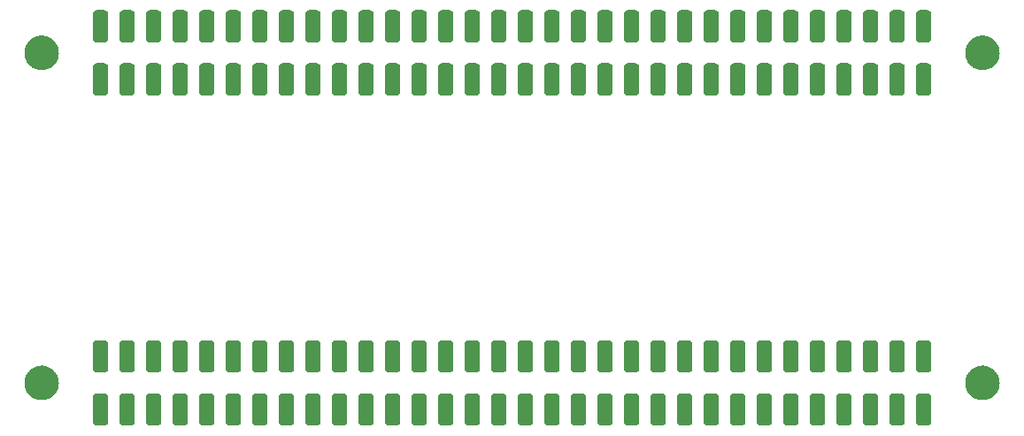
<source format=gbr>
G04 #@! TF.GenerationSoftware,KiCad,Pcbnew,8.0.2*
G04 #@! TF.CreationDate,2024-12-08T11:28:11+01:00*
G04 #@! TF.ProjectId,junior-internal-bus,6a756e69-6f72-42d6-996e-7465726e616c,rev?*
G04 #@! TF.SameCoordinates,Original*
G04 #@! TF.FileFunction,Soldermask,Top*
G04 #@! TF.FilePolarity,Negative*
%FSLAX46Y46*%
G04 Gerber Fmt 4.6, Leading zero omitted, Abs format (unit mm)*
G04 Created by KiCad (PCBNEW 8.0.2) date 2024-12-08 11:28:11*
%MOMM*%
%LPD*%
G01*
G04 APERTURE LIST*
G04 APERTURE END LIST*
G36*
X91813443Y-100092713D02*
G01*
X91883653Y-100101144D01*
X91895048Y-100105637D01*
X91913916Y-100108626D01*
X91952569Y-100128320D01*
X91985959Y-100141488D01*
X92001415Y-100153209D01*
X92025702Y-100165584D01*
X92050707Y-100190589D01*
X92072718Y-100207281D01*
X92089409Y-100229291D01*
X92114416Y-100254298D01*
X92126791Y-100278585D01*
X92138511Y-100294040D01*
X92151676Y-100327425D01*
X92171374Y-100366084D01*
X92174362Y-100384954D01*
X92178855Y-100396346D01*
X92187283Y-100466535D01*
X92191000Y-100490000D01*
X92191000Y-102790000D01*
X92187282Y-102813469D01*
X92178855Y-102883653D01*
X92174362Y-102895044D01*
X92171374Y-102913916D01*
X92151674Y-102952577D01*
X92138511Y-102985959D01*
X92126792Y-103001411D01*
X92114416Y-103025702D01*
X92089406Y-103050711D01*
X92072718Y-103072718D01*
X92050711Y-103089406D01*
X92025702Y-103114416D01*
X92001411Y-103126792D01*
X91985959Y-103138511D01*
X91952577Y-103151674D01*
X91913916Y-103171374D01*
X91895044Y-103174362D01*
X91883653Y-103178855D01*
X91813467Y-103187283D01*
X91790000Y-103191000D01*
X91090000Y-103191000D01*
X91066533Y-103187283D01*
X90996346Y-103178855D01*
X90984954Y-103174362D01*
X90966084Y-103171374D01*
X90927425Y-103151676D01*
X90894040Y-103138511D01*
X90878585Y-103126791D01*
X90854298Y-103114416D01*
X90829291Y-103089409D01*
X90807281Y-103072718D01*
X90790589Y-103050707D01*
X90765584Y-103025702D01*
X90753209Y-103001415D01*
X90741488Y-102985959D01*
X90728320Y-102952569D01*
X90708626Y-102913916D01*
X90705637Y-102895048D01*
X90701144Y-102883653D01*
X90692712Y-102813441D01*
X90689000Y-102790000D01*
X90689000Y-100490000D01*
X90692712Y-100466559D01*
X90701144Y-100396346D01*
X90705637Y-100384949D01*
X90708626Y-100366084D01*
X90728319Y-100327434D01*
X90741488Y-100294040D01*
X90753211Y-100278581D01*
X90765584Y-100254298D01*
X90790586Y-100229295D01*
X90807281Y-100207281D01*
X90829295Y-100190586D01*
X90854298Y-100165584D01*
X90878581Y-100153211D01*
X90894040Y-100141488D01*
X90927434Y-100128319D01*
X90966084Y-100108626D01*
X90984949Y-100105637D01*
X90996346Y-100101144D01*
X91066561Y-100092712D01*
X91090000Y-100089000D01*
X91790000Y-100089000D01*
X91813443Y-100092713D01*
G37*
G36*
X94353443Y-100092713D02*
G01*
X94423653Y-100101144D01*
X94435048Y-100105637D01*
X94453916Y-100108626D01*
X94492569Y-100128320D01*
X94525959Y-100141488D01*
X94541415Y-100153209D01*
X94565702Y-100165584D01*
X94590707Y-100190589D01*
X94612718Y-100207281D01*
X94629409Y-100229291D01*
X94654416Y-100254298D01*
X94666791Y-100278585D01*
X94678511Y-100294040D01*
X94691676Y-100327425D01*
X94711374Y-100366084D01*
X94714362Y-100384954D01*
X94718855Y-100396346D01*
X94727283Y-100466535D01*
X94731000Y-100490000D01*
X94731000Y-102790000D01*
X94727282Y-102813469D01*
X94718855Y-102883653D01*
X94714362Y-102895044D01*
X94711374Y-102913916D01*
X94691674Y-102952577D01*
X94678511Y-102985959D01*
X94666792Y-103001411D01*
X94654416Y-103025702D01*
X94629406Y-103050711D01*
X94612718Y-103072718D01*
X94590711Y-103089406D01*
X94565702Y-103114416D01*
X94541411Y-103126792D01*
X94525959Y-103138511D01*
X94492577Y-103151674D01*
X94453916Y-103171374D01*
X94435044Y-103174362D01*
X94423653Y-103178855D01*
X94353467Y-103187283D01*
X94330000Y-103191000D01*
X93630000Y-103191000D01*
X93606533Y-103187283D01*
X93536346Y-103178855D01*
X93524954Y-103174362D01*
X93506084Y-103171374D01*
X93467425Y-103151676D01*
X93434040Y-103138511D01*
X93418585Y-103126791D01*
X93394298Y-103114416D01*
X93369291Y-103089409D01*
X93347281Y-103072718D01*
X93330589Y-103050707D01*
X93305584Y-103025702D01*
X93293209Y-103001415D01*
X93281488Y-102985959D01*
X93268320Y-102952569D01*
X93248626Y-102913916D01*
X93245637Y-102895048D01*
X93241144Y-102883653D01*
X93232712Y-102813441D01*
X93229000Y-102790000D01*
X93229000Y-100490000D01*
X93232712Y-100466559D01*
X93241144Y-100396346D01*
X93245637Y-100384949D01*
X93248626Y-100366084D01*
X93268319Y-100327434D01*
X93281488Y-100294040D01*
X93293211Y-100278581D01*
X93305584Y-100254298D01*
X93330586Y-100229295D01*
X93347281Y-100207281D01*
X93369295Y-100190586D01*
X93394298Y-100165584D01*
X93418581Y-100153211D01*
X93434040Y-100141488D01*
X93467434Y-100128319D01*
X93506084Y-100108626D01*
X93524949Y-100105637D01*
X93536346Y-100101144D01*
X93606561Y-100092712D01*
X93630000Y-100089000D01*
X94330000Y-100089000D01*
X94353443Y-100092713D01*
G37*
G36*
X96893443Y-100092713D02*
G01*
X96963653Y-100101144D01*
X96975048Y-100105637D01*
X96993916Y-100108626D01*
X97032569Y-100128320D01*
X97065959Y-100141488D01*
X97081415Y-100153209D01*
X97105702Y-100165584D01*
X97130707Y-100190589D01*
X97152718Y-100207281D01*
X97169409Y-100229291D01*
X97194416Y-100254298D01*
X97206791Y-100278585D01*
X97218511Y-100294040D01*
X97231676Y-100327425D01*
X97251374Y-100366084D01*
X97254362Y-100384954D01*
X97258855Y-100396346D01*
X97267283Y-100466535D01*
X97271000Y-100490000D01*
X97271000Y-102790000D01*
X97267282Y-102813469D01*
X97258855Y-102883653D01*
X97254362Y-102895044D01*
X97251374Y-102913916D01*
X97231674Y-102952577D01*
X97218511Y-102985959D01*
X97206792Y-103001411D01*
X97194416Y-103025702D01*
X97169406Y-103050711D01*
X97152718Y-103072718D01*
X97130711Y-103089406D01*
X97105702Y-103114416D01*
X97081411Y-103126792D01*
X97065959Y-103138511D01*
X97032577Y-103151674D01*
X96993916Y-103171374D01*
X96975044Y-103174362D01*
X96963653Y-103178855D01*
X96893467Y-103187283D01*
X96870000Y-103191000D01*
X96170000Y-103191000D01*
X96146533Y-103187283D01*
X96076346Y-103178855D01*
X96064954Y-103174362D01*
X96046084Y-103171374D01*
X96007425Y-103151676D01*
X95974040Y-103138511D01*
X95958585Y-103126791D01*
X95934298Y-103114416D01*
X95909291Y-103089409D01*
X95887281Y-103072718D01*
X95870589Y-103050707D01*
X95845584Y-103025702D01*
X95833209Y-103001415D01*
X95821488Y-102985959D01*
X95808320Y-102952569D01*
X95788626Y-102913916D01*
X95785637Y-102895048D01*
X95781144Y-102883653D01*
X95772712Y-102813441D01*
X95769000Y-102790000D01*
X95769000Y-100490000D01*
X95772712Y-100466559D01*
X95781144Y-100396346D01*
X95785637Y-100384949D01*
X95788626Y-100366084D01*
X95808319Y-100327434D01*
X95821488Y-100294040D01*
X95833211Y-100278581D01*
X95845584Y-100254298D01*
X95870586Y-100229295D01*
X95887281Y-100207281D01*
X95909295Y-100190586D01*
X95934298Y-100165584D01*
X95958581Y-100153211D01*
X95974040Y-100141488D01*
X96007434Y-100128319D01*
X96046084Y-100108626D01*
X96064949Y-100105637D01*
X96076346Y-100101144D01*
X96146561Y-100092712D01*
X96170000Y-100089000D01*
X96870000Y-100089000D01*
X96893443Y-100092713D01*
G37*
G36*
X99433443Y-100092713D02*
G01*
X99503653Y-100101144D01*
X99515048Y-100105637D01*
X99533916Y-100108626D01*
X99572569Y-100128320D01*
X99605959Y-100141488D01*
X99621415Y-100153209D01*
X99645702Y-100165584D01*
X99670707Y-100190589D01*
X99692718Y-100207281D01*
X99709409Y-100229291D01*
X99734416Y-100254298D01*
X99746791Y-100278585D01*
X99758511Y-100294040D01*
X99771676Y-100327425D01*
X99791374Y-100366084D01*
X99794362Y-100384954D01*
X99798855Y-100396346D01*
X99807283Y-100466535D01*
X99811000Y-100490000D01*
X99811000Y-102790000D01*
X99807282Y-102813469D01*
X99798855Y-102883653D01*
X99794362Y-102895044D01*
X99791374Y-102913916D01*
X99771674Y-102952577D01*
X99758511Y-102985959D01*
X99746792Y-103001411D01*
X99734416Y-103025702D01*
X99709406Y-103050711D01*
X99692718Y-103072718D01*
X99670711Y-103089406D01*
X99645702Y-103114416D01*
X99621411Y-103126792D01*
X99605959Y-103138511D01*
X99572577Y-103151674D01*
X99533916Y-103171374D01*
X99515044Y-103174362D01*
X99503653Y-103178855D01*
X99433467Y-103187283D01*
X99410000Y-103191000D01*
X98710000Y-103191000D01*
X98686533Y-103187283D01*
X98616346Y-103178855D01*
X98604954Y-103174362D01*
X98586084Y-103171374D01*
X98547425Y-103151676D01*
X98514040Y-103138511D01*
X98498585Y-103126791D01*
X98474298Y-103114416D01*
X98449291Y-103089409D01*
X98427281Y-103072718D01*
X98410589Y-103050707D01*
X98385584Y-103025702D01*
X98373209Y-103001415D01*
X98361488Y-102985959D01*
X98348320Y-102952569D01*
X98328626Y-102913916D01*
X98325637Y-102895048D01*
X98321144Y-102883653D01*
X98312712Y-102813441D01*
X98309000Y-102790000D01*
X98309000Y-100490000D01*
X98312712Y-100466559D01*
X98321144Y-100396346D01*
X98325637Y-100384949D01*
X98328626Y-100366084D01*
X98348319Y-100327434D01*
X98361488Y-100294040D01*
X98373211Y-100278581D01*
X98385584Y-100254298D01*
X98410586Y-100229295D01*
X98427281Y-100207281D01*
X98449295Y-100190586D01*
X98474298Y-100165584D01*
X98498581Y-100153211D01*
X98514040Y-100141488D01*
X98547434Y-100128319D01*
X98586084Y-100108626D01*
X98604949Y-100105637D01*
X98616346Y-100101144D01*
X98686561Y-100092712D01*
X98710000Y-100089000D01*
X99410000Y-100089000D01*
X99433443Y-100092713D01*
G37*
G36*
X101973443Y-100092713D02*
G01*
X102043653Y-100101144D01*
X102055048Y-100105637D01*
X102073916Y-100108626D01*
X102112569Y-100128320D01*
X102145959Y-100141488D01*
X102161415Y-100153209D01*
X102185702Y-100165584D01*
X102210707Y-100190589D01*
X102232718Y-100207281D01*
X102249409Y-100229291D01*
X102274416Y-100254298D01*
X102286791Y-100278585D01*
X102298511Y-100294040D01*
X102311676Y-100327425D01*
X102331374Y-100366084D01*
X102334362Y-100384954D01*
X102338855Y-100396346D01*
X102347283Y-100466535D01*
X102351000Y-100490000D01*
X102351000Y-102790000D01*
X102347282Y-102813469D01*
X102338855Y-102883653D01*
X102334362Y-102895044D01*
X102331374Y-102913916D01*
X102311674Y-102952577D01*
X102298511Y-102985959D01*
X102286792Y-103001411D01*
X102274416Y-103025702D01*
X102249406Y-103050711D01*
X102232718Y-103072718D01*
X102210711Y-103089406D01*
X102185702Y-103114416D01*
X102161411Y-103126792D01*
X102145959Y-103138511D01*
X102112577Y-103151674D01*
X102073916Y-103171374D01*
X102055044Y-103174362D01*
X102043653Y-103178855D01*
X101973467Y-103187283D01*
X101950000Y-103191000D01*
X101250000Y-103191000D01*
X101226533Y-103187283D01*
X101156346Y-103178855D01*
X101144954Y-103174362D01*
X101126084Y-103171374D01*
X101087425Y-103151676D01*
X101054040Y-103138511D01*
X101038585Y-103126791D01*
X101014298Y-103114416D01*
X100989291Y-103089409D01*
X100967281Y-103072718D01*
X100950589Y-103050707D01*
X100925584Y-103025702D01*
X100913209Y-103001415D01*
X100901488Y-102985959D01*
X100888320Y-102952569D01*
X100868626Y-102913916D01*
X100865637Y-102895048D01*
X100861144Y-102883653D01*
X100852712Y-102813441D01*
X100849000Y-102790000D01*
X100849000Y-100490000D01*
X100852712Y-100466559D01*
X100861144Y-100396346D01*
X100865637Y-100384949D01*
X100868626Y-100366084D01*
X100888319Y-100327434D01*
X100901488Y-100294040D01*
X100913211Y-100278581D01*
X100925584Y-100254298D01*
X100950586Y-100229295D01*
X100967281Y-100207281D01*
X100989295Y-100190586D01*
X101014298Y-100165584D01*
X101038581Y-100153211D01*
X101054040Y-100141488D01*
X101087434Y-100128319D01*
X101126084Y-100108626D01*
X101144949Y-100105637D01*
X101156346Y-100101144D01*
X101226561Y-100092712D01*
X101250000Y-100089000D01*
X101950000Y-100089000D01*
X101973443Y-100092713D01*
G37*
G36*
X104513443Y-100092713D02*
G01*
X104583653Y-100101144D01*
X104595048Y-100105637D01*
X104613916Y-100108626D01*
X104652569Y-100128320D01*
X104685959Y-100141488D01*
X104701415Y-100153209D01*
X104725702Y-100165584D01*
X104750707Y-100190589D01*
X104772718Y-100207281D01*
X104789409Y-100229291D01*
X104814416Y-100254298D01*
X104826791Y-100278585D01*
X104838511Y-100294040D01*
X104851676Y-100327425D01*
X104871374Y-100366084D01*
X104874362Y-100384954D01*
X104878855Y-100396346D01*
X104887283Y-100466535D01*
X104891000Y-100490000D01*
X104891000Y-102790000D01*
X104887282Y-102813469D01*
X104878855Y-102883653D01*
X104874362Y-102895044D01*
X104871374Y-102913916D01*
X104851674Y-102952577D01*
X104838511Y-102985959D01*
X104826792Y-103001411D01*
X104814416Y-103025702D01*
X104789406Y-103050711D01*
X104772718Y-103072718D01*
X104750711Y-103089406D01*
X104725702Y-103114416D01*
X104701411Y-103126792D01*
X104685959Y-103138511D01*
X104652577Y-103151674D01*
X104613916Y-103171374D01*
X104595044Y-103174362D01*
X104583653Y-103178855D01*
X104513467Y-103187283D01*
X104490000Y-103191000D01*
X103790000Y-103191000D01*
X103766533Y-103187283D01*
X103696346Y-103178855D01*
X103684954Y-103174362D01*
X103666084Y-103171374D01*
X103627425Y-103151676D01*
X103594040Y-103138511D01*
X103578585Y-103126791D01*
X103554298Y-103114416D01*
X103529291Y-103089409D01*
X103507281Y-103072718D01*
X103490589Y-103050707D01*
X103465584Y-103025702D01*
X103453209Y-103001415D01*
X103441488Y-102985959D01*
X103428320Y-102952569D01*
X103408626Y-102913916D01*
X103405637Y-102895048D01*
X103401144Y-102883653D01*
X103392712Y-102813441D01*
X103389000Y-102790000D01*
X103389000Y-100490000D01*
X103392712Y-100466559D01*
X103401144Y-100396346D01*
X103405637Y-100384949D01*
X103408626Y-100366084D01*
X103428319Y-100327434D01*
X103441488Y-100294040D01*
X103453211Y-100278581D01*
X103465584Y-100254298D01*
X103490586Y-100229295D01*
X103507281Y-100207281D01*
X103529295Y-100190586D01*
X103554298Y-100165584D01*
X103578581Y-100153211D01*
X103594040Y-100141488D01*
X103627434Y-100128319D01*
X103666084Y-100108626D01*
X103684949Y-100105637D01*
X103696346Y-100101144D01*
X103766561Y-100092712D01*
X103790000Y-100089000D01*
X104490000Y-100089000D01*
X104513443Y-100092713D01*
G37*
G36*
X107053443Y-100092713D02*
G01*
X107123653Y-100101144D01*
X107135048Y-100105637D01*
X107153916Y-100108626D01*
X107192569Y-100128320D01*
X107225959Y-100141488D01*
X107241415Y-100153209D01*
X107265702Y-100165584D01*
X107290707Y-100190589D01*
X107312718Y-100207281D01*
X107329409Y-100229291D01*
X107354416Y-100254298D01*
X107366791Y-100278585D01*
X107378511Y-100294040D01*
X107391676Y-100327425D01*
X107411374Y-100366084D01*
X107414362Y-100384954D01*
X107418855Y-100396346D01*
X107427283Y-100466535D01*
X107431000Y-100490000D01*
X107431000Y-102790000D01*
X107427282Y-102813469D01*
X107418855Y-102883653D01*
X107414362Y-102895044D01*
X107411374Y-102913916D01*
X107391674Y-102952577D01*
X107378511Y-102985959D01*
X107366792Y-103001411D01*
X107354416Y-103025702D01*
X107329406Y-103050711D01*
X107312718Y-103072718D01*
X107290711Y-103089406D01*
X107265702Y-103114416D01*
X107241411Y-103126792D01*
X107225959Y-103138511D01*
X107192577Y-103151674D01*
X107153916Y-103171374D01*
X107135044Y-103174362D01*
X107123653Y-103178855D01*
X107053467Y-103187283D01*
X107030000Y-103191000D01*
X106330000Y-103191000D01*
X106306533Y-103187283D01*
X106236346Y-103178855D01*
X106224954Y-103174362D01*
X106206084Y-103171374D01*
X106167425Y-103151676D01*
X106134040Y-103138511D01*
X106118585Y-103126791D01*
X106094298Y-103114416D01*
X106069291Y-103089409D01*
X106047281Y-103072718D01*
X106030589Y-103050707D01*
X106005584Y-103025702D01*
X105993209Y-103001415D01*
X105981488Y-102985959D01*
X105968320Y-102952569D01*
X105948626Y-102913916D01*
X105945637Y-102895048D01*
X105941144Y-102883653D01*
X105932712Y-102813441D01*
X105929000Y-102790000D01*
X105929000Y-100490000D01*
X105932712Y-100466559D01*
X105941144Y-100396346D01*
X105945637Y-100384949D01*
X105948626Y-100366084D01*
X105968319Y-100327434D01*
X105981488Y-100294040D01*
X105993211Y-100278581D01*
X106005584Y-100254298D01*
X106030586Y-100229295D01*
X106047281Y-100207281D01*
X106069295Y-100190586D01*
X106094298Y-100165584D01*
X106118581Y-100153211D01*
X106134040Y-100141488D01*
X106167434Y-100128319D01*
X106206084Y-100108626D01*
X106224949Y-100105637D01*
X106236346Y-100101144D01*
X106306561Y-100092712D01*
X106330000Y-100089000D01*
X107030000Y-100089000D01*
X107053443Y-100092713D01*
G37*
G36*
X109593443Y-100092713D02*
G01*
X109663653Y-100101144D01*
X109675048Y-100105637D01*
X109693916Y-100108626D01*
X109732569Y-100128320D01*
X109765959Y-100141488D01*
X109781415Y-100153209D01*
X109805702Y-100165584D01*
X109830707Y-100190589D01*
X109852718Y-100207281D01*
X109869409Y-100229291D01*
X109894416Y-100254298D01*
X109906791Y-100278585D01*
X109918511Y-100294040D01*
X109931676Y-100327425D01*
X109951374Y-100366084D01*
X109954362Y-100384954D01*
X109958855Y-100396346D01*
X109967283Y-100466535D01*
X109971000Y-100490000D01*
X109971000Y-102790000D01*
X109967282Y-102813469D01*
X109958855Y-102883653D01*
X109954362Y-102895044D01*
X109951374Y-102913916D01*
X109931674Y-102952577D01*
X109918511Y-102985959D01*
X109906792Y-103001411D01*
X109894416Y-103025702D01*
X109869406Y-103050711D01*
X109852718Y-103072718D01*
X109830711Y-103089406D01*
X109805702Y-103114416D01*
X109781411Y-103126792D01*
X109765959Y-103138511D01*
X109732577Y-103151674D01*
X109693916Y-103171374D01*
X109675044Y-103174362D01*
X109663653Y-103178855D01*
X109593467Y-103187283D01*
X109570000Y-103191000D01*
X108870000Y-103191000D01*
X108846533Y-103187283D01*
X108776346Y-103178855D01*
X108764954Y-103174362D01*
X108746084Y-103171374D01*
X108707425Y-103151676D01*
X108674040Y-103138511D01*
X108658585Y-103126791D01*
X108634298Y-103114416D01*
X108609291Y-103089409D01*
X108587281Y-103072718D01*
X108570589Y-103050707D01*
X108545584Y-103025702D01*
X108533209Y-103001415D01*
X108521488Y-102985959D01*
X108508320Y-102952569D01*
X108488626Y-102913916D01*
X108485637Y-102895048D01*
X108481144Y-102883653D01*
X108472712Y-102813441D01*
X108469000Y-102790000D01*
X108469000Y-100490000D01*
X108472712Y-100466559D01*
X108481144Y-100396346D01*
X108485637Y-100384949D01*
X108488626Y-100366084D01*
X108508319Y-100327434D01*
X108521488Y-100294040D01*
X108533211Y-100278581D01*
X108545584Y-100254298D01*
X108570586Y-100229295D01*
X108587281Y-100207281D01*
X108609295Y-100190586D01*
X108634298Y-100165584D01*
X108658581Y-100153211D01*
X108674040Y-100141488D01*
X108707434Y-100128319D01*
X108746084Y-100108626D01*
X108764949Y-100105637D01*
X108776346Y-100101144D01*
X108846561Y-100092712D01*
X108870000Y-100089000D01*
X109570000Y-100089000D01*
X109593443Y-100092713D01*
G37*
G36*
X112133443Y-100092713D02*
G01*
X112203653Y-100101144D01*
X112215048Y-100105637D01*
X112233916Y-100108626D01*
X112272569Y-100128320D01*
X112305959Y-100141488D01*
X112321415Y-100153209D01*
X112345702Y-100165584D01*
X112370707Y-100190589D01*
X112392718Y-100207281D01*
X112409409Y-100229291D01*
X112434416Y-100254298D01*
X112446791Y-100278585D01*
X112458511Y-100294040D01*
X112471676Y-100327425D01*
X112491374Y-100366084D01*
X112494362Y-100384954D01*
X112498855Y-100396346D01*
X112507283Y-100466535D01*
X112511000Y-100490000D01*
X112511000Y-102790000D01*
X112507282Y-102813469D01*
X112498855Y-102883653D01*
X112494362Y-102895044D01*
X112491374Y-102913916D01*
X112471674Y-102952577D01*
X112458511Y-102985959D01*
X112446792Y-103001411D01*
X112434416Y-103025702D01*
X112409406Y-103050711D01*
X112392718Y-103072718D01*
X112370711Y-103089406D01*
X112345702Y-103114416D01*
X112321411Y-103126792D01*
X112305959Y-103138511D01*
X112272577Y-103151674D01*
X112233916Y-103171374D01*
X112215044Y-103174362D01*
X112203653Y-103178855D01*
X112133467Y-103187283D01*
X112110000Y-103191000D01*
X111410000Y-103191000D01*
X111386533Y-103187283D01*
X111316346Y-103178855D01*
X111304954Y-103174362D01*
X111286084Y-103171374D01*
X111247425Y-103151676D01*
X111214040Y-103138511D01*
X111198585Y-103126791D01*
X111174298Y-103114416D01*
X111149291Y-103089409D01*
X111127281Y-103072718D01*
X111110589Y-103050707D01*
X111085584Y-103025702D01*
X111073209Y-103001415D01*
X111061488Y-102985959D01*
X111048320Y-102952569D01*
X111028626Y-102913916D01*
X111025637Y-102895048D01*
X111021144Y-102883653D01*
X111012712Y-102813441D01*
X111009000Y-102790000D01*
X111009000Y-100490000D01*
X111012712Y-100466559D01*
X111021144Y-100396346D01*
X111025637Y-100384949D01*
X111028626Y-100366084D01*
X111048319Y-100327434D01*
X111061488Y-100294040D01*
X111073211Y-100278581D01*
X111085584Y-100254298D01*
X111110586Y-100229295D01*
X111127281Y-100207281D01*
X111149295Y-100190586D01*
X111174298Y-100165584D01*
X111198581Y-100153211D01*
X111214040Y-100141488D01*
X111247434Y-100128319D01*
X111286084Y-100108626D01*
X111304949Y-100105637D01*
X111316346Y-100101144D01*
X111386561Y-100092712D01*
X111410000Y-100089000D01*
X112110000Y-100089000D01*
X112133443Y-100092713D01*
G37*
G36*
X114673443Y-100092713D02*
G01*
X114743653Y-100101144D01*
X114755048Y-100105637D01*
X114773916Y-100108626D01*
X114812569Y-100128320D01*
X114845959Y-100141488D01*
X114861415Y-100153209D01*
X114885702Y-100165584D01*
X114910707Y-100190589D01*
X114932718Y-100207281D01*
X114949409Y-100229291D01*
X114974416Y-100254298D01*
X114986791Y-100278585D01*
X114998511Y-100294040D01*
X115011676Y-100327425D01*
X115031374Y-100366084D01*
X115034362Y-100384954D01*
X115038855Y-100396346D01*
X115047283Y-100466535D01*
X115051000Y-100490000D01*
X115051000Y-102790000D01*
X115047282Y-102813469D01*
X115038855Y-102883653D01*
X115034362Y-102895044D01*
X115031374Y-102913916D01*
X115011674Y-102952577D01*
X114998511Y-102985959D01*
X114986792Y-103001411D01*
X114974416Y-103025702D01*
X114949406Y-103050711D01*
X114932718Y-103072718D01*
X114910711Y-103089406D01*
X114885702Y-103114416D01*
X114861411Y-103126792D01*
X114845959Y-103138511D01*
X114812577Y-103151674D01*
X114773916Y-103171374D01*
X114755044Y-103174362D01*
X114743653Y-103178855D01*
X114673467Y-103187283D01*
X114650000Y-103191000D01*
X113950000Y-103191000D01*
X113926533Y-103187283D01*
X113856346Y-103178855D01*
X113844954Y-103174362D01*
X113826084Y-103171374D01*
X113787425Y-103151676D01*
X113754040Y-103138511D01*
X113738585Y-103126791D01*
X113714298Y-103114416D01*
X113689291Y-103089409D01*
X113667281Y-103072718D01*
X113650589Y-103050707D01*
X113625584Y-103025702D01*
X113613209Y-103001415D01*
X113601488Y-102985959D01*
X113588320Y-102952569D01*
X113568626Y-102913916D01*
X113565637Y-102895048D01*
X113561144Y-102883653D01*
X113552712Y-102813441D01*
X113549000Y-102790000D01*
X113549000Y-100490000D01*
X113552712Y-100466559D01*
X113561144Y-100396346D01*
X113565637Y-100384949D01*
X113568626Y-100366084D01*
X113588319Y-100327434D01*
X113601488Y-100294040D01*
X113613211Y-100278581D01*
X113625584Y-100254298D01*
X113650586Y-100229295D01*
X113667281Y-100207281D01*
X113689295Y-100190586D01*
X113714298Y-100165584D01*
X113738581Y-100153211D01*
X113754040Y-100141488D01*
X113787434Y-100128319D01*
X113826084Y-100108626D01*
X113844949Y-100105637D01*
X113856346Y-100101144D01*
X113926561Y-100092712D01*
X113950000Y-100089000D01*
X114650000Y-100089000D01*
X114673443Y-100092713D01*
G37*
G36*
X117213443Y-100092713D02*
G01*
X117283653Y-100101144D01*
X117295048Y-100105637D01*
X117313916Y-100108626D01*
X117352569Y-100128320D01*
X117385959Y-100141488D01*
X117401415Y-100153209D01*
X117425702Y-100165584D01*
X117450707Y-100190589D01*
X117472718Y-100207281D01*
X117489409Y-100229291D01*
X117514416Y-100254298D01*
X117526791Y-100278585D01*
X117538511Y-100294040D01*
X117551676Y-100327425D01*
X117571374Y-100366084D01*
X117574362Y-100384954D01*
X117578855Y-100396346D01*
X117587283Y-100466535D01*
X117591000Y-100490000D01*
X117591000Y-102790000D01*
X117587282Y-102813469D01*
X117578855Y-102883653D01*
X117574362Y-102895044D01*
X117571374Y-102913916D01*
X117551674Y-102952577D01*
X117538511Y-102985959D01*
X117526792Y-103001411D01*
X117514416Y-103025702D01*
X117489406Y-103050711D01*
X117472718Y-103072718D01*
X117450711Y-103089406D01*
X117425702Y-103114416D01*
X117401411Y-103126792D01*
X117385959Y-103138511D01*
X117352577Y-103151674D01*
X117313916Y-103171374D01*
X117295044Y-103174362D01*
X117283653Y-103178855D01*
X117213467Y-103187283D01*
X117190000Y-103191000D01*
X116490000Y-103191000D01*
X116466533Y-103187283D01*
X116396346Y-103178855D01*
X116384954Y-103174362D01*
X116366084Y-103171374D01*
X116327425Y-103151676D01*
X116294040Y-103138511D01*
X116278585Y-103126791D01*
X116254298Y-103114416D01*
X116229291Y-103089409D01*
X116207281Y-103072718D01*
X116190589Y-103050707D01*
X116165584Y-103025702D01*
X116153209Y-103001415D01*
X116141488Y-102985959D01*
X116128320Y-102952569D01*
X116108626Y-102913916D01*
X116105637Y-102895048D01*
X116101144Y-102883653D01*
X116092712Y-102813441D01*
X116089000Y-102790000D01*
X116089000Y-100490000D01*
X116092712Y-100466559D01*
X116101144Y-100396346D01*
X116105637Y-100384949D01*
X116108626Y-100366084D01*
X116128319Y-100327434D01*
X116141488Y-100294040D01*
X116153211Y-100278581D01*
X116165584Y-100254298D01*
X116190586Y-100229295D01*
X116207281Y-100207281D01*
X116229295Y-100190586D01*
X116254298Y-100165584D01*
X116278581Y-100153211D01*
X116294040Y-100141488D01*
X116327434Y-100128319D01*
X116366084Y-100108626D01*
X116384949Y-100105637D01*
X116396346Y-100101144D01*
X116466561Y-100092712D01*
X116490000Y-100089000D01*
X117190000Y-100089000D01*
X117213443Y-100092713D01*
G37*
G36*
X119753443Y-100092713D02*
G01*
X119823653Y-100101144D01*
X119835048Y-100105637D01*
X119853916Y-100108626D01*
X119892569Y-100128320D01*
X119925959Y-100141488D01*
X119941415Y-100153209D01*
X119965702Y-100165584D01*
X119990707Y-100190589D01*
X120012718Y-100207281D01*
X120029409Y-100229291D01*
X120054416Y-100254298D01*
X120066791Y-100278585D01*
X120078511Y-100294040D01*
X120091676Y-100327425D01*
X120111374Y-100366084D01*
X120114362Y-100384954D01*
X120118855Y-100396346D01*
X120127283Y-100466535D01*
X120131000Y-100490000D01*
X120131000Y-102790000D01*
X120127282Y-102813469D01*
X120118855Y-102883653D01*
X120114362Y-102895044D01*
X120111374Y-102913916D01*
X120091674Y-102952577D01*
X120078511Y-102985959D01*
X120066792Y-103001411D01*
X120054416Y-103025702D01*
X120029406Y-103050711D01*
X120012718Y-103072718D01*
X119990711Y-103089406D01*
X119965702Y-103114416D01*
X119941411Y-103126792D01*
X119925959Y-103138511D01*
X119892577Y-103151674D01*
X119853916Y-103171374D01*
X119835044Y-103174362D01*
X119823653Y-103178855D01*
X119753467Y-103187283D01*
X119730000Y-103191000D01*
X119030000Y-103191000D01*
X119006533Y-103187283D01*
X118936346Y-103178855D01*
X118924954Y-103174362D01*
X118906084Y-103171374D01*
X118867425Y-103151676D01*
X118834040Y-103138511D01*
X118818585Y-103126791D01*
X118794298Y-103114416D01*
X118769291Y-103089409D01*
X118747281Y-103072718D01*
X118730589Y-103050707D01*
X118705584Y-103025702D01*
X118693209Y-103001415D01*
X118681488Y-102985959D01*
X118668320Y-102952569D01*
X118648626Y-102913916D01*
X118645637Y-102895048D01*
X118641144Y-102883653D01*
X118632712Y-102813441D01*
X118629000Y-102790000D01*
X118629000Y-100490000D01*
X118632712Y-100466559D01*
X118641144Y-100396346D01*
X118645637Y-100384949D01*
X118648626Y-100366084D01*
X118668319Y-100327434D01*
X118681488Y-100294040D01*
X118693211Y-100278581D01*
X118705584Y-100254298D01*
X118730586Y-100229295D01*
X118747281Y-100207281D01*
X118769295Y-100190586D01*
X118794298Y-100165584D01*
X118818581Y-100153211D01*
X118834040Y-100141488D01*
X118867434Y-100128319D01*
X118906084Y-100108626D01*
X118924949Y-100105637D01*
X118936346Y-100101144D01*
X119006561Y-100092712D01*
X119030000Y-100089000D01*
X119730000Y-100089000D01*
X119753443Y-100092713D01*
G37*
G36*
X122293443Y-100092713D02*
G01*
X122363653Y-100101144D01*
X122375048Y-100105637D01*
X122393916Y-100108626D01*
X122432569Y-100128320D01*
X122465959Y-100141488D01*
X122481415Y-100153209D01*
X122505702Y-100165584D01*
X122530707Y-100190589D01*
X122552718Y-100207281D01*
X122569409Y-100229291D01*
X122594416Y-100254298D01*
X122606791Y-100278585D01*
X122618511Y-100294040D01*
X122631676Y-100327425D01*
X122651374Y-100366084D01*
X122654362Y-100384954D01*
X122658855Y-100396346D01*
X122667283Y-100466535D01*
X122671000Y-100490000D01*
X122671000Y-102790000D01*
X122667282Y-102813469D01*
X122658855Y-102883653D01*
X122654362Y-102895044D01*
X122651374Y-102913916D01*
X122631674Y-102952577D01*
X122618511Y-102985959D01*
X122606792Y-103001411D01*
X122594416Y-103025702D01*
X122569406Y-103050711D01*
X122552718Y-103072718D01*
X122530711Y-103089406D01*
X122505702Y-103114416D01*
X122481411Y-103126792D01*
X122465959Y-103138511D01*
X122432577Y-103151674D01*
X122393916Y-103171374D01*
X122375044Y-103174362D01*
X122363653Y-103178855D01*
X122293467Y-103187283D01*
X122270000Y-103191000D01*
X121570000Y-103191000D01*
X121546533Y-103187283D01*
X121476346Y-103178855D01*
X121464954Y-103174362D01*
X121446084Y-103171374D01*
X121407425Y-103151676D01*
X121374040Y-103138511D01*
X121358585Y-103126791D01*
X121334298Y-103114416D01*
X121309291Y-103089409D01*
X121287281Y-103072718D01*
X121270589Y-103050707D01*
X121245584Y-103025702D01*
X121233209Y-103001415D01*
X121221488Y-102985959D01*
X121208320Y-102952569D01*
X121188626Y-102913916D01*
X121185637Y-102895048D01*
X121181144Y-102883653D01*
X121172712Y-102813441D01*
X121169000Y-102790000D01*
X121169000Y-100490000D01*
X121172712Y-100466559D01*
X121181144Y-100396346D01*
X121185637Y-100384949D01*
X121188626Y-100366084D01*
X121208319Y-100327434D01*
X121221488Y-100294040D01*
X121233211Y-100278581D01*
X121245584Y-100254298D01*
X121270586Y-100229295D01*
X121287281Y-100207281D01*
X121309295Y-100190586D01*
X121334298Y-100165584D01*
X121358581Y-100153211D01*
X121374040Y-100141488D01*
X121407434Y-100128319D01*
X121446084Y-100108626D01*
X121464949Y-100105637D01*
X121476346Y-100101144D01*
X121546561Y-100092712D01*
X121570000Y-100089000D01*
X122270000Y-100089000D01*
X122293443Y-100092713D01*
G37*
G36*
X124833443Y-100092713D02*
G01*
X124903653Y-100101144D01*
X124915048Y-100105637D01*
X124933916Y-100108626D01*
X124972569Y-100128320D01*
X125005959Y-100141488D01*
X125021415Y-100153209D01*
X125045702Y-100165584D01*
X125070707Y-100190589D01*
X125092718Y-100207281D01*
X125109409Y-100229291D01*
X125134416Y-100254298D01*
X125146791Y-100278585D01*
X125158511Y-100294040D01*
X125171676Y-100327425D01*
X125191374Y-100366084D01*
X125194362Y-100384954D01*
X125198855Y-100396346D01*
X125207283Y-100466535D01*
X125211000Y-100490000D01*
X125211000Y-102790000D01*
X125207282Y-102813469D01*
X125198855Y-102883653D01*
X125194362Y-102895044D01*
X125191374Y-102913916D01*
X125171674Y-102952577D01*
X125158511Y-102985959D01*
X125146792Y-103001411D01*
X125134416Y-103025702D01*
X125109406Y-103050711D01*
X125092718Y-103072718D01*
X125070711Y-103089406D01*
X125045702Y-103114416D01*
X125021411Y-103126792D01*
X125005959Y-103138511D01*
X124972577Y-103151674D01*
X124933916Y-103171374D01*
X124915044Y-103174362D01*
X124903653Y-103178855D01*
X124833467Y-103187283D01*
X124810000Y-103191000D01*
X124110000Y-103191000D01*
X124086533Y-103187283D01*
X124016346Y-103178855D01*
X124004954Y-103174362D01*
X123986084Y-103171374D01*
X123947425Y-103151676D01*
X123914040Y-103138511D01*
X123898585Y-103126791D01*
X123874298Y-103114416D01*
X123849291Y-103089409D01*
X123827281Y-103072718D01*
X123810589Y-103050707D01*
X123785584Y-103025702D01*
X123773209Y-103001415D01*
X123761488Y-102985959D01*
X123748320Y-102952569D01*
X123728626Y-102913916D01*
X123725637Y-102895048D01*
X123721144Y-102883653D01*
X123712712Y-102813441D01*
X123709000Y-102790000D01*
X123709000Y-100490000D01*
X123712712Y-100466559D01*
X123721144Y-100396346D01*
X123725637Y-100384949D01*
X123728626Y-100366084D01*
X123748319Y-100327434D01*
X123761488Y-100294040D01*
X123773211Y-100278581D01*
X123785584Y-100254298D01*
X123810586Y-100229295D01*
X123827281Y-100207281D01*
X123849295Y-100190586D01*
X123874298Y-100165584D01*
X123898581Y-100153211D01*
X123914040Y-100141488D01*
X123947434Y-100128319D01*
X123986084Y-100108626D01*
X124004949Y-100105637D01*
X124016346Y-100101144D01*
X124086561Y-100092712D01*
X124110000Y-100089000D01*
X124810000Y-100089000D01*
X124833443Y-100092713D01*
G37*
G36*
X127373443Y-100092713D02*
G01*
X127443653Y-100101144D01*
X127455048Y-100105637D01*
X127473916Y-100108626D01*
X127512569Y-100128320D01*
X127545959Y-100141488D01*
X127561415Y-100153209D01*
X127585702Y-100165584D01*
X127610707Y-100190589D01*
X127632718Y-100207281D01*
X127649409Y-100229291D01*
X127674416Y-100254298D01*
X127686791Y-100278585D01*
X127698511Y-100294040D01*
X127711676Y-100327425D01*
X127731374Y-100366084D01*
X127734362Y-100384954D01*
X127738855Y-100396346D01*
X127747283Y-100466535D01*
X127751000Y-100490000D01*
X127751000Y-102790000D01*
X127747282Y-102813469D01*
X127738855Y-102883653D01*
X127734362Y-102895044D01*
X127731374Y-102913916D01*
X127711674Y-102952577D01*
X127698511Y-102985959D01*
X127686792Y-103001411D01*
X127674416Y-103025702D01*
X127649406Y-103050711D01*
X127632718Y-103072718D01*
X127610711Y-103089406D01*
X127585702Y-103114416D01*
X127561411Y-103126792D01*
X127545959Y-103138511D01*
X127512577Y-103151674D01*
X127473916Y-103171374D01*
X127455044Y-103174362D01*
X127443653Y-103178855D01*
X127373467Y-103187283D01*
X127350000Y-103191000D01*
X126650000Y-103191000D01*
X126626533Y-103187283D01*
X126556346Y-103178855D01*
X126544954Y-103174362D01*
X126526084Y-103171374D01*
X126487425Y-103151676D01*
X126454040Y-103138511D01*
X126438585Y-103126791D01*
X126414298Y-103114416D01*
X126389291Y-103089409D01*
X126367281Y-103072718D01*
X126350589Y-103050707D01*
X126325584Y-103025702D01*
X126313209Y-103001415D01*
X126301488Y-102985959D01*
X126288320Y-102952569D01*
X126268626Y-102913916D01*
X126265637Y-102895048D01*
X126261144Y-102883653D01*
X126252712Y-102813441D01*
X126249000Y-102790000D01*
X126249000Y-100490000D01*
X126252712Y-100466559D01*
X126261144Y-100396346D01*
X126265637Y-100384949D01*
X126268626Y-100366084D01*
X126288319Y-100327434D01*
X126301488Y-100294040D01*
X126313211Y-100278581D01*
X126325584Y-100254298D01*
X126350586Y-100229295D01*
X126367281Y-100207281D01*
X126389295Y-100190586D01*
X126414298Y-100165584D01*
X126438581Y-100153211D01*
X126454040Y-100141488D01*
X126487434Y-100128319D01*
X126526084Y-100108626D01*
X126544949Y-100105637D01*
X126556346Y-100101144D01*
X126626561Y-100092712D01*
X126650000Y-100089000D01*
X127350000Y-100089000D01*
X127373443Y-100092713D01*
G37*
G36*
X129913443Y-100092713D02*
G01*
X129983653Y-100101144D01*
X129995048Y-100105637D01*
X130013916Y-100108626D01*
X130052569Y-100128320D01*
X130085959Y-100141488D01*
X130101415Y-100153209D01*
X130125702Y-100165584D01*
X130150707Y-100190589D01*
X130172718Y-100207281D01*
X130189409Y-100229291D01*
X130214416Y-100254298D01*
X130226791Y-100278585D01*
X130238511Y-100294040D01*
X130251676Y-100327425D01*
X130271374Y-100366084D01*
X130274362Y-100384954D01*
X130278855Y-100396346D01*
X130287283Y-100466535D01*
X130291000Y-100490000D01*
X130291000Y-102790000D01*
X130287282Y-102813469D01*
X130278855Y-102883653D01*
X130274362Y-102895044D01*
X130271374Y-102913916D01*
X130251674Y-102952577D01*
X130238511Y-102985959D01*
X130226792Y-103001411D01*
X130214416Y-103025702D01*
X130189406Y-103050711D01*
X130172718Y-103072718D01*
X130150711Y-103089406D01*
X130125702Y-103114416D01*
X130101411Y-103126792D01*
X130085959Y-103138511D01*
X130052577Y-103151674D01*
X130013916Y-103171374D01*
X129995044Y-103174362D01*
X129983653Y-103178855D01*
X129913467Y-103187283D01*
X129890000Y-103191000D01*
X129190000Y-103191000D01*
X129166533Y-103187283D01*
X129096346Y-103178855D01*
X129084954Y-103174362D01*
X129066084Y-103171374D01*
X129027425Y-103151676D01*
X128994040Y-103138511D01*
X128978585Y-103126791D01*
X128954298Y-103114416D01*
X128929291Y-103089409D01*
X128907281Y-103072718D01*
X128890589Y-103050707D01*
X128865584Y-103025702D01*
X128853209Y-103001415D01*
X128841488Y-102985959D01*
X128828320Y-102952569D01*
X128808626Y-102913916D01*
X128805637Y-102895048D01*
X128801144Y-102883653D01*
X128792712Y-102813441D01*
X128789000Y-102790000D01*
X128789000Y-100490000D01*
X128792712Y-100466559D01*
X128801144Y-100396346D01*
X128805637Y-100384949D01*
X128808626Y-100366084D01*
X128828319Y-100327434D01*
X128841488Y-100294040D01*
X128853211Y-100278581D01*
X128865584Y-100254298D01*
X128890586Y-100229295D01*
X128907281Y-100207281D01*
X128929295Y-100190586D01*
X128954298Y-100165584D01*
X128978581Y-100153211D01*
X128994040Y-100141488D01*
X129027434Y-100128319D01*
X129066084Y-100108626D01*
X129084949Y-100105637D01*
X129096346Y-100101144D01*
X129166561Y-100092712D01*
X129190000Y-100089000D01*
X129890000Y-100089000D01*
X129913443Y-100092713D01*
G37*
G36*
X132453443Y-100092713D02*
G01*
X132523653Y-100101144D01*
X132535048Y-100105637D01*
X132553916Y-100108626D01*
X132592569Y-100128320D01*
X132625959Y-100141488D01*
X132641415Y-100153209D01*
X132665702Y-100165584D01*
X132690707Y-100190589D01*
X132712718Y-100207281D01*
X132729409Y-100229291D01*
X132754416Y-100254298D01*
X132766791Y-100278585D01*
X132778511Y-100294040D01*
X132791676Y-100327425D01*
X132811374Y-100366084D01*
X132814362Y-100384954D01*
X132818855Y-100396346D01*
X132827283Y-100466535D01*
X132831000Y-100490000D01*
X132831000Y-102790000D01*
X132827282Y-102813469D01*
X132818855Y-102883653D01*
X132814362Y-102895044D01*
X132811374Y-102913916D01*
X132791674Y-102952577D01*
X132778511Y-102985959D01*
X132766792Y-103001411D01*
X132754416Y-103025702D01*
X132729406Y-103050711D01*
X132712718Y-103072718D01*
X132690711Y-103089406D01*
X132665702Y-103114416D01*
X132641411Y-103126792D01*
X132625959Y-103138511D01*
X132592577Y-103151674D01*
X132553916Y-103171374D01*
X132535044Y-103174362D01*
X132523653Y-103178855D01*
X132453467Y-103187283D01*
X132430000Y-103191000D01*
X131730000Y-103191000D01*
X131706533Y-103187283D01*
X131636346Y-103178855D01*
X131624954Y-103174362D01*
X131606084Y-103171374D01*
X131567425Y-103151676D01*
X131534040Y-103138511D01*
X131518585Y-103126791D01*
X131494298Y-103114416D01*
X131469291Y-103089409D01*
X131447281Y-103072718D01*
X131430589Y-103050707D01*
X131405584Y-103025702D01*
X131393209Y-103001415D01*
X131381488Y-102985959D01*
X131368320Y-102952569D01*
X131348626Y-102913916D01*
X131345637Y-102895048D01*
X131341144Y-102883653D01*
X131332712Y-102813441D01*
X131329000Y-102790000D01*
X131329000Y-100490000D01*
X131332712Y-100466559D01*
X131341144Y-100396346D01*
X131345637Y-100384949D01*
X131348626Y-100366084D01*
X131368319Y-100327434D01*
X131381488Y-100294040D01*
X131393211Y-100278581D01*
X131405584Y-100254298D01*
X131430586Y-100229295D01*
X131447281Y-100207281D01*
X131469295Y-100190586D01*
X131494298Y-100165584D01*
X131518581Y-100153211D01*
X131534040Y-100141488D01*
X131567434Y-100128319D01*
X131606084Y-100108626D01*
X131624949Y-100105637D01*
X131636346Y-100101144D01*
X131706561Y-100092712D01*
X131730000Y-100089000D01*
X132430000Y-100089000D01*
X132453443Y-100092713D01*
G37*
G36*
X134993443Y-100092713D02*
G01*
X135063653Y-100101144D01*
X135075048Y-100105637D01*
X135093916Y-100108626D01*
X135132569Y-100128320D01*
X135165959Y-100141488D01*
X135181415Y-100153209D01*
X135205702Y-100165584D01*
X135230707Y-100190589D01*
X135252718Y-100207281D01*
X135269409Y-100229291D01*
X135294416Y-100254298D01*
X135306791Y-100278585D01*
X135318511Y-100294040D01*
X135331676Y-100327425D01*
X135351374Y-100366084D01*
X135354362Y-100384954D01*
X135358855Y-100396346D01*
X135367283Y-100466535D01*
X135371000Y-100490000D01*
X135371000Y-102790000D01*
X135367282Y-102813469D01*
X135358855Y-102883653D01*
X135354362Y-102895044D01*
X135351374Y-102913916D01*
X135331674Y-102952577D01*
X135318511Y-102985959D01*
X135306792Y-103001411D01*
X135294416Y-103025702D01*
X135269406Y-103050711D01*
X135252718Y-103072718D01*
X135230711Y-103089406D01*
X135205702Y-103114416D01*
X135181411Y-103126792D01*
X135165959Y-103138511D01*
X135132577Y-103151674D01*
X135093916Y-103171374D01*
X135075044Y-103174362D01*
X135063653Y-103178855D01*
X134993467Y-103187283D01*
X134970000Y-103191000D01*
X134270000Y-103191000D01*
X134246533Y-103187283D01*
X134176346Y-103178855D01*
X134164954Y-103174362D01*
X134146084Y-103171374D01*
X134107425Y-103151676D01*
X134074040Y-103138511D01*
X134058585Y-103126791D01*
X134034298Y-103114416D01*
X134009291Y-103089409D01*
X133987281Y-103072718D01*
X133970589Y-103050707D01*
X133945584Y-103025702D01*
X133933209Y-103001415D01*
X133921488Y-102985959D01*
X133908320Y-102952569D01*
X133888626Y-102913916D01*
X133885637Y-102895048D01*
X133881144Y-102883653D01*
X133872712Y-102813441D01*
X133869000Y-102790000D01*
X133869000Y-100490000D01*
X133872712Y-100466559D01*
X133881144Y-100396346D01*
X133885637Y-100384949D01*
X133888626Y-100366084D01*
X133908319Y-100327434D01*
X133921488Y-100294040D01*
X133933211Y-100278581D01*
X133945584Y-100254298D01*
X133970586Y-100229295D01*
X133987281Y-100207281D01*
X134009295Y-100190586D01*
X134034298Y-100165584D01*
X134058581Y-100153211D01*
X134074040Y-100141488D01*
X134107434Y-100128319D01*
X134146084Y-100108626D01*
X134164949Y-100105637D01*
X134176346Y-100101144D01*
X134246561Y-100092712D01*
X134270000Y-100089000D01*
X134970000Y-100089000D01*
X134993443Y-100092713D01*
G37*
G36*
X137533443Y-100092713D02*
G01*
X137603653Y-100101144D01*
X137615048Y-100105637D01*
X137633916Y-100108626D01*
X137672569Y-100128320D01*
X137705959Y-100141488D01*
X137721415Y-100153209D01*
X137745702Y-100165584D01*
X137770707Y-100190589D01*
X137792718Y-100207281D01*
X137809409Y-100229291D01*
X137834416Y-100254298D01*
X137846791Y-100278585D01*
X137858511Y-100294040D01*
X137871676Y-100327425D01*
X137891374Y-100366084D01*
X137894362Y-100384954D01*
X137898855Y-100396346D01*
X137907283Y-100466535D01*
X137911000Y-100490000D01*
X137911000Y-102790000D01*
X137907282Y-102813469D01*
X137898855Y-102883653D01*
X137894362Y-102895044D01*
X137891374Y-102913916D01*
X137871674Y-102952577D01*
X137858511Y-102985959D01*
X137846792Y-103001411D01*
X137834416Y-103025702D01*
X137809406Y-103050711D01*
X137792718Y-103072718D01*
X137770711Y-103089406D01*
X137745702Y-103114416D01*
X137721411Y-103126792D01*
X137705959Y-103138511D01*
X137672577Y-103151674D01*
X137633916Y-103171374D01*
X137615044Y-103174362D01*
X137603653Y-103178855D01*
X137533467Y-103187283D01*
X137510000Y-103191000D01*
X136810000Y-103191000D01*
X136786533Y-103187283D01*
X136716346Y-103178855D01*
X136704954Y-103174362D01*
X136686084Y-103171374D01*
X136647425Y-103151676D01*
X136614040Y-103138511D01*
X136598585Y-103126791D01*
X136574298Y-103114416D01*
X136549291Y-103089409D01*
X136527281Y-103072718D01*
X136510589Y-103050707D01*
X136485584Y-103025702D01*
X136473209Y-103001415D01*
X136461488Y-102985959D01*
X136448320Y-102952569D01*
X136428626Y-102913916D01*
X136425637Y-102895048D01*
X136421144Y-102883653D01*
X136412712Y-102813441D01*
X136409000Y-102790000D01*
X136409000Y-100490000D01*
X136412712Y-100466559D01*
X136421144Y-100396346D01*
X136425637Y-100384949D01*
X136428626Y-100366084D01*
X136448319Y-100327434D01*
X136461488Y-100294040D01*
X136473211Y-100278581D01*
X136485584Y-100254298D01*
X136510586Y-100229295D01*
X136527281Y-100207281D01*
X136549295Y-100190586D01*
X136574298Y-100165584D01*
X136598581Y-100153211D01*
X136614040Y-100141488D01*
X136647434Y-100128319D01*
X136686084Y-100108626D01*
X136704949Y-100105637D01*
X136716346Y-100101144D01*
X136786561Y-100092712D01*
X136810000Y-100089000D01*
X137510000Y-100089000D01*
X137533443Y-100092713D01*
G37*
G36*
X140073443Y-100092713D02*
G01*
X140143653Y-100101144D01*
X140155048Y-100105637D01*
X140173916Y-100108626D01*
X140212569Y-100128320D01*
X140245959Y-100141488D01*
X140261415Y-100153209D01*
X140285702Y-100165584D01*
X140310707Y-100190589D01*
X140332718Y-100207281D01*
X140349409Y-100229291D01*
X140374416Y-100254298D01*
X140386791Y-100278585D01*
X140398511Y-100294040D01*
X140411676Y-100327425D01*
X140431374Y-100366084D01*
X140434362Y-100384954D01*
X140438855Y-100396346D01*
X140447283Y-100466535D01*
X140451000Y-100490000D01*
X140451000Y-102790000D01*
X140447282Y-102813469D01*
X140438855Y-102883653D01*
X140434362Y-102895044D01*
X140431374Y-102913916D01*
X140411674Y-102952577D01*
X140398511Y-102985959D01*
X140386792Y-103001411D01*
X140374416Y-103025702D01*
X140349406Y-103050711D01*
X140332718Y-103072718D01*
X140310711Y-103089406D01*
X140285702Y-103114416D01*
X140261411Y-103126792D01*
X140245959Y-103138511D01*
X140212577Y-103151674D01*
X140173916Y-103171374D01*
X140155044Y-103174362D01*
X140143653Y-103178855D01*
X140073467Y-103187283D01*
X140050000Y-103191000D01*
X139350000Y-103191000D01*
X139326533Y-103187283D01*
X139256346Y-103178855D01*
X139244954Y-103174362D01*
X139226084Y-103171374D01*
X139187425Y-103151676D01*
X139154040Y-103138511D01*
X139138585Y-103126791D01*
X139114298Y-103114416D01*
X139089291Y-103089409D01*
X139067281Y-103072718D01*
X139050589Y-103050707D01*
X139025584Y-103025702D01*
X139013209Y-103001415D01*
X139001488Y-102985959D01*
X138988320Y-102952569D01*
X138968626Y-102913916D01*
X138965637Y-102895048D01*
X138961144Y-102883653D01*
X138952712Y-102813441D01*
X138949000Y-102790000D01*
X138949000Y-100490000D01*
X138952712Y-100466559D01*
X138961144Y-100396346D01*
X138965637Y-100384949D01*
X138968626Y-100366084D01*
X138988319Y-100327434D01*
X139001488Y-100294040D01*
X139013211Y-100278581D01*
X139025584Y-100254298D01*
X139050586Y-100229295D01*
X139067281Y-100207281D01*
X139089295Y-100190586D01*
X139114298Y-100165584D01*
X139138581Y-100153211D01*
X139154040Y-100141488D01*
X139187434Y-100128319D01*
X139226084Y-100108626D01*
X139244949Y-100105637D01*
X139256346Y-100101144D01*
X139326561Y-100092712D01*
X139350000Y-100089000D01*
X140050000Y-100089000D01*
X140073443Y-100092713D01*
G37*
G36*
X142613443Y-100092713D02*
G01*
X142683653Y-100101144D01*
X142695048Y-100105637D01*
X142713916Y-100108626D01*
X142752569Y-100128320D01*
X142785959Y-100141488D01*
X142801415Y-100153209D01*
X142825702Y-100165584D01*
X142850707Y-100190589D01*
X142872718Y-100207281D01*
X142889409Y-100229291D01*
X142914416Y-100254298D01*
X142926791Y-100278585D01*
X142938511Y-100294040D01*
X142951676Y-100327425D01*
X142971374Y-100366084D01*
X142974362Y-100384954D01*
X142978855Y-100396346D01*
X142987283Y-100466535D01*
X142991000Y-100490000D01*
X142991000Y-102790000D01*
X142987282Y-102813469D01*
X142978855Y-102883653D01*
X142974362Y-102895044D01*
X142971374Y-102913916D01*
X142951674Y-102952577D01*
X142938511Y-102985959D01*
X142926792Y-103001411D01*
X142914416Y-103025702D01*
X142889406Y-103050711D01*
X142872718Y-103072718D01*
X142850711Y-103089406D01*
X142825702Y-103114416D01*
X142801411Y-103126792D01*
X142785959Y-103138511D01*
X142752577Y-103151674D01*
X142713916Y-103171374D01*
X142695044Y-103174362D01*
X142683653Y-103178855D01*
X142613467Y-103187283D01*
X142590000Y-103191000D01*
X141890000Y-103191000D01*
X141866533Y-103187283D01*
X141796346Y-103178855D01*
X141784954Y-103174362D01*
X141766084Y-103171374D01*
X141727425Y-103151676D01*
X141694040Y-103138511D01*
X141678585Y-103126791D01*
X141654298Y-103114416D01*
X141629291Y-103089409D01*
X141607281Y-103072718D01*
X141590589Y-103050707D01*
X141565584Y-103025702D01*
X141553209Y-103001415D01*
X141541488Y-102985959D01*
X141528320Y-102952569D01*
X141508626Y-102913916D01*
X141505637Y-102895048D01*
X141501144Y-102883653D01*
X141492712Y-102813441D01*
X141489000Y-102790000D01*
X141489000Y-100490000D01*
X141492712Y-100466559D01*
X141501144Y-100396346D01*
X141505637Y-100384949D01*
X141508626Y-100366084D01*
X141528319Y-100327434D01*
X141541488Y-100294040D01*
X141553211Y-100278581D01*
X141565584Y-100254298D01*
X141590586Y-100229295D01*
X141607281Y-100207281D01*
X141629295Y-100190586D01*
X141654298Y-100165584D01*
X141678581Y-100153211D01*
X141694040Y-100141488D01*
X141727434Y-100128319D01*
X141766084Y-100108626D01*
X141784949Y-100105637D01*
X141796346Y-100101144D01*
X141866561Y-100092712D01*
X141890000Y-100089000D01*
X142590000Y-100089000D01*
X142613443Y-100092713D01*
G37*
G36*
X145153443Y-100092713D02*
G01*
X145223653Y-100101144D01*
X145235048Y-100105637D01*
X145253916Y-100108626D01*
X145292569Y-100128320D01*
X145325959Y-100141488D01*
X145341415Y-100153209D01*
X145365702Y-100165584D01*
X145390707Y-100190589D01*
X145412718Y-100207281D01*
X145429409Y-100229291D01*
X145454416Y-100254298D01*
X145466791Y-100278585D01*
X145478511Y-100294040D01*
X145491676Y-100327425D01*
X145511374Y-100366084D01*
X145514362Y-100384954D01*
X145518855Y-100396346D01*
X145527283Y-100466535D01*
X145531000Y-100490000D01*
X145531000Y-102790000D01*
X145527282Y-102813469D01*
X145518855Y-102883653D01*
X145514362Y-102895044D01*
X145511374Y-102913916D01*
X145491674Y-102952577D01*
X145478511Y-102985959D01*
X145466792Y-103001411D01*
X145454416Y-103025702D01*
X145429406Y-103050711D01*
X145412718Y-103072718D01*
X145390711Y-103089406D01*
X145365702Y-103114416D01*
X145341411Y-103126792D01*
X145325959Y-103138511D01*
X145292577Y-103151674D01*
X145253916Y-103171374D01*
X145235044Y-103174362D01*
X145223653Y-103178855D01*
X145153467Y-103187283D01*
X145130000Y-103191000D01*
X144430000Y-103191000D01*
X144406533Y-103187283D01*
X144336346Y-103178855D01*
X144324954Y-103174362D01*
X144306084Y-103171374D01*
X144267425Y-103151676D01*
X144234040Y-103138511D01*
X144218585Y-103126791D01*
X144194298Y-103114416D01*
X144169291Y-103089409D01*
X144147281Y-103072718D01*
X144130589Y-103050707D01*
X144105584Y-103025702D01*
X144093209Y-103001415D01*
X144081488Y-102985959D01*
X144068320Y-102952569D01*
X144048626Y-102913916D01*
X144045637Y-102895048D01*
X144041144Y-102883653D01*
X144032712Y-102813441D01*
X144029000Y-102790000D01*
X144029000Y-100490000D01*
X144032712Y-100466559D01*
X144041144Y-100396346D01*
X144045637Y-100384949D01*
X144048626Y-100366084D01*
X144068319Y-100327434D01*
X144081488Y-100294040D01*
X144093211Y-100278581D01*
X144105584Y-100254298D01*
X144130586Y-100229295D01*
X144147281Y-100207281D01*
X144169295Y-100190586D01*
X144194298Y-100165584D01*
X144218581Y-100153211D01*
X144234040Y-100141488D01*
X144267434Y-100128319D01*
X144306084Y-100108626D01*
X144324949Y-100105637D01*
X144336346Y-100101144D01*
X144406561Y-100092712D01*
X144430000Y-100089000D01*
X145130000Y-100089000D01*
X145153443Y-100092713D01*
G37*
G36*
X147693443Y-100092713D02*
G01*
X147763653Y-100101144D01*
X147775048Y-100105637D01*
X147793916Y-100108626D01*
X147832569Y-100128320D01*
X147865959Y-100141488D01*
X147881415Y-100153209D01*
X147905702Y-100165584D01*
X147930707Y-100190589D01*
X147952718Y-100207281D01*
X147969409Y-100229291D01*
X147994416Y-100254298D01*
X148006791Y-100278585D01*
X148018511Y-100294040D01*
X148031676Y-100327425D01*
X148051374Y-100366084D01*
X148054362Y-100384954D01*
X148058855Y-100396346D01*
X148067283Y-100466535D01*
X148071000Y-100490000D01*
X148071000Y-102790000D01*
X148067282Y-102813469D01*
X148058855Y-102883653D01*
X148054362Y-102895044D01*
X148051374Y-102913916D01*
X148031674Y-102952577D01*
X148018511Y-102985959D01*
X148006792Y-103001411D01*
X147994416Y-103025702D01*
X147969406Y-103050711D01*
X147952718Y-103072718D01*
X147930711Y-103089406D01*
X147905702Y-103114416D01*
X147881411Y-103126792D01*
X147865959Y-103138511D01*
X147832577Y-103151674D01*
X147793916Y-103171374D01*
X147775044Y-103174362D01*
X147763653Y-103178855D01*
X147693467Y-103187283D01*
X147670000Y-103191000D01*
X146970000Y-103191000D01*
X146946533Y-103187283D01*
X146876346Y-103178855D01*
X146864954Y-103174362D01*
X146846084Y-103171374D01*
X146807425Y-103151676D01*
X146774040Y-103138511D01*
X146758585Y-103126791D01*
X146734298Y-103114416D01*
X146709291Y-103089409D01*
X146687281Y-103072718D01*
X146670589Y-103050707D01*
X146645584Y-103025702D01*
X146633209Y-103001415D01*
X146621488Y-102985959D01*
X146608320Y-102952569D01*
X146588626Y-102913916D01*
X146585637Y-102895048D01*
X146581144Y-102883653D01*
X146572712Y-102813441D01*
X146569000Y-102790000D01*
X146569000Y-100490000D01*
X146572712Y-100466559D01*
X146581144Y-100396346D01*
X146585637Y-100384949D01*
X146588626Y-100366084D01*
X146608319Y-100327434D01*
X146621488Y-100294040D01*
X146633211Y-100278581D01*
X146645584Y-100254298D01*
X146670586Y-100229295D01*
X146687281Y-100207281D01*
X146709295Y-100190586D01*
X146734298Y-100165584D01*
X146758581Y-100153211D01*
X146774040Y-100141488D01*
X146807434Y-100128319D01*
X146846084Y-100108626D01*
X146864949Y-100105637D01*
X146876346Y-100101144D01*
X146946561Y-100092712D01*
X146970000Y-100089000D01*
X147670000Y-100089000D01*
X147693443Y-100092713D01*
G37*
G36*
X150233443Y-100092713D02*
G01*
X150303653Y-100101144D01*
X150315048Y-100105637D01*
X150333916Y-100108626D01*
X150372569Y-100128320D01*
X150405959Y-100141488D01*
X150421415Y-100153209D01*
X150445702Y-100165584D01*
X150470707Y-100190589D01*
X150492718Y-100207281D01*
X150509409Y-100229291D01*
X150534416Y-100254298D01*
X150546791Y-100278585D01*
X150558511Y-100294040D01*
X150571676Y-100327425D01*
X150591374Y-100366084D01*
X150594362Y-100384954D01*
X150598855Y-100396346D01*
X150607283Y-100466535D01*
X150611000Y-100490000D01*
X150611000Y-102790000D01*
X150607282Y-102813469D01*
X150598855Y-102883653D01*
X150594362Y-102895044D01*
X150591374Y-102913916D01*
X150571674Y-102952577D01*
X150558511Y-102985959D01*
X150546792Y-103001411D01*
X150534416Y-103025702D01*
X150509406Y-103050711D01*
X150492718Y-103072718D01*
X150470711Y-103089406D01*
X150445702Y-103114416D01*
X150421411Y-103126792D01*
X150405959Y-103138511D01*
X150372577Y-103151674D01*
X150333916Y-103171374D01*
X150315044Y-103174362D01*
X150303653Y-103178855D01*
X150233467Y-103187283D01*
X150210000Y-103191000D01*
X149510000Y-103191000D01*
X149486533Y-103187283D01*
X149416346Y-103178855D01*
X149404954Y-103174362D01*
X149386084Y-103171374D01*
X149347425Y-103151676D01*
X149314040Y-103138511D01*
X149298585Y-103126791D01*
X149274298Y-103114416D01*
X149249291Y-103089409D01*
X149227281Y-103072718D01*
X149210589Y-103050707D01*
X149185584Y-103025702D01*
X149173209Y-103001415D01*
X149161488Y-102985959D01*
X149148320Y-102952569D01*
X149128626Y-102913916D01*
X149125637Y-102895048D01*
X149121144Y-102883653D01*
X149112712Y-102813441D01*
X149109000Y-102790000D01*
X149109000Y-100490000D01*
X149112712Y-100466559D01*
X149121144Y-100396346D01*
X149125637Y-100384949D01*
X149128626Y-100366084D01*
X149148319Y-100327434D01*
X149161488Y-100294040D01*
X149173211Y-100278581D01*
X149185584Y-100254298D01*
X149210586Y-100229295D01*
X149227281Y-100207281D01*
X149249295Y-100190586D01*
X149274298Y-100165584D01*
X149298581Y-100153211D01*
X149314040Y-100141488D01*
X149347434Y-100128319D01*
X149386084Y-100108626D01*
X149404949Y-100105637D01*
X149416346Y-100101144D01*
X149486561Y-100092712D01*
X149510000Y-100089000D01*
X150210000Y-100089000D01*
X150233443Y-100092713D01*
G37*
G36*
X152773443Y-100092713D02*
G01*
X152843653Y-100101144D01*
X152855048Y-100105637D01*
X152873916Y-100108626D01*
X152912569Y-100128320D01*
X152945959Y-100141488D01*
X152961415Y-100153209D01*
X152985702Y-100165584D01*
X153010707Y-100190589D01*
X153032718Y-100207281D01*
X153049409Y-100229291D01*
X153074416Y-100254298D01*
X153086791Y-100278585D01*
X153098511Y-100294040D01*
X153111676Y-100327425D01*
X153131374Y-100366084D01*
X153134362Y-100384954D01*
X153138855Y-100396346D01*
X153147283Y-100466535D01*
X153151000Y-100490000D01*
X153151000Y-102790000D01*
X153147282Y-102813469D01*
X153138855Y-102883653D01*
X153134362Y-102895044D01*
X153131374Y-102913916D01*
X153111674Y-102952577D01*
X153098511Y-102985959D01*
X153086792Y-103001411D01*
X153074416Y-103025702D01*
X153049406Y-103050711D01*
X153032718Y-103072718D01*
X153010711Y-103089406D01*
X152985702Y-103114416D01*
X152961411Y-103126792D01*
X152945959Y-103138511D01*
X152912577Y-103151674D01*
X152873916Y-103171374D01*
X152855044Y-103174362D01*
X152843653Y-103178855D01*
X152773467Y-103187283D01*
X152750000Y-103191000D01*
X152050000Y-103191000D01*
X152026533Y-103187283D01*
X151956346Y-103178855D01*
X151944954Y-103174362D01*
X151926084Y-103171374D01*
X151887425Y-103151676D01*
X151854040Y-103138511D01*
X151838585Y-103126791D01*
X151814298Y-103114416D01*
X151789291Y-103089409D01*
X151767281Y-103072718D01*
X151750589Y-103050707D01*
X151725584Y-103025702D01*
X151713209Y-103001415D01*
X151701488Y-102985959D01*
X151688320Y-102952569D01*
X151668626Y-102913916D01*
X151665637Y-102895048D01*
X151661144Y-102883653D01*
X151652712Y-102813441D01*
X151649000Y-102790000D01*
X151649000Y-100490000D01*
X151652712Y-100466559D01*
X151661144Y-100396346D01*
X151665637Y-100384949D01*
X151668626Y-100366084D01*
X151688319Y-100327434D01*
X151701488Y-100294040D01*
X151713211Y-100278581D01*
X151725584Y-100254298D01*
X151750586Y-100229295D01*
X151767281Y-100207281D01*
X151789295Y-100190586D01*
X151814298Y-100165584D01*
X151838581Y-100153211D01*
X151854040Y-100141488D01*
X151887434Y-100128319D01*
X151926084Y-100108626D01*
X151944949Y-100105637D01*
X151956346Y-100101144D01*
X152026561Y-100092712D01*
X152050000Y-100089000D01*
X152750000Y-100089000D01*
X152773443Y-100092713D01*
G37*
G36*
X155313443Y-100092713D02*
G01*
X155383653Y-100101144D01*
X155395048Y-100105637D01*
X155413916Y-100108626D01*
X155452569Y-100128320D01*
X155485959Y-100141488D01*
X155501415Y-100153209D01*
X155525702Y-100165584D01*
X155550707Y-100190589D01*
X155572718Y-100207281D01*
X155589409Y-100229291D01*
X155614416Y-100254298D01*
X155626791Y-100278585D01*
X155638511Y-100294040D01*
X155651676Y-100327425D01*
X155671374Y-100366084D01*
X155674362Y-100384954D01*
X155678855Y-100396346D01*
X155687283Y-100466535D01*
X155691000Y-100490000D01*
X155691000Y-102790000D01*
X155687282Y-102813469D01*
X155678855Y-102883653D01*
X155674362Y-102895044D01*
X155671374Y-102913916D01*
X155651674Y-102952577D01*
X155638511Y-102985959D01*
X155626792Y-103001411D01*
X155614416Y-103025702D01*
X155589406Y-103050711D01*
X155572718Y-103072718D01*
X155550711Y-103089406D01*
X155525702Y-103114416D01*
X155501411Y-103126792D01*
X155485959Y-103138511D01*
X155452577Y-103151674D01*
X155413916Y-103171374D01*
X155395044Y-103174362D01*
X155383653Y-103178855D01*
X155313467Y-103187283D01*
X155290000Y-103191000D01*
X154590000Y-103191000D01*
X154566533Y-103187283D01*
X154496346Y-103178855D01*
X154484954Y-103174362D01*
X154466084Y-103171374D01*
X154427425Y-103151676D01*
X154394040Y-103138511D01*
X154378585Y-103126791D01*
X154354298Y-103114416D01*
X154329291Y-103089409D01*
X154307281Y-103072718D01*
X154290589Y-103050707D01*
X154265584Y-103025702D01*
X154253209Y-103001415D01*
X154241488Y-102985959D01*
X154228320Y-102952569D01*
X154208626Y-102913916D01*
X154205637Y-102895048D01*
X154201144Y-102883653D01*
X154192712Y-102813441D01*
X154189000Y-102790000D01*
X154189000Y-100490000D01*
X154192712Y-100466559D01*
X154201144Y-100396346D01*
X154205637Y-100384949D01*
X154208626Y-100366084D01*
X154228319Y-100327434D01*
X154241488Y-100294040D01*
X154253211Y-100278581D01*
X154265584Y-100254298D01*
X154290586Y-100229295D01*
X154307281Y-100207281D01*
X154329295Y-100190586D01*
X154354298Y-100165584D01*
X154378581Y-100153211D01*
X154394040Y-100141488D01*
X154427434Y-100128319D01*
X154466084Y-100108626D01*
X154484949Y-100105637D01*
X154496346Y-100101144D01*
X154566561Y-100092712D01*
X154590000Y-100089000D01*
X155290000Y-100089000D01*
X155313443Y-100092713D01*
G37*
G36*
X157853443Y-100092713D02*
G01*
X157923653Y-100101144D01*
X157935048Y-100105637D01*
X157953916Y-100108626D01*
X157992569Y-100128320D01*
X158025959Y-100141488D01*
X158041415Y-100153209D01*
X158065702Y-100165584D01*
X158090707Y-100190589D01*
X158112718Y-100207281D01*
X158129409Y-100229291D01*
X158154416Y-100254298D01*
X158166791Y-100278585D01*
X158178511Y-100294040D01*
X158191676Y-100327425D01*
X158211374Y-100366084D01*
X158214362Y-100384954D01*
X158218855Y-100396346D01*
X158227283Y-100466535D01*
X158231000Y-100490000D01*
X158231000Y-102790000D01*
X158227282Y-102813469D01*
X158218855Y-102883653D01*
X158214362Y-102895044D01*
X158211374Y-102913916D01*
X158191674Y-102952577D01*
X158178511Y-102985959D01*
X158166792Y-103001411D01*
X158154416Y-103025702D01*
X158129406Y-103050711D01*
X158112718Y-103072718D01*
X158090711Y-103089406D01*
X158065702Y-103114416D01*
X158041411Y-103126792D01*
X158025959Y-103138511D01*
X157992577Y-103151674D01*
X157953916Y-103171374D01*
X157935044Y-103174362D01*
X157923653Y-103178855D01*
X157853467Y-103187283D01*
X157830000Y-103191000D01*
X157130000Y-103191000D01*
X157106533Y-103187283D01*
X157036346Y-103178855D01*
X157024954Y-103174362D01*
X157006084Y-103171374D01*
X156967425Y-103151676D01*
X156934040Y-103138511D01*
X156918585Y-103126791D01*
X156894298Y-103114416D01*
X156869291Y-103089409D01*
X156847281Y-103072718D01*
X156830589Y-103050707D01*
X156805584Y-103025702D01*
X156793209Y-103001415D01*
X156781488Y-102985959D01*
X156768320Y-102952569D01*
X156748626Y-102913916D01*
X156745637Y-102895048D01*
X156741144Y-102883653D01*
X156732712Y-102813441D01*
X156729000Y-102790000D01*
X156729000Y-100490000D01*
X156732712Y-100466559D01*
X156741144Y-100396346D01*
X156745637Y-100384949D01*
X156748626Y-100366084D01*
X156768319Y-100327434D01*
X156781488Y-100294040D01*
X156793211Y-100278581D01*
X156805584Y-100254298D01*
X156830586Y-100229295D01*
X156847281Y-100207281D01*
X156869295Y-100190586D01*
X156894298Y-100165584D01*
X156918581Y-100153211D01*
X156934040Y-100141488D01*
X156967434Y-100128319D01*
X157006084Y-100108626D01*
X157024949Y-100105637D01*
X157036346Y-100101144D01*
X157106561Y-100092712D01*
X157130000Y-100089000D01*
X157830000Y-100089000D01*
X157853443Y-100092713D01*
G37*
G36*
X160393443Y-100092713D02*
G01*
X160463653Y-100101144D01*
X160475048Y-100105637D01*
X160493916Y-100108626D01*
X160532569Y-100128320D01*
X160565959Y-100141488D01*
X160581415Y-100153209D01*
X160605702Y-100165584D01*
X160630707Y-100190589D01*
X160652718Y-100207281D01*
X160669409Y-100229291D01*
X160694416Y-100254298D01*
X160706791Y-100278585D01*
X160718511Y-100294040D01*
X160731676Y-100327425D01*
X160751374Y-100366084D01*
X160754362Y-100384954D01*
X160758855Y-100396346D01*
X160767283Y-100466535D01*
X160771000Y-100490000D01*
X160771000Y-102790000D01*
X160767282Y-102813469D01*
X160758855Y-102883653D01*
X160754362Y-102895044D01*
X160751374Y-102913916D01*
X160731674Y-102952577D01*
X160718511Y-102985959D01*
X160706792Y-103001411D01*
X160694416Y-103025702D01*
X160669406Y-103050711D01*
X160652718Y-103072718D01*
X160630711Y-103089406D01*
X160605702Y-103114416D01*
X160581411Y-103126792D01*
X160565959Y-103138511D01*
X160532577Y-103151674D01*
X160493916Y-103171374D01*
X160475044Y-103174362D01*
X160463653Y-103178855D01*
X160393467Y-103187283D01*
X160370000Y-103191000D01*
X159670000Y-103191000D01*
X159646533Y-103187283D01*
X159576346Y-103178855D01*
X159564954Y-103174362D01*
X159546084Y-103171374D01*
X159507425Y-103151676D01*
X159474040Y-103138511D01*
X159458585Y-103126791D01*
X159434298Y-103114416D01*
X159409291Y-103089409D01*
X159387281Y-103072718D01*
X159370589Y-103050707D01*
X159345584Y-103025702D01*
X159333209Y-103001415D01*
X159321488Y-102985959D01*
X159308320Y-102952569D01*
X159288626Y-102913916D01*
X159285637Y-102895048D01*
X159281144Y-102883653D01*
X159272712Y-102813441D01*
X159269000Y-102790000D01*
X159269000Y-100490000D01*
X159272712Y-100466559D01*
X159281144Y-100396346D01*
X159285637Y-100384949D01*
X159288626Y-100366084D01*
X159308319Y-100327434D01*
X159321488Y-100294040D01*
X159333211Y-100278581D01*
X159345584Y-100254298D01*
X159370586Y-100229295D01*
X159387281Y-100207281D01*
X159409295Y-100190586D01*
X159434298Y-100165584D01*
X159458581Y-100153211D01*
X159474040Y-100141488D01*
X159507434Y-100128319D01*
X159546084Y-100108626D01*
X159564949Y-100105637D01*
X159576346Y-100101144D01*
X159646561Y-100092712D01*
X159670000Y-100089000D01*
X160370000Y-100089000D01*
X160393443Y-100092713D01*
G37*
G36*
X162933443Y-100092713D02*
G01*
X163003653Y-100101144D01*
X163015048Y-100105637D01*
X163033916Y-100108626D01*
X163072569Y-100128320D01*
X163105959Y-100141488D01*
X163121415Y-100153209D01*
X163145702Y-100165584D01*
X163170707Y-100190589D01*
X163192718Y-100207281D01*
X163209409Y-100229291D01*
X163234416Y-100254298D01*
X163246791Y-100278585D01*
X163258511Y-100294040D01*
X163271676Y-100327425D01*
X163291374Y-100366084D01*
X163294362Y-100384954D01*
X163298855Y-100396346D01*
X163307283Y-100466535D01*
X163311000Y-100490000D01*
X163311000Y-102790000D01*
X163307282Y-102813469D01*
X163298855Y-102883653D01*
X163294362Y-102895044D01*
X163291374Y-102913916D01*
X163271674Y-102952577D01*
X163258511Y-102985959D01*
X163246792Y-103001411D01*
X163234416Y-103025702D01*
X163209406Y-103050711D01*
X163192718Y-103072718D01*
X163170711Y-103089406D01*
X163145702Y-103114416D01*
X163121411Y-103126792D01*
X163105959Y-103138511D01*
X163072577Y-103151674D01*
X163033916Y-103171374D01*
X163015044Y-103174362D01*
X163003653Y-103178855D01*
X162933467Y-103187283D01*
X162910000Y-103191000D01*
X162210000Y-103191000D01*
X162186533Y-103187283D01*
X162116346Y-103178855D01*
X162104954Y-103174362D01*
X162086084Y-103171374D01*
X162047425Y-103151676D01*
X162014040Y-103138511D01*
X161998585Y-103126791D01*
X161974298Y-103114416D01*
X161949291Y-103089409D01*
X161927281Y-103072718D01*
X161910589Y-103050707D01*
X161885584Y-103025702D01*
X161873209Y-103001415D01*
X161861488Y-102985959D01*
X161848320Y-102952569D01*
X161828626Y-102913916D01*
X161825637Y-102895048D01*
X161821144Y-102883653D01*
X161812712Y-102813441D01*
X161809000Y-102790000D01*
X161809000Y-100490000D01*
X161812712Y-100466559D01*
X161821144Y-100396346D01*
X161825637Y-100384949D01*
X161828626Y-100366084D01*
X161848319Y-100327434D01*
X161861488Y-100294040D01*
X161873211Y-100278581D01*
X161885584Y-100254298D01*
X161910586Y-100229295D01*
X161927281Y-100207281D01*
X161949295Y-100190586D01*
X161974298Y-100165584D01*
X161998581Y-100153211D01*
X162014040Y-100141488D01*
X162047434Y-100128319D01*
X162086084Y-100108626D01*
X162104949Y-100105637D01*
X162116346Y-100101144D01*
X162186561Y-100092712D01*
X162210000Y-100089000D01*
X162910000Y-100089000D01*
X162933443Y-100092713D01*
G37*
G36*
X165473443Y-100092713D02*
G01*
X165543653Y-100101144D01*
X165555048Y-100105637D01*
X165573916Y-100108626D01*
X165612569Y-100128320D01*
X165645959Y-100141488D01*
X165661415Y-100153209D01*
X165685702Y-100165584D01*
X165710707Y-100190589D01*
X165732718Y-100207281D01*
X165749409Y-100229291D01*
X165774416Y-100254298D01*
X165786791Y-100278585D01*
X165798511Y-100294040D01*
X165811676Y-100327425D01*
X165831374Y-100366084D01*
X165834362Y-100384954D01*
X165838855Y-100396346D01*
X165847283Y-100466535D01*
X165851000Y-100490000D01*
X165851000Y-102790000D01*
X165847282Y-102813469D01*
X165838855Y-102883653D01*
X165834362Y-102895044D01*
X165831374Y-102913916D01*
X165811674Y-102952577D01*
X165798511Y-102985959D01*
X165786792Y-103001411D01*
X165774416Y-103025702D01*
X165749406Y-103050711D01*
X165732718Y-103072718D01*
X165710711Y-103089406D01*
X165685702Y-103114416D01*
X165661411Y-103126792D01*
X165645959Y-103138511D01*
X165612577Y-103151674D01*
X165573916Y-103171374D01*
X165555044Y-103174362D01*
X165543653Y-103178855D01*
X165473467Y-103187283D01*
X165450000Y-103191000D01*
X164750000Y-103191000D01*
X164726533Y-103187283D01*
X164656346Y-103178855D01*
X164644954Y-103174362D01*
X164626084Y-103171374D01*
X164587425Y-103151676D01*
X164554040Y-103138511D01*
X164538585Y-103126791D01*
X164514298Y-103114416D01*
X164489291Y-103089409D01*
X164467281Y-103072718D01*
X164450589Y-103050707D01*
X164425584Y-103025702D01*
X164413209Y-103001415D01*
X164401488Y-102985959D01*
X164388320Y-102952569D01*
X164368626Y-102913916D01*
X164365637Y-102895048D01*
X164361144Y-102883653D01*
X164352712Y-102813441D01*
X164349000Y-102790000D01*
X164349000Y-100490000D01*
X164352712Y-100466559D01*
X164361144Y-100396346D01*
X164365637Y-100384949D01*
X164368626Y-100366084D01*
X164388319Y-100327434D01*
X164401488Y-100294040D01*
X164413211Y-100278581D01*
X164425584Y-100254298D01*
X164450586Y-100229295D01*
X164467281Y-100207281D01*
X164489295Y-100190586D01*
X164514298Y-100165584D01*
X164538581Y-100153211D01*
X164554040Y-100141488D01*
X164587434Y-100128319D01*
X164626084Y-100108626D01*
X164644949Y-100105637D01*
X164656346Y-100101144D01*
X164726561Y-100092712D01*
X164750000Y-100089000D01*
X165450000Y-100089000D01*
X165473443Y-100092713D01*
G37*
G36*
X168013443Y-100092713D02*
G01*
X168083653Y-100101144D01*
X168095048Y-100105637D01*
X168113916Y-100108626D01*
X168152569Y-100128320D01*
X168185959Y-100141488D01*
X168201415Y-100153209D01*
X168225702Y-100165584D01*
X168250707Y-100190589D01*
X168272718Y-100207281D01*
X168289409Y-100229291D01*
X168314416Y-100254298D01*
X168326791Y-100278585D01*
X168338511Y-100294040D01*
X168351676Y-100327425D01*
X168371374Y-100366084D01*
X168374362Y-100384954D01*
X168378855Y-100396346D01*
X168387283Y-100466535D01*
X168391000Y-100490000D01*
X168391000Y-102790000D01*
X168387282Y-102813469D01*
X168378855Y-102883653D01*
X168374362Y-102895044D01*
X168371374Y-102913916D01*
X168351674Y-102952577D01*
X168338511Y-102985959D01*
X168326792Y-103001411D01*
X168314416Y-103025702D01*
X168289406Y-103050711D01*
X168272718Y-103072718D01*
X168250711Y-103089406D01*
X168225702Y-103114416D01*
X168201411Y-103126792D01*
X168185959Y-103138511D01*
X168152577Y-103151674D01*
X168113916Y-103171374D01*
X168095044Y-103174362D01*
X168083653Y-103178855D01*
X168013467Y-103187283D01*
X167990000Y-103191000D01*
X167290000Y-103191000D01*
X167266533Y-103187283D01*
X167196346Y-103178855D01*
X167184954Y-103174362D01*
X167166084Y-103171374D01*
X167127425Y-103151676D01*
X167094040Y-103138511D01*
X167078585Y-103126791D01*
X167054298Y-103114416D01*
X167029291Y-103089409D01*
X167007281Y-103072718D01*
X166990589Y-103050707D01*
X166965584Y-103025702D01*
X166953209Y-103001415D01*
X166941488Y-102985959D01*
X166928320Y-102952569D01*
X166908626Y-102913916D01*
X166905637Y-102895048D01*
X166901144Y-102883653D01*
X166892712Y-102813441D01*
X166889000Y-102790000D01*
X166889000Y-100490000D01*
X166892712Y-100466559D01*
X166901144Y-100396346D01*
X166905637Y-100384949D01*
X166908626Y-100366084D01*
X166928319Y-100327434D01*
X166941488Y-100294040D01*
X166953211Y-100278581D01*
X166965584Y-100254298D01*
X166990586Y-100229295D01*
X167007281Y-100207281D01*
X167029295Y-100190586D01*
X167054298Y-100165584D01*
X167078581Y-100153211D01*
X167094040Y-100141488D01*
X167127434Y-100128319D01*
X167166084Y-100108626D01*
X167184949Y-100105637D01*
X167196346Y-100101144D01*
X167266561Y-100092712D01*
X167290000Y-100089000D01*
X167990000Y-100089000D01*
X168013443Y-100092713D01*
G37*
G36*
X170553443Y-100092713D02*
G01*
X170623653Y-100101144D01*
X170635048Y-100105637D01*
X170653916Y-100108626D01*
X170692569Y-100128320D01*
X170725959Y-100141488D01*
X170741415Y-100153209D01*
X170765702Y-100165584D01*
X170790707Y-100190589D01*
X170812718Y-100207281D01*
X170829409Y-100229291D01*
X170854416Y-100254298D01*
X170866791Y-100278585D01*
X170878511Y-100294040D01*
X170891676Y-100327425D01*
X170911374Y-100366084D01*
X170914362Y-100384954D01*
X170918855Y-100396346D01*
X170927283Y-100466535D01*
X170931000Y-100490000D01*
X170931000Y-102790000D01*
X170927282Y-102813469D01*
X170918855Y-102883653D01*
X170914362Y-102895044D01*
X170911374Y-102913916D01*
X170891674Y-102952577D01*
X170878511Y-102985959D01*
X170866792Y-103001411D01*
X170854416Y-103025702D01*
X170829406Y-103050711D01*
X170812718Y-103072718D01*
X170790711Y-103089406D01*
X170765702Y-103114416D01*
X170741411Y-103126792D01*
X170725959Y-103138511D01*
X170692577Y-103151674D01*
X170653916Y-103171374D01*
X170635044Y-103174362D01*
X170623653Y-103178855D01*
X170553467Y-103187283D01*
X170530000Y-103191000D01*
X169830000Y-103191000D01*
X169806533Y-103187283D01*
X169736346Y-103178855D01*
X169724954Y-103174362D01*
X169706084Y-103171374D01*
X169667425Y-103151676D01*
X169634040Y-103138511D01*
X169618585Y-103126791D01*
X169594298Y-103114416D01*
X169569291Y-103089409D01*
X169547281Y-103072718D01*
X169530589Y-103050707D01*
X169505584Y-103025702D01*
X169493209Y-103001415D01*
X169481488Y-102985959D01*
X169468320Y-102952569D01*
X169448626Y-102913916D01*
X169445637Y-102895048D01*
X169441144Y-102883653D01*
X169432712Y-102813441D01*
X169429000Y-102790000D01*
X169429000Y-100490000D01*
X169432712Y-100466559D01*
X169441144Y-100396346D01*
X169445637Y-100384949D01*
X169448626Y-100366084D01*
X169468319Y-100327434D01*
X169481488Y-100294040D01*
X169493211Y-100278581D01*
X169505584Y-100254298D01*
X169530586Y-100229295D01*
X169547281Y-100207281D01*
X169569295Y-100190586D01*
X169594298Y-100165584D01*
X169618581Y-100153211D01*
X169634040Y-100141488D01*
X169667434Y-100128319D01*
X169706084Y-100108626D01*
X169724949Y-100105637D01*
X169736346Y-100101144D01*
X169806561Y-100092712D01*
X169830000Y-100089000D01*
X170530000Y-100089000D01*
X170553443Y-100092713D01*
G37*
G36*
X85873098Y-97453966D02*
G01*
X85933353Y-97453966D01*
X85999199Y-97463890D01*
X86068273Y-97469327D01*
X86123947Y-97482693D01*
X86177302Y-97490735D01*
X86247021Y-97512240D01*
X86320187Y-97529806D01*
X86367495Y-97549401D01*
X86413052Y-97563454D01*
X86484569Y-97597895D01*
X86559538Y-97628948D01*
X86598022Y-97652531D01*
X86635322Y-97670494D01*
X86706271Y-97718866D01*
X86780433Y-97764313D01*
X86810127Y-97789674D01*
X86839162Y-97809470D01*
X86906956Y-97872374D01*
X86977433Y-97932567D01*
X86998834Y-97957625D01*
X87020011Y-97977274D01*
X87081925Y-98054911D01*
X87145687Y-98129567D01*
X87159709Y-98152449D01*
X87173830Y-98170156D01*
X87227087Y-98262399D01*
X87281052Y-98350462D01*
X87288977Y-98369597D01*
X87297185Y-98383812D01*
X87339038Y-98490454D01*
X87380194Y-98589813D01*
X87383597Y-98603991D01*
X87387314Y-98613460D01*
X87415157Y-98735446D01*
X87440673Y-98841727D01*
X87441334Y-98850133D01*
X87442214Y-98853986D01*
X87453683Y-99007031D01*
X87461000Y-99100000D01*
X87453682Y-99192975D01*
X87442214Y-99346013D01*
X87441334Y-99349865D01*
X87440673Y-99358273D01*
X87415152Y-99464573D01*
X87387314Y-99586539D01*
X87383598Y-99596005D01*
X87380194Y-99610187D01*
X87339031Y-99709563D01*
X87297185Y-99816187D01*
X87288979Y-99830399D01*
X87281052Y-99849538D01*
X87227077Y-99937616D01*
X87173830Y-100029843D01*
X87159712Y-100047546D01*
X87145687Y-100070433D01*
X87081913Y-100145102D01*
X87020011Y-100222725D01*
X86998838Y-100242369D01*
X86977433Y-100267433D01*
X86906942Y-100327637D01*
X86839162Y-100390529D01*
X86810133Y-100410320D01*
X86780433Y-100435687D01*
X86706257Y-100481142D01*
X86635322Y-100529505D01*
X86598030Y-100547463D01*
X86559538Y-100571052D01*
X86484554Y-100602110D01*
X86413052Y-100636545D01*
X86367504Y-100650594D01*
X86320187Y-100670194D01*
X86247007Y-100687762D01*
X86177302Y-100709264D01*
X86123955Y-100717304D01*
X86068273Y-100730673D01*
X85999195Y-100736109D01*
X85933353Y-100746034D01*
X85873098Y-100746034D01*
X85810000Y-100751000D01*
X85746902Y-100746034D01*
X85686647Y-100746034D01*
X85620803Y-100736109D01*
X85551727Y-100730673D01*
X85496045Y-100717305D01*
X85442697Y-100709264D01*
X85372988Y-100687761D01*
X85299813Y-100670194D01*
X85252498Y-100650595D01*
X85206947Y-100636545D01*
X85135438Y-100602107D01*
X85060462Y-100571052D01*
X85021972Y-100547465D01*
X84984675Y-100529504D01*
X84913726Y-100481131D01*
X84839567Y-100435687D01*
X84809873Y-100410326D01*
X84780839Y-100390531D01*
X84713043Y-100327625D01*
X84642567Y-100267433D01*
X84621164Y-100242374D01*
X84599988Y-100222725D01*
X84538071Y-100145084D01*
X84474313Y-100070433D01*
X84460291Y-100047551D01*
X84446169Y-100029843D01*
X84392905Y-99937588D01*
X84338948Y-99849538D01*
X84331023Y-99830405D01*
X84322814Y-99816187D01*
X84280949Y-99709517D01*
X84239806Y-99610187D01*
X84236402Y-99596012D01*
X84232685Y-99586539D01*
X84204827Y-99464488D01*
X84179327Y-99358273D01*
X84178665Y-99349871D01*
X84177785Y-99346013D01*
X84166296Y-99192710D01*
X84159000Y-99100000D01*
X84166296Y-99007297D01*
X84177785Y-98853986D01*
X84178665Y-98850126D01*
X84179327Y-98841727D01*
X84204822Y-98735530D01*
X84232685Y-98613460D01*
X84236403Y-98603984D01*
X84239806Y-98589813D01*
X84280942Y-98490500D01*
X84322814Y-98383812D01*
X84331024Y-98369590D01*
X84338948Y-98350462D01*
X84392895Y-98262427D01*
X84446169Y-98170156D01*
X84460293Y-98152443D01*
X84474313Y-98129567D01*
X84538059Y-98054929D01*
X84599988Y-97977274D01*
X84621169Y-97957620D01*
X84642567Y-97932567D01*
X84713029Y-97872386D01*
X84780839Y-97809468D01*
X84809879Y-97789668D01*
X84839567Y-97764313D01*
X84913711Y-97718876D01*
X84984675Y-97670495D01*
X85021980Y-97652529D01*
X85060462Y-97628948D01*
X85135423Y-97597898D01*
X85206947Y-97563454D01*
X85252507Y-97549400D01*
X85299813Y-97529806D01*
X85372973Y-97512241D01*
X85442697Y-97490735D01*
X85496054Y-97482692D01*
X85551727Y-97469327D01*
X85620799Y-97463890D01*
X85686647Y-97453966D01*
X85746902Y-97453966D01*
X85810000Y-97449000D01*
X85873098Y-97453966D01*
G37*
G36*
X175873098Y-97453966D02*
G01*
X175933353Y-97453966D01*
X175999199Y-97463890D01*
X176068273Y-97469327D01*
X176123947Y-97482693D01*
X176177302Y-97490735D01*
X176247021Y-97512240D01*
X176320187Y-97529806D01*
X176367495Y-97549401D01*
X176413052Y-97563454D01*
X176484569Y-97597895D01*
X176559538Y-97628948D01*
X176598022Y-97652531D01*
X176635322Y-97670494D01*
X176706271Y-97718866D01*
X176780433Y-97764313D01*
X176810127Y-97789674D01*
X176839162Y-97809470D01*
X176906956Y-97872374D01*
X176977433Y-97932567D01*
X176998834Y-97957625D01*
X177020011Y-97977274D01*
X177081925Y-98054911D01*
X177145687Y-98129567D01*
X177159709Y-98152449D01*
X177173830Y-98170156D01*
X177227087Y-98262399D01*
X177281052Y-98350462D01*
X177288977Y-98369597D01*
X177297185Y-98383812D01*
X177339038Y-98490454D01*
X177380194Y-98589813D01*
X177383597Y-98603991D01*
X177387314Y-98613460D01*
X177415157Y-98735446D01*
X177440673Y-98841727D01*
X177441334Y-98850133D01*
X177442214Y-98853986D01*
X177453683Y-99007031D01*
X177461000Y-99100000D01*
X177453682Y-99192975D01*
X177442214Y-99346013D01*
X177441334Y-99349865D01*
X177440673Y-99358273D01*
X177415152Y-99464573D01*
X177387314Y-99586539D01*
X177383598Y-99596005D01*
X177380194Y-99610187D01*
X177339031Y-99709563D01*
X177297185Y-99816187D01*
X177288979Y-99830399D01*
X177281052Y-99849538D01*
X177227077Y-99937616D01*
X177173830Y-100029843D01*
X177159712Y-100047546D01*
X177145687Y-100070433D01*
X177081913Y-100145102D01*
X177020011Y-100222725D01*
X176998838Y-100242369D01*
X176977433Y-100267433D01*
X176906942Y-100327637D01*
X176839162Y-100390529D01*
X176810133Y-100410320D01*
X176780433Y-100435687D01*
X176706257Y-100481142D01*
X176635322Y-100529505D01*
X176598030Y-100547463D01*
X176559538Y-100571052D01*
X176484554Y-100602110D01*
X176413052Y-100636545D01*
X176367504Y-100650594D01*
X176320187Y-100670194D01*
X176247007Y-100687762D01*
X176177302Y-100709264D01*
X176123955Y-100717304D01*
X176068273Y-100730673D01*
X175999195Y-100736109D01*
X175933353Y-100746034D01*
X175873098Y-100746034D01*
X175810000Y-100751000D01*
X175746902Y-100746034D01*
X175686647Y-100746034D01*
X175620803Y-100736109D01*
X175551727Y-100730673D01*
X175496045Y-100717305D01*
X175442697Y-100709264D01*
X175372988Y-100687761D01*
X175299813Y-100670194D01*
X175252498Y-100650595D01*
X175206947Y-100636545D01*
X175135438Y-100602107D01*
X175060462Y-100571052D01*
X175021972Y-100547465D01*
X174984675Y-100529504D01*
X174913726Y-100481131D01*
X174839567Y-100435687D01*
X174809873Y-100410326D01*
X174780839Y-100390531D01*
X174713043Y-100327625D01*
X174642567Y-100267433D01*
X174621164Y-100242374D01*
X174599988Y-100222725D01*
X174538071Y-100145084D01*
X174474313Y-100070433D01*
X174460291Y-100047551D01*
X174446169Y-100029843D01*
X174392905Y-99937588D01*
X174338948Y-99849538D01*
X174331023Y-99830405D01*
X174322814Y-99816187D01*
X174280949Y-99709517D01*
X174239806Y-99610187D01*
X174236402Y-99596012D01*
X174232685Y-99586539D01*
X174204827Y-99464488D01*
X174179327Y-99358273D01*
X174178665Y-99349871D01*
X174177785Y-99346013D01*
X174166296Y-99192710D01*
X174159000Y-99100000D01*
X174166296Y-99007297D01*
X174177785Y-98853986D01*
X174178665Y-98850126D01*
X174179327Y-98841727D01*
X174204822Y-98735530D01*
X174232685Y-98613460D01*
X174236403Y-98603984D01*
X174239806Y-98589813D01*
X174280942Y-98490500D01*
X174322814Y-98383812D01*
X174331024Y-98369590D01*
X174338948Y-98350462D01*
X174392895Y-98262427D01*
X174446169Y-98170156D01*
X174460293Y-98152443D01*
X174474313Y-98129567D01*
X174538059Y-98054929D01*
X174599988Y-97977274D01*
X174621169Y-97957620D01*
X174642567Y-97932567D01*
X174713029Y-97872386D01*
X174780839Y-97809468D01*
X174809879Y-97789668D01*
X174839567Y-97764313D01*
X174913711Y-97718876D01*
X174984675Y-97670495D01*
X175021980Y-97652529D01*
X175060462Y-97628948D01*
X175135423Y-97597898D01*
X175206947Y-97563454D01*
X175252507Y-97549400D01*
X175299813Y-97529806D01*
X175372973Y-97512241D01*
X175442697Y-97490735D01*
X175496054Y-97482692D01*
X175551727Y-97469327D01*
X175620799Y-97463890D01*
X175686647Y-97453966D01*
X175746902Y-97453966D01*
X175810000Y-97449000D01*
X175873098Y-97453966D01*
G37*
G36*
X91813443Y-95012713D02*
G01*
X91883653Y-95021144D01*
X91895048Y-95025637D01*
X91913916Y-95028626D01*
X91952569Y-95048320D01*
X91985959Y-95061488D01*
X92001415Y-95073209D01*
X92025702Y-95085584D01*
X92050707Y-95110589D01*
X92072718Y-95127281D01*
X92089409Y-95149291D01*
X92114416Y-95174298D01*
X92126791Y-95198585D01*
X92138511Y-95214040D01*
X92151676Y-95247425D01*
X92171374Y-95286084D01*
X92174362Y-95304954D01*
X92178855Y-95316346D01*
X92187283Y-95386535D01*
X92191000Y-95410000D01*
X92191000Y-97710000D01*
X92187282Y-97733469D01*
X92178855Y-97803653D01*
X92174362Y-97815044D01*
X92171374Y-97833916D01*
X92151674Y-97872577D01*
X92138511Y-97905959D01*
X92126792Y-97921411D01*
X92114416Y-97945702D01*
X92089406Y-97970711D01*
X92072718Y-97992718D01*
X92050711Y-98009406D01*
X92025702Y-98034416D01*
X92001411Y-98046792D01*
X91985959Y-98058511D01*
X91952577Y-98071674D01*
X91913916Y-98091374D01*
X91895044Y-98094362D01*
X91883653Y-98098855D01*
X91813467Y-98107283D01*
X91790000Y-98111000D01*
X91090000Y-98111000D01*
X91066533Y-98107283D01*
X90996346Y-98098855D01*
X90984954Y-98094362D01*
X90966084Y-98091374D01*
X90927425Y-98071676D01*
X90894040Y-98058511D01*
X90878585Y-98046791D01*
X90854298Y-98034416D01*
X90829291Y-98009409D01*
X90807281Y-97992718D01*
X90790589Y-97970707D01*
X90765584Y-97945702D01*
X90753209Y-97921415D01*
X90741488Y-97905959D01*
X90728320Y-97872569D01*
X90708626Y-97833916D01*
X90705637Y-97815048D01*
X90701144Y-97803653D01*
X90692712Y-97733441D01*
X90689000Y-97710000D01*
X90689000Y-95410000D01*
X90692712Y-95386559D01*
X90701144Y-95316346D01*
X90705637Y-95304949D01*
X90708626Y-95286084D01*
X90728319Y-95247434D01*
X90741488Y-95214040D01*
X90753211Y-95198581D01*
X90765584Y-95174298D01*
X90790586Y-95149295D01*
X90807281Y-95127281D01*
X90829295Y-95110586D01*
X90854298Y-95085584D01*
X90878581Y-95073211D01*
X90894040Y-95061488D01*
X90927434Y-95048319D01*
X90966084Y-95028626D01*
X90984949Y-95025637D01*
X90996346Y-95021144D01*
X91066561Y-95012712D01*
X91090000Y-95009000D01*
X91790000Y-95009000D01*
X91813443Y-95012713D01*
G37*
G36*
X94353443Y-95012713D02*
G01*
X94423653Y-95021144D01*
X94435048Y-95025637D01*
X94453916Y-95028626D01*
X94492569Y-95048320D01*
X94525959Y-95061488D01*
X94541415Y-95073209D01*
X94565702Y-95085584D01*
X94590707Y-95110589D01*
X94612718Y-95127281D01*
X94629409Y-95149291D01*
X94654416Y-95174298D01*
X94666791Y-95198585D01*
X94678511Y-95214040D01*
X94691676Y-95247425D01*
X94711374Y-95286084D01*
X94714362Y-95304954D01*
X94718855Y-95316346D01*
X94727283Y-95386535D01*
X94731000Y-95410000D01*
X94731000Y-97710000D01*
X94727282Y-97733469D01*
X94718855Y-97803653D01*
X94714362Y-97815044D01*
X94711374Y-97833916D01*
X94691674Y-97872577D01*
X94678511Y-97905959D01*
X94666792Y-97921411D01*
X94654416Y-97945702D01*
X94629406Y-97970711D01*
X94612718Y-97992718D01*
X94590711Y-98009406D01*
X94565702Y-98034416D01*
X94541411Y-98046792D01*
X94525959Y-98058511D01*
X94492577Y-98071674D01*
X94453916Y-98091374D01*
X94435044Y-98094362D01*
X94423653Y-98098855D01*
X94353467Y-98107283D01*
X94330000Y-98111000D01*
X93630000Y-98111000D01*
X93606533Y-98107283D01*
X93536346Y-98098855D01*
X93524954Y-98094362D01*
X93506084Y-98091374D01*
X93467425Y-98071676D01*
X93434040Y-98058511D01*
X93418585Y-98046791D01*
X93394298Y-98034416D01*
X93369291Y-98009409D01*
X93347281Y-97992718D01*
X93330589Y-97970707D01*
X93305584Y-97945702D01*
X93293209Y-97921415D01*
X93281488Y-97905959D01*
X93268320Y-97872569D01*
X93248626Y-97833916D01*
X93245637Y-97815048D01*
X93241144Y-97803653D01*
X93232712Y-97733441D01*
X93229000Y-97710000D01*
X93229000Y-95410000D01*
X93232712Y-95386559D01*
X93241144Y-95316346D01*
X93245637Y-95304949D01*
X93248626Y-95286084D01*
X93268319Y-95247434D01*
X93281488Y-95214040D01*
X93293211Y-95198581D01*
X93305584Y-95174298D01*
X93330586Y-95149295D01*
X93347281Y-95127281D01*
X93369295Y-95110586D01*
X93394298Y-95085584D01*
X93418581Y-95073211D01*
X93434040Y-95061488D01*
X93467434Y-95048319D01*
X93506084Y-95028626D01*
X93524949Y-95025637D01*
X93536346Y-95021144D01*
X93606561Y-95012712D01*
X93630000Y-95009000D01*
X94330000Y-95009000D01*
X94353443Y-95012713D01*
G37*
G36*
X96893443Y-95012713D02*
G01*
X96963653Y-95021144D01*
X96975048Y-95025637D01*
X96993916Y-95028626D01*
X97032569Y-95048320D01*
X97065959Y-95061488D01*
X97081415Y-95073209D01*
X97105702Y-95085584D01*
X97130707Y-95110589D01*
X97152718Y-95127281D01*
X97169409Y-95149291D01*
X97194416Y-95174298D01*
X97206791Y-95198585D01*
X97218511Y-95214040D01*
X97231676Y-95247425D01*
X97251374Y-95286084D01*
X97254362Y-95304954D01*
X97258855Y-95316346D01*
X97267283Y-95386535D01*
X97271000Y-95410000D01*
X97271000Y-97710000D01*
X97267282Y-97733469D01*
X97258855Y-97803653D01*
X97254362Y-97815044D01*
X97251374Y-97833916D01*
X97231674Y-97872577D01*
X97218511Y-97905959D01*
X97206792Y-97921411D01*
X97194416Y-97945702D01*
X97169406Y-97970711D01*
X97152718Y-97992718D01*
X97130711Y-98009406D01*
X97105702Y-98034416D01*
X97081411Y-98046792D01*
X97065959Y-98058511D01*
X97032577Y-98071674D01*
X96993916Y-98091374D01*
X96975044Y-98094362D01*
X96963653Y-98098855D01*
X96893467Y-98107283D01*
X96870000Y-98111000D01*
X96170000Y-98111000D01*
X96146533Y-98107283D01*
X96076346Y-98098855D01*
X96064954Y-98094362D01*
X96046084Y-98091374D01*
X96007425Y-98071676D01*
X95974040Y-98058511D01*
X95958585Y-98046791D01*
X95934298Y-98034416D01*
X95909291Y-98009409D01*
X95887281Y-97992718D01*
X95870589Y-97970707D01*
X95845584Y-97945702D01*
X95833209Y-97921415D01*
X95821488Y-97905959D01*
X95808320Y-97872569D01*
X95788626Y-97833916D01*
X95785637Y-97815048D01*
X95781144Y-97803653D01*
X95772712Y-97733441D01*
X95769000Y-97710000D01*
X95769000Y-95410000D01*
X95772712Y-95386559D01*
X95781144Y-95316346D01*
X95785637Y-95304949D01*
X95788626Y-95286084D01*
X95808319Y-95247434D01*
X95821488Y-95214040D01*
X95833211Y-95198581D01*
X95845584Y-95174298D01*
X95870586Y-95149295D01*
X95887281Y-95127281D01*
X95909295Y-95110586D01*
X95934298Y-95085584D01*
X95958581Y-95073211D01*
X95974040Y-95061488D01*
X96007434Y-95048319D01*
X96046084Y-95028626D01*
X96064949Y-95025637D01*
X96076346Y-95021144D01*
X96146561Y-95012712D01*
X96170000Y-95009000D01*
X96870000Y-95009000D01*
X96893443Y-95012713D01*
G37*
G36*
X99433443Y-95012713D02*
G01*
X99503653Y-95021144D01*
X99515048Y-95025637D01*
X99533916Y-95028626D01*
X99572569Y-95048320D01*
X99605959Y-95061488D01*
X99621415Y-95073209D01*
X99645702Y-95085584D01*
X99670707Y-95110589D01*
X99692718Y-95127281D01*
X99709409Y-95149291D01*
X99734416Y-95174298D01*
X99746791Y-95198585D01*
X99758511Y-95214040D01*
X99771676Y-95247425D01*
X99791374Y-95286084D01*
X99794362Y-95304954D01*
X99798855Y-95316346D01*
X99807283Y-95386535D01*
X99811000Y-95410000D01*
X99811000Y-97710000D01*
X99807282Y-97733469D01*
X99798855Y-97803653D01*
X99794362Y-97815044D01*
X99791374Y-97833916D01*
X99771674Y-97872577D01*
X99758511Y-97905959D01*
X99746792Y-97921411D01*
X99734416Y-97945702D01*
X99709406Y-97970711D01*
X99692718Y-97992718D01*
X99670711Y-98009406D01*
X99645702Y-98034416D01*
X99621411Y-98046792D01*
X99605959Y-98058511D01*
X99572577Y-98071674D01*
X99533916Y-98091374D01*
X99515044Y-98094362D01*
X99503653Y-98098855D01*
X99433467Y-98107283D01*
X99410000Y-98111000D01*
X98710000Y-98111000D01*
X98686533Y-98107283D01*
X98616346Y-98098855D01*
X98604954Y-98094362D01*
X98586084Y-98091374D01*
X98547425Y-98071676D01*
X98514040Y-98058511D01*
X98498585Y-98046791D01*
X98474298Y-98034416D01*
X98449291Y-98009409D01*
X98427281Y-97992718D01*
X98410589Y-97970707D01*
X98385584Y-97945702D01*
X98373209Y-97921415D01*
X98361488Y-97905959D01*
X98348320Y-97872569D01*
X98328626Y-97833916D01*
X98325637Y-97815048D01*
X98321144Y-97803653D01*
X98312712Y-97733441D01*
X98309000Y-97710000D01*
X98309000Y-95410000D01*
X98312712Y-95386559D01*
X98321144Y-95316346D01*
X98325637Y-95304949D01*
X98328626Y-95286084D01*
X98348319Y-95247434D01*
X98361488Y-95214040D01*
X98373211Y-95198581D01*
X98385584Y-95174298D01*
X98410586Y-95149295D01*
X98427281Y-95127281D01*
X98449295Y-95110586D01*
X98474298Y-95085584D01*
X98498581Y-95073211D01*
X98514040Y-95061488D01*
X98547434Y-95048319D01*
X98586084Y-95028626D01*
X98604949Y-95025637D01*
X98616346Y-95021144D01*
X98686561Y-95012712D01*
X98710000Y-95009000D01*
X99410000Y-95009000D01*
X99433443Y-95012713D01*
G37*
G36*
X101973443Y-95012713D02*
G01*
X102043653Y-95021144D01*
X102055048Y-95025637D01*
X102073916Y-95028626D01*
X102112569Y-95048320D01*
X102145959Y-95061488D01*
X102161415Y-95073209D01*
X102185702Y-95085584D01*
X102210707Y-95110589D01*
X102232718Y-95127281D01*
X102249409Y-95149291D01*
X102274416Y-95174298D01*
X102286791Y-95198585D01*
X102298511Y-95214040D01*
X102311676Y-95247425D01*
X102331374Y-95286084D01*
X102334362Y-95304954D01*
X102338855Y-95316346D01*
X102347283Y-95386535D01*
X102351000Y-95410000D01*
X102351000Y-97710000D01*
X102347282Y-97733469D01*
X102338855Y-97803653D01*
X102334362Y-97815044D01*
X102331374Y-97833916D01*
X102311674Y-97872577D01*
X102298511Y-97905959D01*
X102286792Y-97921411D01*
X102274416Y-97945702D01*
X102249406Y-97970711D01*
X102232718Y-97992718D01*
X102210711Y-98009406D01*
X102185702Y-98034416D01*
X102161411Y-98046792D01*
X102145959Y-98058511D01*
X102112577Y-98071674D01*
X102073916Y-98091374D01*
X102055044Y-98094362D01*
X102043653Y-98098855D01*
X101973467Y-98107283D01*
X101950000Y-98111000D01*
X101250000Y-98111000D01*
X101226533Y-98107283D01*
X101156346Y-98098855D01*
X101144954Y-98094362D01*
X101126084Y-98091374D01*
X101087425Y-98071676D01*
X101054040Y-98058511D01*
X101038585Y-98046791D01*
X101014298Y-98034416D01*
X100989291Y-98009409D01*
X100967281Y-97992718D01*
X100950589Y-97970707D01*
X100925584Y-97945702D01*
X100913209Y-97921415D01*
X100901488Y-97905959D01*
X100888320Y-97872569D01*
X100868626Y-97833916D01*
X100865637Y-97815048D01*
X100861144Y-97803653D01*
X100852712Y-97733441D01*
X100849000Y-97710000D01*
X100849000Y-95410000D01*
X100852712Y-95386559D01*
X100861144Y-95316346D01*
X100865637Y-95304949D01*
X100868626Y-95286084D01*
X100888319Y-95247434D01*
X100901488Y-95214040D01*
X100913211Y-95198581D01*
X100925584Y-95174298D01*
X100950586Y-95149295D01*
X100967281Y-95127281D01*
X100989295Y-95110586D01*
X101014298Y-95085584D01*
X101038581Y-95073211D01*
X101054040Y-95061488D01*
X101087434Y-95048319D01*
X101126084Y-95028626D01*
X101144949Y-95025637D01*
X101156346Y-95021144D01*
X101226561Y-95012712D01*
X101250000Y-95009000D01*
X101950000Y-95009000D01*
X101973443Y-95012713D01*
G37*
G36*
X104513443Y-95012713D02*
G01*
X104583653Y-95021144D01*
X104595048Y-95025637D01*
X104613916Y-95028626D01*
X104652569Y-95048320D01*
X104685959Y-95061488D01*
X104701415Y-95073209D01*
X104725702Y-95085584D01*
X104750707Y-95110589D01*
X104772718Y-95127281D01*
X104789409Y-95149291D01*
X104814416Y-95174298D01*
X104826791Y-95198585D01*
X104838511Y-95214040D01*
X104851676Y-95247425D01*
X104871374Y-95286084D01*
X104874362Y-95304954D01*
X104878855Y-95316346D01*
X104887283Y-95386535D01*
X104891000Y-95410000D01*
X104891000Y-97710000D01*
X104887282Y-97733469D01*
X104878855Y-97803653D01*
X104874362Y-97815044D01*
X104871374Y-97833916D01*
X104851674Y-97872577D01*
X104838511Y-97905959D01*
X104826792Y-97921411D01*
X104814416Y-97945702D01*
X104789406Y-97970711D01*
X104772718Y-97992718D01*
X104750711Y-98009406D01*
X104725702Y-98034416D01*
X104701411Y-98046792D01*
X104685959Y-98058511D01*
X104652577Y-98071674D01*
X104613916Y-98091374D01*
X104595044Y-98094362D01*
X104583653Y-98098855D01*
X104513467Y-98107283D01*
X104490000Y-98111000D01*
X103790000Y-98111000D01*
X103766533Y-98107283D01*
X103696346Y-98098855D01*
X103684954Y-98094362D01*
X103666084Y-98091374D01*
X103627425Y-98071676D01*
X103594040Y-98058511D01*
X103578585Y-98046791D01*
X103554298Y-98034416D01*
X103529291Y-98009409D01*
X103507281Y-97992718D01*
X103490589Y-97970707D01*
X103465584Y-97945702D01*
X103453209Y-97921415D01*
X103441488Y-97905959D01*
X103428320Y-97872569D01*
X103408626Y-97833916D01*
X103405637Y-97815048D01*
X103401144Y-97803653D01*
X103392712Y-97733441D01*
X103389000Y-97710000D01*
X103389000Y-95410000D01*
X103392712Y-95386559D01*
X103401144Y-95316346D01*
X103405637Y-95304949D01*
X103408626Y-95286084D01*
X103428319Y-95247434D01*
X103441488Y-95214040D01*
X103453211Y-95198581D01*
X103465584Y-95174298D01*
X103490586Y-95149295D01*
X103507281Y-95127281D01*
X103529295Y-95110586D01*
X103554298Y-95085584D01*
X103578581Y-95073211D01*
X103594040Y-95061488D01*
X103627434Y-95048319D01*
X103666084Y-95028626D01*
X103684949Y-95025637D01*
X103696346Y-95021144D01*
X103766561Y-95012712D01*
X103790000Y-95009000D01*
X104490000Y-95009000D01*
X104513443Y-95012713D01*
G37*
G36*
X107053443Y-95012713D02*
G01*
X107123653Y-95021144D01*
X107135048Y-95025637D01*
X107153916Y-95028626D01*
X107192569Y-95048320D01*
X107225959Y-95061488D01*
X107241415Y-95073209D01*
X107265702Y-95085584D01*
X107290707Y-95110589D01*
X107312718Y-95127281D01*
X107329409Y-95149291D01*
X107354416Y-95174298D01*
X107366791Y-95198585D01*
X107378511Y-95214040D01*
X107391676Y-95247425D01*
X107411374Y-95286084D01*
X107414362Y-95304954D01*
X107418855Y-95316346D01*
X107427283Y-95386535D01*
X107431000Y-95410000D01*
X107431000Y-97710000D01*
X107427282Y-97733469D01*
X107418855Y-97803653D01*
X107414362Y-97815044D01*
X107411374Y-97833916D01*
X107391674Y-97872577D01*
X107378511Y-97905959D01*
X107366792Y-97921411D01*
X107354416Y-97945702D01*
X107329406Y-97970711D01*
X107312718Y-97992718D01*
X107290711Y-98009406D01*
X107265702Y-98034416D01*
X107241411Y-98046792D01*
X107225959Y-98058511D01*
X107192577Y-98071674D01*
X107153916Y-98091374D01*
X107135044Y-98094362D01*
X107123653Y-98098855D01*
X107053467Y-98107283D01*
X107030000Y-98111000D01*
X106330000Y-98111000D01*
X106306533Y-98107283D01*
X106236346Y-98098855D01*
X106224954Y-98094362D01*
X106206084Y-98091374D01*
X106167425Y-98071676D01*
X106134040Y-98058511D01*
X106118585Y-98046791D01*
X106094298Y-98034416D01*
X106069291Y-98009409D01*
X106047281Y-97992718D01*
X106030589Y-97970707D01*
X106005584Y-97945702D01*
X105993209Y-97921415D01*
X105981488Y-97905959D01*
X105968320Y-97872569D01*
X105948626Y-97833916D01*
X105945637Y-97815048D01*
X105941144Y-97803653D01*
X105932712Y-97733441D01*
X105929000Y-97710000D01*
X105929000Y-95410000D01*
X105932712Y-95386559D01*
X105941144Y-95316346D01*
X105945637Y-95304949D01*
X105948626Y-95286084D01*
X105968319Y-95247434D01*
X105981488Y-95214040D01*
X105993211Y-95198581D01*
X106005584Y-95174298D01*
X106030586Y-95149295D01*
X106047281Y-95127281D01*
X106069295Y-95110586D01*
X106094298Y-95085584D01*
X106118581Y-95073211D01*
X106134040Y-95061488D01*
X106167434Y-95048319D01*
X106206084Y-95028626D01*
X106224949Y-95025637D01*
X106236346Y-95021144D01*
X106306561Y-95012712D01*
X106330000Y-95009000D01*
X107030000Y-95009000D01*
X107053443Y-95012713D01*
G37*
G36*
X109593443Y-95012713D02*
G01*
X109663653Y-95021144D01*
X109675048Y-95025637D01*
X109693916Y-95028626D01*
X109732569Y-95048320D01*
X109765959Y-95061488D01*
X109781415Y-95073209D01*
X109805702Y-95085584D01*
X109830707Y-95110589D01*
X109852718Y-95127281D01*
X109869409Y-95149291D01*
X109894416Y-95174298D01*
X109906791Y-95198585D01*
X109918511Y-95214040D01*
X109931676Y-95247425D01*
X109951374Y-95286084D01*
X109954362Y-95304954D01*
X109958855Y-95316346D01*
X109967283Y-95386535D01*
X109971000Y-95410000D01*
X109971000Y-97710000D01*
X109967282Y-97733469D01*
X109958855Y-97803653D01*
X109954362Y-97815044D01*
X109951374Y-97833916D01*
X109931674Y-97872577D01*
X109918511Y-97905959D01*
X109906792Y-97921411D01*
X109894416Y-97945702D01*
X109869406Y-97970711D01*
X109852718Y-97992718D01*
X109830711Y-98009406D01*
X109805702Y-98034416D01*
X109781411Y-98046792D01*
X109765959Y-98058511D01*
X109732577Y-98071674D01*
X109693916Y-98091374D01*
X109675044Y-98094362D01*
X109663653Y-98098855D01*
X109593467Y-98107283D01*
X109570000Y-98111000D01*
X108870000Y-98111000D01*
X108846533Y-98107283D01*
X108776346Y-98098855D01*
X108764954Y-98094362D01*
X108746084Y-98091374D01*
X108707425Y-98071676D01*
X108674040Y-98058511D01*
X108658585Y-98046791D01*
X108634298Y-98034416D01*
X108609291Y-98009409D01*
X108587281Y-97992718D01*
X108570589Y-97970707D01*
X108545584Y-97945702D01*
X108533209Y-97921415D01*
X108521488Y-97905959D01*
X108508320Y-97872569D01*
X108488626Y-97833916D01*
X108485637Y-97815048D01*
X108481144Y-97803653D01*
X108472712Y-97733441D01*
X108469000Y-97710000D01*
X108469000Y-95410000D01*
X108472712Y-95386559D01*
X108481144Y-95316346D01*
X108485637Y-95304949D01*
X108488626Y-95286084D01*
X108508319Y-95247434D01*
X108521488Y-95214040D01*
X108533211Y-95198581D01*
X108545584Y-95174298D01*
X108570586Y-95149295D01*
X108587281Y-95127281D01*
X108609295Y-95110586D01*
X108634298Y-95085584D01*
X108658581Y-95073211D01*
X108674040Y-95061488D01*
X108707434Y-95048319D01*
X108746084Y-95028626D01*
X108764949Y-95025637D01*
X108776346Y-95021144D01*
X108846561Y-95012712D01*
X108870000Y-95009000D01*
X109570000Y-95009000D01*
X109593443Y-95012713D01*
G37*
G36*
X112133443Y-95012713D02*
G01*
X112203653Y-95021144D01*
X112215048Y-95025637D01*
X112233916Y-95028626D01*
X112272569Y-95048320D01*
X112305959Y-95061488D01*
X112321415Y-95073209D01*
X112345702Y-95085584D01*
X112370707Y-95110589D01*
X112392718Y-95127281D01*
X112409409Y-95149291D01*
X112434416Y-95174298D01*
X112446791Y-95198585D01*
X112458511Y-95214040D01*
X112471676Y-95247425D01*
X112491374Y-95286084D01*
X112494362Y-95304954D01*
X112498855Y-95316346D01*
X112507283Y-95386535D01*
X112511000Y-95410000D01*
X112511000Y-97710000D01*
X112507282Y-97733469D01*
X112498855Y-97803653D01*
X112494362Y-97815044D01*
X112491374Y-97833916D01*
X112471674Y-97872577D01*
X112458511Y-97905959D01*
X112446792Y-97921411D01*
X112434416Y-97945702D01*
X112409406Y-97970711D01*
X112392718Y-97992718D01*
X112370711Y-98009406D01*
X112345702Y-98034416D01*
X112321411Y-98046792D01*
X112305959Y-98058511D01*
X112272577Y-98071674D01*
X112233916Y-98091374D01*
X112215044Y-98094362D01*
X112203653Y-98098855D01*
X112133467Y-98107283D01*
X112110000Y-98111000D01*
X111410000Y-98111000D01*
X111386533Y-98107283D01*
X111316346Y-98098855D01*
X111304954Y-98094362D01*
X111286084Y-98091374D01*
X111247425Y-98071676D01*
X111214040Y-98058511D01*
X111198585Y-98046791D01*
X111174298Y-98034416D01*
X111149291Y-98009409D01*
X111127281Y-97992718D01*
X111110589Y-97970707D01*
X111085584Y-97945702D01*
X111073209Y-97921415D01*
X111061488Y-97905959D01*
X111048320Y-97872569D01*
X111028626Y-97833916D01*
X111025637Y-97815048D01*
X111021144Y-97803653D01*
X111012712Y-97733441D01*
X111009000Y-97710000D01*
X111009000Y-95410000D01*
X111012712Y-95386559D01*
X111021144Y-95316346D01*
X111025637Y-95304949D01*
X111028626Y-95286084D01*
X111048319Y-95247434D01*
X111061488Y-95214040D01*
X111073211Y-95198581D01*
X111085584Y-95174298D01*
X111110586Y-95149295D01*
X111127281Y-95127281D01*
X111149295Y-95110586D01*
X111174298Y-95085584D01*
X111198581Y-95073211D01*
X111214040Y-95061488D01*
X111247434Y-95048319D01*
X111286084Y-95028626D01*
X111304949Y-95025637D01*
X111316346Y-95021144D01*
X111386561Y-95012712D01*
X111410000Y-95009000D01*
X112110000Y-95009000D01*
X112133443Y-95012713D01*
G37*
G36*
X114673443Y-95012713D02*
G01*
X114743653Y-95021144D01*
X114755048Y-95025637D01*
X114773916Y-95028626D01*
X114812569Y-95048320D01*
X114845959Y-95061488D01*
X114861415Y-95073209D01*
X114885702Y-95085584D01*
X114910707Y-95110589D01*
X114932718Y-95127281D01*
X114949409Y-95149291D01*
X114974416Y-95174298D01*
X114986791Y-95198585D01*
X114998511Y-95214040D01*
X115011676Y-95247425D01*
X115031374Y-95286084D01*
X115034362Y-95304954D01*
X115038855Y-95316346D01*
X115047283Y-95386535D01*
X115051000Y-95410000D01*
X115051000Y-97710000D01*
X115047282Y-97733469D01*
X115038855Y-97803653D01*
X115034362Y-97815044D01*
X115031374Y-97833916D01*
X115011674Y-97872577D01*
X114998511Y-97905959D01*
X114986792Y-97921411D01*
X114974416Y-97945702D01*
X114949406Y-97970711D01*
X114932718Y-97992718D01*
X114910711Y-98009406D01*
X114885702Y-98034416D01*
X114861411Y-98046792D01*
X114845959Y-98058511D01*
X114812577Y-98071674D01*
X114773916Y-98091374D01*
X114755044Y-98094362D01*
X114743653Y-98098855D01*
X114673467Y-98107283D01*
X114650000Y-98111000D01*
X113950000Y-98111000D01*
X113926533Y-98107283D01*
X113856346Y-98098855D01*
X113844954Y-98094362D01*
X113826084Y-98091374D01*
X113787425Y-98071676D01*
X113754040Y-98058511D01*
X113738585Y-98046791D01*
X113714298Y-98034416D01*
X113689291Y-98009409D01*
X113667281Y-97992718D01*
X113650589Y-97970707D01*
X113625584Y-97945702D01*
X113613209Y-97921415D01*
X113601488Y-97905959D01*
X113588320Y-97872569D01*
X113568626Y-97833916D01*
X113565637Y-97815048D01*
X113561144Y-97803653D01*
X113552712Y-97733441D01*
X113549000Y-97710000D01*
X113549000Y-95410000D01*
X113552712Y-95386559D01*
X113561144Y-95316346D01*
X113565637Y-95304949D01*
X113568626Y-95286084D01*
X113588319Y-95247434D01*
X113601488Y-95214040D01*
X113613211Y-95198581D01*
X113625584Y-95174298D01*
X113650586Y-95149295D01*
X113667281Y-95127281D01*
X113689295Y-95110586D01*
X113714298Y-95085584D01*
X113738581Y-95073211D01*
X113754040Y-95061488D01*
X113787434Y-95048319D01*
X113826084Y-95028626D01*
X113844949Y-95025637D01*
X113856346Y-95021144D01*
X113926561Y-95012712D01*
X113950000Y-95009000D01*
X114650000Y-95009000D01*
X114673443Y-95012713D01*
G37*
G36*
X117213443Y-95012713D02*
G01*
X117283653Y-95021144D01*
X117295048Y-95025637D01*
X117313916Y-95028626D01*
X117352569Y-95048320D01*
X117385959Y-95061488D01*
X117401415Y-95073209D01*
X117425702Y-95085584D01*
X117450707Y-95110589D01*
X117472718Y-95127281D01*
X117489409Y-95149291D01*
X117514416Y-95174298D01*
X117526791Y-95198585D01*
X117538511Y-95214040D01*
X117551676Y-95247425D01*
X117571374Y-95286084D01*
X117574362Y-95304954D01*
X117578855Y-95316346D01*
X117587283Y-95386535D01*
X117591000Y-95410000D01*
X117591000Y-97710000D01*
X117587282Y-97733469D01*
X117578855Y-97803653D01*
X117574362Y-97815044D01*
X117571374Y-97833916D01*
X117551674Y-97872577D01*
X117538511Y-97905959D01*
X117526792Y-97921411D01*
X117514416Y-97945702D01*
X117489406Y-97970711D01*
X117472718Y-97992718D01*
X117450711Y-98009406D01*
X117425702Y-98034416D01*
X117401411Y-98046792D01*
X117385959Y-98058511D01*
X117352577Y-98071674D01*
X117313916Y-98091374D01*
X117295044Y-98094362D01*
X117283653Y-98098855D01*
X117213467Y-98107283D01*
X117190000Y-98111000D01*
X116490000Y-98111000D01*
X116466533Y-98107283D01*
X116396346Y-98098855D01*
X116384954Y-98094362D01*
X116366084Y-98091374D01*
X116327425Y-98071676D01*
X116294040Y-98058511D01*
X116278585Y-98046791D01*
X116254298Y-98034416D01*
X116229291Y-98009409D01*
X116207281Y-97992718D01*
X116190589Y-97970707D01*
X116165584Y-97945702D01*
X116153209Y-97921415D01*
X116141488Y-97905959D01*
X116128320Y-97872569D01*
X116108626Y-97833916D01*
X116105637Y-97815048D01*
X116101144Y-97803653D01*
X116092712Y-97733441D01*
X116089000Y-97710000D01*
X116089000Y-95410000D01*
X116092712Y-95386559D01*
X116101144Y-95316346D01*
X116105637Y-95304949D01*
X116108626Y-95286084D01*
X116128319Y-95247434D01*
X116141488Y-95214040D01*
X116153211Y-95198581D01*
X116165584Y-95174298D01*
X116190586Y-95149295D01*
X116207281Y-95127281D01*
X116229295Y-95110586D01*
X116254298Y-95085584D01*
X116278581Y-95073211D01*
X116294040Y-95061488D01*
X116327434Y-95048319D01*
X116366084Y-95028626D01*
X116384949Y-95025637D01*
X116396346Y-95021144D01*
X116466561Y-95012712D01*
X116490000Y-95009000D01*
X117190000Y-95009000D01*
X117213443Y-95012713D01*
G37*
G36*
X119753443Y-95012713D02*
G01*
X119823653Y-95021144D01*
X119835048Y-95025637D01*
X119853916Y-95028626D01*
X119892569Y-95048320D01*
X119925959Y-95061488D01*
X119941415Y-95073209D01*
X119965702Y-95085584D01*
X119990707Y-95110589D01*
X120012718Y-95127281D01*
X120029409Y-95149291D01*
X120054416Y-95174298D01*
X120066791Y-95198585D01*
X120078511Y-95214040D01*
X120091676Y-95247425D01*
X120111374Y-95286084D01*
X120114362Y-95304954D01*
X120118855Y-95316346D01*
X120127283Y-95386535D01*
X120131000Y-95410000D01*
X120131000Y-97710000D01*
X120127282Y-97733469D01*
X120118855Y-97803653D01*
X120114362Y-97815044D01*
X120111374Y-97833916D01*
X120091674Y-97872577D01*
X120078511Y-97905959D01*
X120066792Y-97921411D01*
X120054416Y-97945702D01*
X120029406Y-97970711D01*
X120012718Y-97992718D01*
X119990711Y-98009406D01*
X119965702Y-98034416D01*
X119941411Y-98046792D01*
X119925959Y-98058511D01*
X119892577Y-98071674D01*
X119853916Y-98091374D01*
X119835044Y-98094362D01*
X119823653Y-98098855D01*
X119753467Y-98107283D01*
X119730000Y-98111000D01*
X119030000Y-98111000D01*
X119006533Y-98107283D01*
X118936346Y-98098855D01*
X118924954Y-98094362D01*
X118906084Y-98091374D01*
X118867425Y-98071676D01*
X118834040Y-98058511D01*
X118818585Y-98046791D01*
X118794298Y-98034416D01*
X118769291Y-98009409D01*
X118747281Y-97992718D01*
X118730589Y-97970707D01*
X118705584Y-97945702D01*
X118693209Y-97921415D01*
X118681488Y-97905959D01*
X118668320Y-97872569D01*
X118648626Y-97833916D01*
X118645637Y-97815048D01*
X118641144Y-97803653D01*
X118632712Y-97733441D01*
X118629000Y-97710000D01*
X118629000Y-95410000D01*
X118632712Y-95386559D01*
X118641144Y-95316346D01*
X118645637Y-95304949D01*
X118648626Y-95286084D01*
X118668319Y-95247434D01*
X118681488Y-95214040D01*
X118693211Y-95198581D01*
X118705584Y-95174298D01*
X118730586Y-95149295D01*
X118747281Y-95127281D01*
X118769295Y-95110586D01*
X118794298Y-95085584D01*
X118818581Y-95073211D01*
X118834040Y-95061488D01*
X118867434Y-95048319D01*
X118906084Y-95028626D01*
X118924949Y-95025637D01*
X118936346Y-95021144D01*
X119006561Y-95012712D01*
X119030000Y-95009000D01*
X119730000Y-95009000D01*
X119753443Y-95012713D01*
G37*
G36*
X122293443Y-95012713D02*
G01*
X122363653Y-95021144D01*
X122375048Y-95025637D01*
X122393916Y-95028626D01*
X122432569Y-95048320D01*
X122465959Y-95061488D01*
X122481415Y-95073209D01*
X122505702Y-95085584D01*
X122530707Y-95110589D01*
X122552718Y-95127281D01*
X122569409Y-95149291D01*
X122594416Y-95174298D01*
X122606791Y-95198585D01*
X122618511Y-95214040D01*
X122631676Y-95247425D01*
X122651374Y-95286084D01*
X122654362Y-95304954D01*
X122658855Y-95316346D01*
X122667283Y-95386535D01*
X122671000Y-95410000D01*
X122671000Y-97710000D01*
X122667282Y-97733469D01*
X122658855Y-97803653D01*
X122654362Y-97815044D01*
X122651374Y-97833916D01*
X122631674Y-97872577D01*
X122618511Y-97905959D01*
X122606792Y-97921411D01*
X122594416Y-97945702D01*
X122569406Y-97970711D01*
X122552718Y-97992718D01*
X122530711Y-98009406D01*
X122505702Y-98034416D01*
X122481411Y-98046792D01*
X122465959Y-98058511D01*
X122432577Y-98071674D01*
X122393916Y-98091374D01*
X122375044Y-98094362D01*
X122363653Y-98098855D01*
X122293467Y-98107283D01*
X122270000Y-98111000D01*
X121570000Y-98111000D01*
X121546533Y-98107283D01*
X121476346Y-98098855D01*
X121464954Y-98094362D01*
X121446084Y-98091374D01*
X121407425Y-98071676D01*
X121374040Y-98058511D01*
X121358585Y-98046791D01*
X121334298Y-98034416D01*
X121309291Y-98009409D01*
X121287281Y-97992718D01*
X121270589Y-97970707D01*
X121245584Y-97945702D01*
X121233209Y-97921415D01*
X121221488Y-97905959D01*
X121208320Y-97872569D01*
X121188626Y-97833916D01*
X121185637Y-97815048D01*
X121181144Y-97803653D01*
X121172712Y-97733441D01*
X121169000Y-97710000D01*
X121169000Y-95410000D01*
X121172712Y-95386559D01*
X121181144Y-95316346D01*
X121185637Y-95304949D01*
X121188626Y-95286084D01*
X121208319Y-95247434D01*
X121221488Y-95214040D01*
X121233211Y-95198581D01*
X121245584Y-95174298D01*
X121270586Y-95149295D01*
X121287281Y-95127281D01*
X121309295Y-95110586D01*
X121334298Y-95085584D01*
X121358581Y-95073211D01*
X121374040Y-95061488D01*
X121407434Y-95048319D01*
X121446084Y-95028626D01*
X121464949Y-95025637D01*
X121476346Y-95021144D01*
X121546561Y-95012712D01*
X121570000Y-95009000D01*
X122270000Y-95009000D01*
X122293443Y-95012713D01*
G37*
G36*
X124833443Y-95012713D02*
G01*
X124903653Y-95021144D01*
X124915048Y-95025637D01*
X124933916Y-95028626D01*
X124972569Y-95048320D01*
X125005959Y-95061488D01*
X125021415Y-95073209D01*
X125045702Y-95085584D01*
X125070707Y-95110589D01*
X125092718Y-95127281D01*
X125109409Y-95149291D01*
X125134416Y-95174298D01*
X125146791Y-95198585D01*
X125158511Y-95214040D01*
X125171676Y-95247425D01*
X125191374Y-95286084D01*
X125194362Y-95304954D01*
X125198855Y-95316346D01*
X125207283Y-95386535D01*
X125211000Y-95410000D01*
X125211000Y-97710000D01*
X125207282Y-97733469D01*
X125198855Y-97803653D01*
X125194362Y-97815044D01*
X125191374Y-97833916D01*
X125171674Y-97872577D01*
X125158511Y-97905959D01*
X125146792Y-97921411D01*
X125134416Y-97945702D01*
X125109406Y-97970711D01*
X125092718Y-97992718D01*
X125070711Y-98009406D01*
X125045702Y-98034416D01*
X125021411Y-98046792D01*
X125005959Y-98058511D01*
X124972577Y-98071674D01*
X124933916Y-98091374D01*
X124915044Y-98094362D01*
X124903653Y-98098855D01*
X124833467Y-98107283D01*
X124810000Y-98111000D01*
X124110000Y-98111000D01*
X124086533Y-98107283D01*
X124016346Y-98098855D01*
X124004954Y-98094362D01*
X123986084Y-98091374D01*
X123947425Y-98071676D01*
X123914040Y-98058511D01*
X123898585Y-98046791D01*
X123874298Y-98034416D01*
X123849291Y-98009409D01*
X123827281Y-97992718D01*
X123810589Y-97970707D01*
X123785584Y-97945702D01*
X123773209Y-97921415D01*
X123761488Y-97905959D01*
X123748320Y-97872569D01*
X123728626Y-97833916D01*
X123725637Y-97815048D01*
X123721144Y-97803653D01*
X123712712Y-97733441D01*
X123709000Y-97710000D01*
X123709000Y-95410000D01*
X123712712Y-95386559D01*
X123721144Y-95316346D01*
X123725637Y-95304949D01*
X123728626Y-95286084D01*
X123748319Y-95247434D01*
X123761488Y-95214040D01*
X123773211Y-95198581D01*
X123785584Y-95174298D01*
X123810586Y-95149295D01*
X123827281Y-95127281D01*
X123849295Y-95110586D01*
X123874298Y-95085584D01*
X123898581Y-95073211D01*
X123914040Y-95061488D01*
X123947434Y-95048319D01*
X123986084Y-95028626D01*
X124004949Y-95025637D01*
X124016346Y-95021144D01*
X124086561Y-95012712D01*
X124110000Y-95009000D01*
X124810000Y-95009000D01*
X124833443Y-95012713D01*
G37*
G36*
X127373443Y-95012713D02*
G01*
X127443653Y-95021144D01*
X127455048Y-95025637D01*
X127473916Y-95028626D01*
X127512569Y-95048320D01*
X127545959Y-95061488D01*
X127561415Y-95073209D01*
X127585702Y-95085584D01*
X127610707Y-95110589D01*
X127632718Y-95127281D01*
X127649409Y-95149291D01*
X127674416Y-95174298D01*
X127686791Y-95198585D01*
X127698511Y-95214040D01*
X127711676Y-95247425D01*
X127731374Y-95286084D01*
X127734362Y-95304954D01*
X127738855Y-95316346D01*
X127747283Y-95386535D01*
X127751000Y-95410000D01*
X127751000Y-97710000D01*
X127747282Y-97733469D01*
X127738855Y-97803653D01*
X127734362Y-97815044D01*
X127731374Y-97833916D01*
X127711674Y-97872577D01*
X127698511Y-97905959D01*
X127686792Y-97921411D01*
X127674416Y-97945702D01*
X127649406Y-97970711D01*
X127632718Y-97992718D01*
X127610711Y-98009406D01*
X127585702Y-98034416D01*
X127561411Y-98046792D01*
X127545959Y-98058511D01*
X127512577Y-98071674D01*
X127473916Y-98091374D01*
X127455044Y-98094362D01*
X127443653Y-98098855D01*
X127373467Y-98107283D01*
X127350000Y-98111000D01*
X126650000Y-98111000D01*
X126626533Y-98107283D01*
X126556346Y-98098855D01*
X126544954Y-98094362D01*
X126526084Y-98091374D01*
X126487425Y-98071676D01*
X126454040Y-98058511D01*
X126438585Y-98046791D01*
X126414298Y-98034416D01*
X126389291Y-98009409D01*
X126367281Y-97992718D01*
X126350589Y-97970707D01*
X126325584Y-97945702D01*
X126313209Y-97921415D01*
X126301488Y-97905959D01*
X126288320Y-97872569D01*
X126268626Y-97833916D01*
X126265637Y-97815048D01*
X126261144Y-97803653D01*
X126252712Y-97733441D01*
X126249000Y-97710000D01*
X126249000Y-95410000D01*
X126252712Y-95386559D01*
X126261144Y-95316346D01*
X126265637Y-95304949D01*
X126268626Y-95286084D01*
X126288319Y-95247434D01*
X126301488Y-95214040D01*
X126313211Y-95198581D01*
X126325584Y-95174298D01*
X126350586Y-95149295D01*
X126367281Y-95127281D01*
X126389295Y-95110586D01*
X126414298Y-95085584D01*
X126438581Y-95073211D01*
X126454040Y-95061488D01*
X126487434Y-95048319D01*
X126526084Y-95028626D01*
X126544949Y-95025637D01*
X126556346Y-95021144D01*
X126626561Y-95012712D01*
X126650000Y-95009000D01*
X127350000Y-95009000D01*
X127373443Y-95012713D01*
G37*
G36*
X129913443Y-95012713D02*
G01*
X129983653Y-95021144D01*
X129995048Y-95025637D01*
X130013916Y-95028626D01*
X130052569Y-95048320D01*
X130085959Y-95061488D01*
X130101415Y-95073209D01*
X130125702Y-95085584D01*
X130150707Y-95110589D01*
X130172718Y-95127281D01*
X130189409Y-95149291D01*
X130214416Y-95174298D01*
X130226791Y-95198585D01*
X130238511Y-95214040D01*
X130251676Y-95247425D01*
X130271374Y-95286084D01*
X130274362Y-95304954D01*
X130278855Y-95316346D01*
X130287283Y-95386535D01*
X130291000Y-95410000D01*
X130291000Y-97710000D01*
X130287282Y-97733469D01*
X130278855Y-97803653D01*
X130274362Y-97815044D01*
X130271374Y-97833916D01*
X130251674Y-97872577D01*
X130238511Y-97905959D01*
X130226792Y-97921411D01*
X130214416Y-97945702D01*
X130189406Y-97970711D01*
X130172718Y-97992718D01*
X130150711Y-98009406D01*
X130125702Y-98034416D01*
X130101411Y-98046792D01*
X130085959Y-98058511D01*
X130052577Y-98071674D01*
X130013916Y-98091374D01*
X129995044Y-98094362D01*
X129983653Y-98098855D01*
X129913467Y-98107283D01*
X129890000Y-98111000D01*
X129190000Y-98111000D01*
X129166533Y-98107283D01*
X129096346Y-98098855D01*
X129084954Y-98094362D01*
X129066084Y-98091374D01*
X129027425Y-98071676D01*
X128994040Y-98058511D01*
X128978585Y-98046791D01*
X128954298Y-98034416D01*
X128929291Y-98009409D01*
X128907281Y-97992718D01*
X128890589Y-97970707D01*
X128865584Y-97945702D01*
X128853209Y-97921415D01*
X128841488Y-97905959D01*
X128828320Y-97872569D01*
X128808626Y-97833916D01*
X128805637Y-97815048D01*
X128801144Y-97803653D01*
X128792712Y-97733441D01*
X128789000Y-97710000D01*
X128789000Y-95410000D01*
X128792712Y-95386559D01*
X128801144Y-95316346D01*
X128805637Y-95304949D01*
X128808626Y-95286084D01*
X128828319Y-95247434D01*
X128841488Y-95214040D01*
X128853211Y-95198581D01*
X128865584Y-95174298D01*
X128890586Y-95149295D01*
X128907281Y-95127281D01*
X128929295Y-95110586D01*
X128954298Y-95085584D01*
X128978581Y-95073211D01*
X128994040Y-95061488D01*
X129027434Y-95048319D01*
X129066084Y-95028626D01*
X129084949Y-95025637D01*
X129096346Y-95021144D01*
X129166561Y-95012712D01*
X129190000Y-95009000D01*
X129890000Y-95009000D01*
X129913443Y-95012713D01*
G37*
G36*
X132453443Y-95012713D02*
G01*
X132523653Y-95021144D01*
X132535048Y-95025637D01*
X132553916Y-95028626D01*
X132592569Y-95048320D01*
X132625959Y-95061488D01*
X132641415Y-95073209D01*
X132665702Y-95085584D01*
X132690707Y-95110589D01*
X132712718Y-95127281D01*
X132729409Y-95149291D01*
X132754416Y-95174298D01*
X132766791Y-95198585D01*
X132778511Y-95214040D01*
X132791676Y-95247425D01*
X132811374Y-95286084D01*
X132814362Y-95304954D01*
X132818855Y-95316346D01*
X132827283Y-95386535D01*
X132831000Y-95410000D01*
X132831000Y-97710000D01*
X132827282Y-97733469D01*
X132818855Y-97803653D01*
X132814362Y-97815044D01*
X132811374Y-97833916D01*
X132791674Y-97872577D01*
X132778511Y-97905959D01*
X132766792Y-97921411D01*
X132754416Y-97945702D01*
X132729406Y-97970711D01*
X132712718Y-97992718D01*
X132690711Y-98009406D01*
X132665702Y-98034416D01*
X132641411Y-98046792D01*
X132625959Y-98058511D01*
X132592577Y-98071674D01*
X132553916Y-98091374D01*
X132535044Y-98094362D01*
X132523653Y-98098855D01*
X132453467Y-98107283D01*
X132430000Y-98111000D01*
X131730000Y-98111000D01*
X131706533Y-98107283D01*
X131636346Y-98098855D01*
X131624954Y-98094362D01*
X131606084Y-98091374D01*
X131567425Y-98071676D01*
X131534040Y-98058511D01*
X131518585Y-98046791D01*
X131494298Y-98034416D01*
X131469291Y-98009409D01*
X131447281Y-97992718D01*
X131430589Y-97970707D01*
X131405584Y-97945702D01*
X131393209Y-97921415D01*
X131381488Y-97905959D01*
X131368320Y-97872569D01*
X131348626Y-97833916D01*
X131345637Y-97815048D01*
X131341144Y-97803653D01*
X131332712Y-97733441D01*
X131329000Y-97710000D01*
X131329000Y-95410000D01*
X131332712Y-95386559D01*
X131341144Y-95316346D01*
X131345637Y-95304949D01*
X131348626Y-95286084D01*
X131368319Y-95247434D01*
X131381488Y-95214040D01*
X131393211Y-95198581D01*
X131405584Y-95174298D01*
X131430586Y-95149295D01*
X131447281Y-95127281D01*
X131469295Y-95110586D01*
X131494298Y-95085584D01*
X131518581Y-95073211D01*
X131534040Y-95061488D01*
X131567434Y-95048319D01*
X131606084Y-95028626D01*
X131624949Y-95025637D01*
X131636346Y-95021144D01*
X131706561Y-95012712D01*
X131730000Y-95009000D01*
X132430000Y-95009000D01*
X132453443Y-95012713D01*
G37*
G36*
X134993443Y-95012713D02*
G01*
X135063653Y-95021144D01*
X135075048Y-95025637D01*
X135093916Y-95028626D01*
X135132569Y-95048320D01*
X135165959Y-95061488D01*
X135181415Y-95073209D01*
X135205702Y-95085584D01*
X135230707Y-95110589D01*
X135252718Y-95127281D01*
X135269409Y-95149291D01*
X135294416Y-95174298D01*
X135306791Y-95198585D01*
X135318511Y-95214040D01*
X135331676Y-95247425D01*
X135351374Y-95286084D01*
X135354362Y-95304954D01*
X135358855Y-95316346D01*
X135367283Y-95386535D01*
X135371000Y-95410000D01*
X135371000Y-97710000D01*
X135367282Y-97733469D01*
X135358855Y-97803653D01*
X135354362Y-97815044D01*
X135351374Y-97833916D01*
X135331674Y-97872577D01*
X135318511Y-97905959D01*
X135306792Y-97921411D01*
X135294416Y-97945702D01*
X135269406Y-97970711D01*
X135252718Y-97992718D01*
X135230711Y-98009406D01*
X135205702Y-98034416D01*
X135181411Y-98046792D01*
X135165959Y-98058511D01*
X135132577Y-98071674D01*
X135093916Y-98091374D01*
X135075044Y-98094362D01*
X135063653Y-98098855D01*
X134993467Y-98107283D01*
X134970000Y-98111000D01*
X134270000Y-98111000D01*
X134246533Y-98107283D01*
X134176346Y-98098855D01*
X134164954Y-98094362D01*
X134146084Y-98091374D01*
X134107425Y-98071676D01*
X134074040Y-98058511D01*
X134058585Y-98046791D01*
X134034298Y-98034416D01*
X134009291Y-98009409D01*
X133987281Y-97992718D01*
X133970589Y-97970707D01*
X133945584Y-97945702D01*
X133933209Y-97921415D01*
X133921488Y-97905959D01*
X133908320Y-97872569D01*
X133888626Y-97833916D01*
X133885637Y-97815048D01*
X133881144Y-97803653D01*
X133872712Y-97733441D01*
X133869000Y-97710000D01*
X133869000Y-95410000D01*
X133872712Y-95386559D01*
X133881144Y-95316346D01*
X133885637Y-95304949D01*
X133888626Y-95286084D01*
X133908319Y-95247434D01*
X133921488Y-95214040D01*
X133933211Y-95198581D01*
X133945584Y-95174298D01*
X133970586Y-95149295D01*
X133987281Y-95127281D01*
X134009295Y-95110586D01*
X134034298Y-95085584D01*
X134058581Y-95073211D01*
X134074040Y-95061488D01*
X134107434Y-95048319D01*
X134146084Y-95028626D01*
X134164949Y-95025637D01*
X134176346Y-95021144D01*
X134246561Y-95012712D01*
X134270000Y-95009000D01*
X134970000Y-95009000D01*
X134993443Y-95012713D01*
G37*
G36*
X137533443Y-95012713D02*
G01*
X137603653Y-95021144D01*
X137615048Y-95025637D01*
X137633916Y-95028626D01*
X137672569Y-95048320D01*
X137705959Y-95061488D01*
X137721415Y-95073209D01*
X137745702Y-95085584D01*
X137770707Y-95110589D01*
X137792718Y-95127281D01*
X137809409Y-95149291D01*
X137834416Y-95174298D01*
X137846791Y-95198585D01*
X137858511Y-95214040D01*
X137871676Y-95247425D01*
X137891374Y-95286084D01*
X137894362Y-95304954D01*
X137898855Y-95316346D01*
X137907283Y-95386535D01*
X137911000Y-95410000D01*
X137911000Y-97710000D01*
X137907282Y-97733469D01*
X137898855Y-97803653D01*
X137894362Y-97815044D01*
X137891374Y-97833916D01*
X137871674Y-97872577D01*
X137858511Y-97905959D01*
X137846792Y-97921411D01*
X137834416Y-97945702D01*
X137809406Y-97970711D01*
X137792718Y-97992718D01*
X137770711Y-98009406D01*
X137745702Y-98034416D01*
X137721411Y-98046792D01*
X137705959Y-98058511D01*
X137672577Y-98071674D01*
X137633916Y-98091374D01*
X137615044Y-98094362D01*
X137603653Y-98098855D01*
X137533467Y-98107283D01*
X137510000Y-98111000D01*
X136810000Y-98111000D01*
X136786533Y-98107283D01*
X136716346Y-98098855D01*
X136704954Y-98094362D01*
X136686084Y-98091374D01*
X136647425Y-98071676D01*
X136614040Y-98058511D01*
X136598585Y-98046791D01*
X136574298Y-98034416D01*
X136549291Y-98009409D01*
X136527281Y-97992718D01*
X136510589Y-97970707D01*
X136485584Y-97945702D01*
X136473209Y-97921415D01*
X136461488Y-97905959D01*
X136448320Y-97872569D01*
X136428626Y-97833916D01*
X136425637Y-97815048D01*
X136421144Y-97803653D01*
X136412712Y-97733441D01*
X136409000Y-97710000D01*
X136409000Y-95410000D01*
X136412712Y-95386559D01*
X136421144Y-95316346D01*
X136425637Y-95304949D01*
X136428626Y-95286084D01*
X136448319Y-95247434D01*
X136461488Y-95214040D01*
X136473211Y-95198581D01*
X136485584Y-95174298D01*
X136510586Y-95149295D01*
X136527281Y-95127281D01*
X136549295Y-95110586D01*
X136574298Y-95085584D01*
X136598581Y-95073211D01*
X136614040Y-95061488D01*
X136647434Y-95048319D01*
X136686084Y-95028626D01*
X136704949Y-95025637D01*
X136716346Y-95021144D01*
X136786561Y-95012712D01*
X136810000Y-95009000D01*
X137510000Y-95009000D01*
X137533443Y-95012713D01*
G37*
G36*
X140073443Y-95012713D02*
G01*
X140143653Y-95021144D01*
X140155048Y-95025637D01*
X140173916Y-95028626D01*
X140212569Y-95048320D01*
X140245959Y-95061488D01*
X140261415Y-95073209D01*
X140285702Y-95085584D01*
X140310707Y-95110589D01*
X140332718Y-95127281D01*
X140349409Y-95149291D01*
X140374416Y-95174298D01*
X140386791Y-95198585D01*
X140398511Y-95214040D01*
X140411676Y-95247425D01*
X140431374Y-95286084D01*
X140434362Y-95304954D01*
X140438855Y-95316346D01*
X140447283Y-95386535D01*
X140451000Y-95410000D01*
X140451000Y-97710000D01*
X140447282Y-97733469D01*
X140438855Y-97803653D01*
X140434362Y-97815044D01*
X140431374Y-97833916D01*
X140411674Y-97872577D01*
X140398511Y-97905959D01*
X140386792Y-97921411D01*
X140374416Y-97945702D01*
X140349406Y-97970711D01*
X140332718Y-97992718D01*
X140310711Y-98009406D01*
X140285702Y-98034416D01*
X140261411Y-98046792D01*
X140245959Y-98058511D01*
X140212577Y-98071674D01*
X140173916Y-98091374D01*
X140155044Y-98094362D01*
X140143653Y-98098855D01*
X140073467Y-98107283D01*
X140050000Y-98111000D01*
X139350000Y-98111000D01*
X139326533Y-98107283D01*
X139256346Y-98098855D01*
X139244954Y-98094362D01*
X139226084Y-98091374D01*
X139187425Y-98071676D01*
X139154040Y-98058511D01*
X139138585Y-98046791D01*
X139114298Y-98034416D01*
X139089291Y-98009409D01*
X139067281Y-97992718D01*
X139050589Y-97970707D01*
X139025584Y-97945702D01*
X139013209Y-97921415D01*
X139001488Y-97905959D01*
X138988320Y-97872569D01*
X138968626Y-97833916D01*
X138965637Y-97815048D01*
X138961144Y-97803653D01*
X138952712Y-97733441D01*
X138949000Y-97710000D01*
X138949000Y-95410000D01*
X138952712Y-95386559D01*
X138961144Y-95316346D01*
X138965637Y-95304949D01*
X138968626Y-95286084D01*
X138988319Y-95247434D01*
X139001488Y-95214040D01*
X139013211Y-95198581D01*
X139025584Y-95174298D01*
X139050586Y-95149295D01*
X139067281Y-95127281D01*
X139089295Y-95110586D01*
X139114298Y-95085584D01*
X139138581Y-95073211D01*
X139154040Y-95061488D01*
X139187434Y-95048319D01*
X139226084Y-95028626D01*
X139244949Y-95025637D01*
X139256346Y-95021144D01*
X139326561Y-95012712D01*
X139350000Y-95009000D01*
X140050000Y-95009000D01*
X140073443Y-95012713D01*
G37*
G36*
X142613443Y-95012713D02*
G01*
X142683653Y-95021144D01*
X142695048Y-95025637D01*
X142713916Y-95028626D01*
X142752569Y-95048320D01*
X142785959Y-95061488D01*
X142801415Y-95073209D01*
X142825702Y-95085584D01*
X142850707Y-95110589D01*
X142872718Y-95127281D01*
X142889409Y-95149291D01*
X142914416Y-95174298D01*
X142926791Y-95198585D01*
X142938511Y-95214040D01*
X142951676Y-95247425D01*
X142971374Y-95286084D01*
X142974362Y-95304954D01*
X142978855Y-95316346D01*
X142987283Y-95386535D01*
X142991000Y-95410000D01*
X142991000Y-97710000D01*
X142987282Y-97733469D01*
X142978855Y-97803653D01*
X142974362Y-97815044D01*
X142971374Y-97833916D01*
X142951674Y-97872577D01*
X142938511Y-97905959D01*
X142926792Y-97921411D01*
X142914416Y-97945702D01*
X142889406Y-97970711D01*
X142872718Y-97992718D01*
X142850711Y-98009406D01*
X142825702Y-98034416D01*
X142801411Y-98046792D01*
X142785959Y-98058511D01*
X142752577Y-98071674D01*
X142713916Y-98091374D01*
X142695044Y-98094362D01*
X142683653Y-98098855D01*
X142613467Y-98107283D01*
X142590000Y-98111000D01*
X141890000Y-98111000D01*
X141866533Y-98107283D01*
X141796346Y-98098855D01*
X141784954Y-98094362D01*
X141766084Y-98091374D01*
X141727425Y-98071676D01*
X141694040Y-98058511D01*
X141678585Y-98046791D01*
X141654298Y-98034416D01*
X141629291Y-98009409D01*
X141607281Y-97992718D01*
X141590589Y-97970707D01*
X141565584Y-97945702D01*
X141553209Y-97921415D01*
X141541488Y-97905959D01*
X141528320Y-97872569D01*
X141508626Y-97833916D01*
X141505637Y-97815048D01*
X141501144Y-97803653D01*
X141492712Y-97733441D01*
X141489000Y-97710000D01*
X141489000Y-95410000D01*
X141492712Y-95386559D01*
X141501144Y-95316346D01*
X141505637Y-95304949D01*
X141508626Y-95286084D01*
X141528319Y-95247434D01*
X141541488Y-95214040D01*
X141553211Y-95198581D01*
X141565584Y-95174298D01*
X141590586Y-95149295D01*
X141607281Y-95127281D01*
X141629295Y-95110586D01*
X141654298Y-95085584D01*
X141678581Y-95073211D01*
X141694040Y-95061488D01*
X141727434Y-95048319D01*
X141766084Y-95028626D01*
X141784949Y-95025637D01*
X141796346Y-95021144D01*
X141866561Y-95012712D01*
X141890000Y-95009000D01*
X142590000Y-95009000D01*
X142613443Y-95012713D01*
G37*
G36*
X145153443Y-95012713D02*
G01*
X145223653Y-95021144D01*
X145235048Y-95025637D01*
X145253916Y-95028626D01*
X145292569Y-95048320D01*
X145325959Y-95061488D01*
X145341415Y-95073209D01*
X145365702Y-95085584D01*
X145390707Y-95110589D01*
X145412718Y-95127281D01*
X145429409Y-95149291D01*
X145454416Y-95174298D01*
X145466791Y-95198585D01*
X145478511Y-95214040D01*
X145491676Y-95247425D01*
X145511374Y-95286084D01*
X145514362Y-95304954D01*
X145518855Y-95316346D01*
X145527283Y-95386535D01*
X145531000Y-95410000D01*
X145531000Y-97710000D01*
X145527282Y-97733469D01*
X145518855Y-97803653D01*
X145514362Y-97815044D01*
X145511374Y-97833916D01*
X145491674Y-97872577D01*
X145478511Y-97905959D01*
X145466792Y-97921411D01*
X145454416Y-97945702D01*
X145429406Y-97970711D01*
X145412718Y-97992718D01*
X145390711Y-98009406D01*
X145365702Y-98034416D01*
X145341411Y-98046792D01*
X145325959Y-98058511D01*
X145292577Y-98071674D01*
X145253916Y-98091374D01*
X145235044Y-98094362D01*
X145223653Y-98098855D01*
X145153467Y-98107283D01*
X145130000Y-98111000D01*
X144430000Y-98111000D01*
X144406533Y-98107283D01*
X144336346Y-98098855D01*
X144324954Y-98094362D01*
X144306084Y-98091374D01*
X144267425Y-98071676D01*
X144234040Y-98058511D01*
X144218585Y-98046791D01*
X144194298Y-98034416D01*
X144169291Y-98009409D01*
X144147281Y-97992718D01*
X144130589Y-97970707D01*
X144105584Y-97945702D01*
X144093209Y-97921415D01*
X144081488Y-97905959D01*
X144068320Y-97872569D01*
X144048626Y-97833916D01*
X144045637Y-97815048D01*
X144041144Y-97803653D01*
X144032712Y-97733441D01*
X144029000Y-97710000D01*
X144029000Y-95410000D01*
X144032712Y-95386559D01*
X144041144Y-95316346D01*
X144045637Y-95304949D01*
X144048626Y-95286084D01*
X144068319Y-95247434D01*
X144081488Y-95214040D01*
X144093211Y-95198581D01*
X144105584Y-95174298D01*
X144130586Y-95149295D01*
X144147281Y-95127281D01*
X144169295Y-95110586D01*
X144194298Y-95085584D01*
X144218581Y-95073211D01*
X144234040Y-95061488D01*
X144267434Y-95048319D01*
X144306084Y-95028626D01*
X144324949Y-95025637D01*
X144336346Y-95021144D01*
X144406561Y-95012712D01*
X144430000Y-95009000D01*
X145130000Y-95009000D01*
X145153443Y-95012713D01*
G37*
G36*
X147693443Y-95012713D02*
G01*
X147763653Y-95021144D01*
X147775048Y-95025637D01*
X147793916Y-95028626D01*
X147832569Y-95048320D01*
X147865959Y-95061488D01*
X147881415Y-95073209D01*
X147905702Y-95085584D01*
X147930707Y-95110589D01*
X147952718Y-95127281D01*
X147969409Y-95149291D01*
X147994416Y-95174298D01*
X148006791Y-95198585D01*
X148018511Y-95214040D01*
X148031676Y-95247425D01*
X148051374Y-95286084D01*
X148054362Y-95304954D01*
X148058855Y-95316346D01*
X148067283Y-95386535D01*
X148071000Y-95410000D01*
X148071000Y-97710000D01*
X148067282Y-97733469D01*
X148058855Y-97803653D01*
X148054362Y-97815044D01*
X148051374Y-97833916D01*
X148031674Y-97872577D01*
X148018511Y-97905959D01*
X148006792Y-97921411D01*
X147994416Y-97945702D01*
X147969406Y-97970711D01*
X147952718Y-97992718D01*
X147930711Y-98009406D01*
X147905702Y-98034416D01*
X147881411Y-98046792D01*
X147865959Y-98058511D01*
X147832577Y-98071674D01*
X147793916Y-98091374D01*
X147775044Y-98094362D01*
X147763653Y-98098855D01*
X147693467Y-98107283D01*
X147670000Y-98111000D01*
X146970000Y-98111000D01*
X146946533Y-98107283D01*
X146876346Y-98098855D01*
X146864954Y-98094362D01*
X146846084Y-98091374D01*
X146807425Y-98071676D01*
X146774040Y-98058511D01*
X146758585Y-98046791D01*
X146734298Y-98034416D01*
X146709291Y-98009409D01*
X146687281Y-97992718D01*
X146670589Y-97970707D01*
X146645584Y-97945702D01*
X146633209Y-97921415D01*
X146621488Y-97905959D01*
X146608320Y-97872569D01*
X146588626Y-97833916D01*
X146585637Y-97815048D01*
X146581144Y-97803653D01*
X146572712Y-97733441D01*
X146569000Y-97710000D01*
X146569000Y-95410000D01*
X146572712Y-95386559D01*
X146581144Y-95316346D01*
X146585637Y-95304949D01*
X146588626Y-95286084D01*
X146608319Y-95247434D01*
X146621488Y-95214040D01*
X146633211Y-95198581D01*
X146645584Y-95174298D01*
X146670586Y-95149295D01*
X146687281Y-95127281D01*
X146709295Y-95110586D01*
X146734298Y-95085584D01*
X146758581Y-95073211D01*
X146774040Y-95061488D01*
X146807434Y-95048319D01*
X146846084Y-95028626D01*
X146864949Y-95025637D01*
X146876346Y-95021144D01*
X146946561Y-95012712D01*
X146970000Y-95009000D01*
X147670000Y-95009000D01*
X147693443Y-95012713D01*
G37*
G36*
X150233443Y-95012713D02*
G01*
X150303653Y-95021144D01*
X150315048Y-95025637D01*
X150333916Y-95028626D01*
X150372569Y-95048320D01*
X150405959Y-95061488D01*
X150421415Y-95073209D01*
X150445702Y-95085584D01*
X150470707Y-95110589D01*
X150492718Y-95127281D01*
X150509409Y-95149291D01*
X150534416Y-95174298D01*
X150546791Y-95198585D01*
X150558511Y-95214040D01*
X150571676Y-95247425D01*
X150591374Y-95286084D01*
X150594362Y-95304954D01*
X150598855Y-95316346D01*
X150607283Y-95386535D01*
X150611000Y-95410000D01*
X150611000Y-97710000D01*
X150607282Y-97733469D01*
X150598855Y-97803653D01*
X150594362Y-97815044D01*
X150591374Y-97833916D01*
X150571674Y-97872577D01*
X150558511Y-97905959D01*
X150546792Y-97921411D01*
X150534416Y-97945702D01*
X150509406Y-97970711D01*
X150492718Y-97992718D01*
X150470711Y-98009406D01*
X150445702Y-98034416D01*
X150421411Y-98046792D01*
X150405959Y-98058511D01*
X150372577Y-98071674D01*
X150333916Y-98091374D01*
X150315044Y-98094362D01*
X150303653Y-98098855D01*
X150233467Y-98107283D01*
X150210000Y-98111000D01*
X149510000Y-98111000D01*
X149486533Y-98107283D01*
X149416346Y-98098855D01*
X149404954Y-98094362D01*
X149386084Y-98091374D01*
X149347425Y-98071676D01*
X149314040Y-98058511D01*
X149298585Y-98046791D01*
X149274298Y-98034416D01*
X149249291Y-98009409D01*
X149227281Y-97992718D01*
X149210589Y-97970707D01*
X149185584Y-97945702D01*
X149173209Y-97921415D01*
X149161488Y-97905959D01*
X149148320Y-97872569D01*
X149128626Y-97833916D01*
X149125637Y-97815048D01*
X149121144Y-97803653D01*
X149112712Y-97733441D01*
X149109000Y-97710000D01*
X149109000Y-95410000D01*
X149112712Y-95386559D01*
X149121144Y-95316346D01*
X149125637Y-95304949D01*
X149128626Y-95286084D01*
X149148319Y-95247434D01*
X149161488Y-95214040D01*
X149173211Y-95198581D01*
X149185584Y-95174298D01*
X149210586Y-95149295D01*
X149227281Y-95127281D01*
X149249295Y-95110586D01*
X149274298Y-95085584D01*
X149298581Y-95073211D01*
X149314040Y-95061488D01*
X149347434Y-95048319D01*
X149386084Y-95028626D01*
X149404949Y-95025637D01*
X149416346Y-95021144D01*
X149486561Y-95012712D01*
X149510000Y-95009000D01*
X150210000Y-95009000D01*
X150233443Y-95012713D01*
G37*
G36*
X152773443Y-95012713D02*
G01*
X152843653Y-95021144D01*
X152855048Y-95025637D01*
X152873916Y-95028626D01*
X152912569Y-95048320D01*
X152945959Y-95061488D01*
X152961415Y-95073209D01*
X152985702Y-95085584D01*
X153010707Y-95110589D01*
X153032718Y-95127281D01*
X153049409Y-95149291D01*
X153074416Y-95174298D01*
X153086791Y-95198585D01*
X153098511Y-95214040D01*
X153111676Y-95247425D01*
X153131374Y-95286084D01*
X153134362Y-95304954D01*
X153138855Y-95316346D01*
X153147283Y-95386535D01*
X153151000Y-95410000D01*
X153151000Y-97710000D01*
X153147282Y-97733469D01*
X153138855Y-97803653D01*
X153134362Y-97815044D01*
X153131374Y-97833916D01*
X153111674Y-97872577D01*
X153098511Y-97905959D01*
X153086792Y-97921411D01*
X153074416Y-97945702D01*
X153049406Y-97970711D01*
X153032718Y-97992718D01*
X153010711Y-98009406D01*
X152985702Y-98034416D01*
X152961411Y-98046792D01*
X152945959Y-98058511D01*
X152912577Y-98071674D01*
X152873916Y-98091374D01*
X152855044Y-98094362D01*
X152843653Y-98098855D01*
X152773467Y-98107283D01*
X152750000Y-98111000D01*
X152050000Y-98111000D01*
X152026533Y-98107283D01*
X151956346Y-98098855D01*
X151944954Y-98094362D01*
X151926084Y-98091374D01*
X151887425Y-98071676D01*
X151854040Y-98058511D01*
X151838585Y-98046791D01*
X151814298Y-98034416D01*
X151789291Y-98009409D01*
X151767281Y-97992718D01*
X151750589Y-97970707D01*
X151725584Y-97945702D01*
X151713209Y-97921415D01*
X151701488Y-97905959D01*
X151688320Y-97872569D01*
X151668626Y-97833916D01*
X151665637Y-97815048D01*
X151661144Y-97803653D01*
X151652712Y-97733441D01*
X151649000Y-97710000D01*
X151649000Y-95410000D01*
X151652712Y-95386559D01*
X151661144Y-95316346D01*
X151665637Y-95304949D01*
X151668626Y-95286084D01*
X151688319Y-95247434D01*
X151701488Y-95214040D01*
X151713211Y-95198581D01*
X151725584Y-95174298D01*
X151750586Y-95149295D01*
X151767281Y-95127281D01*
X151789295Y-95110586D01*
X151814298Y-95085584D01*
X151838581Y-95073211D01*
X151854040Y-95061488D01*
X151887434Y-95048319D01*
X151926084Y-95028626D01*
X151944949Y-95025637D01*
X151956346Y-95021144D01*
X152026561Y-95012712D01*
X152050000Y-95009000D01*
X152750000Y-95009000D01*
X152773443Y-95012713D01*
G37*
G36*
X155313443Y-95012713D02*
G01*
X155383653Y-95021144D01*
X155395048Y-95025637D01*
X155413916Y-95028626D01*
X155452569Y-95048320D01*
X155485959Y-95061488D01*
X155501415Y-95073209D01*
X155525702Y-95085584D01*
X155550707Y-95110589D01*
X155572718Y-95127281D01*
X155589409Y-95149291D01*
X155614416Y-95174298D01*
X155626791Y-95198585D01*
X155638511Y-95214040D01*
X155651676Y-95247425D01*
X155671374Y-95286084D01*
X155674362Y-95304954D01*
X155678855Y-95316346D01*
X155687283Y-95386535D01*
X155691000Y-95410000D01*
X155691000Y-97710000D01*
X155687282Y-97733469D01*
X155678855Y-97803653D01*
X155674362Y-97815044D01*
X155671374Y-97833916D01*
X155651674Y-97872577D01*
X155638511Y-97905959D01*
X155626792Y-97921411D01*
X155614416Y-97945702D01*
X155589406Y-97970711D01*
X155572718Y-97992718D01*
X155550711Y-98009406D01*
X155525702Y-98034416D01*
X155501411Y-98046792D01*
X155485959Y-98058511D01*
X155452577Y-98071674D01*
X155413916Y-98091374D01*
X155395044Y-98094362D01*
X155383653Y-98098855D01*
X155313467Y-98107283D01*
X155290000Y-98111000D01*
X154590000Y-98111000D01*
X154566533Y-98107283D01*
X154496346Y-98098855D01*
X154484954Y-98094362D01*
X154466084Y-98091374D01*
X154427425Y-98071676D01*
X154394040Y-98058511D01*
X154378585Y-98046791D01*
X154354298Y-98034416D01*
X154329291Y-98009409D01*
X154307281Y-97992718D01*
X154290589Y-97970707D01*
X154265584Y-97945702D01*
X154253209Y-97921415D01*
X154241488Y-97905959D01*
X154228320Y-97872569D01*
X154208626Y-97833916D01*
X154205637Y-97815048D01*
X154201144Y-97803653D01*
X154192712Y-97733441D01*
X154189000Y-97710000D01*
X154189000Y-95410000D01*
X154192712Y-95386559D01*
X154201144Y-95316346D01*
X154205637Y-95304949D01*
X154208626Y-95286084D01*
X154228319Y-95247434D01*
X154241488Y-95214040D01*
X154253211Y-95198581D01*
X154265584Y-95174298D01*
X154290586Y-95149295D01*
X154307281Y-95127281D01*
X154329295Y-95110586D01*
X154354298Y-95085584D01*
X154378581Y-95073211D01*
X154394040Y-95061488D01*
X154427434Y-95048319D01*
X154466084Y-95028626D01*
X154484949Y-95025637D01*
X154496346Y-95021144D01*
X154566561Y-95012712D01*
X154590000Y-95009000D01*
X155290000Y-95009000D01*
X155313443Y-95012713D01*
G37*
G36*
X157853443Y-95012713D02*
G01*
X157923653Y-95021144D01*
X157935048Y-95025637D01*
X157953916Y-95028626D01*
X157992569Y-95048320D01*
X158025959Y-95061488D01*
X158041415Y-95073209D01*
X158065702Y-95085584D01*
X158090707Y-95110589D01*
X158112718Y-95127281D01*
X158129409Y-95149291D01*
X158154416Y-95174298D01*
X158166791Y-95198585D01*
X158178511Y-95214040D01*
X158191676Y-95247425D01*
X158211374Y-95286084D01*
X158214362Y-95304954D01*
X158218855Y-95316346D01*
X158227283Y-95386535D01*
X158231000Y-95410000D01*
X158231000Y-97710000D01*
X158227282Y-97733469D01*
X158218855Y-97803653D01*
X158214362Y-97815044D01*
X158211374Y-97833916D01*
X158191674Y-97872577D01*
X158178511Y-97905959D01*
X158166792Y-97921411D01*
X158154416Y-97945702D01*
X158129406Y-97970711D01*
X158112718Y-97992718D01*
X158090711Y-98009406D01*
X158065702Y-98034416D01*
X158041411Y-98046792D01*
X158025959Y-98058511D01*
X157992577Y-98071674D01*
X157953916Y-98091374D01*
X157935044Y-98094362D01*
X157923653Y-98098855D01*
X157853467Y-98107283D01*
X157830000Y-98111000D01*
X157130000Y-98111000D01*
X157106533Y-98107283D01*
X157036346Y-98098855D01*
X157024954Y-98094362D01*
X157006084Y-98091374D01*
X156967425Y-98071676D01*
X156934040Y-98058511D01*
X156918585Y-98046791D01*
X156894298Y-98034416D01*
X156869291Y-98009409D01*
X156847281Y-97992718D01*
X156830589Y-97970707D01*
X156805584Y-97945702D01*
X156793209Y-97921415D01*
X156781488Y-97905959D01*
X156768320Y-97872569D01*
X156748626Y-97833916D01*
X156745637Y-97815048D01*
X156741144Y-97803653D01*
X156732712Y-97733441D01*
X156729000Y-97710000D01*
X156729000Y-95410000D01*
X156732712Y-95386559D01*
X156741144Y-95316346D01*
X156745637Y-95304949D01*
X156748626Y-95286084D01*
X156768319Y-95247434D01*
X156781488Y-95214040D01*
X156793211Y-95198581D01*
X156805584Y-95174298D01*
X156830586Y-95149295D01*
X156847281Y-95127281D01*
X156869295Y-95110586D01*
X156894298Y-95085584D01*
X156918581Y-95073211D01*
X156934040Y-95061488D01*
X156967434Y-95048319D01*
X157006084Y-95028626D01*
X157024949Y-95025637D01*
X157036346Y-95021144D01*
X157106561Y-95012712D01*
X157130000Y-95009000D01*
X157830000Y-95009000D01*
X157853443Y-95012713D01*
G37*
G36*
X160393443Y-95012713D02*
G01*
X160463653Y-95021144D01*
X160475048Y-95025637D01*
X160493916Y-95028626D01*
X160532569Y-95048320D01*
X160565959Y-95061488D01*
X160581415Y-95073209D01*
X160605702Y-95085584D01*
X160630707Y-95110589D01*
X160652718Y-95127281D01*
X160669409Y-95149291D01*
X160694416Y-95174298D01*
X160706791Y-95198585D01*
X160718511Y-95214040D01*
X160731676Y-95247425D01*
X160751374Y-95286084D01*
X160754362Y-95304954D01*
X160758855Y-95316346D01*
X160767283Y-95386535D01*
X160771000Y-95410000D01*
X160771000Y-97710000D01*
X160767282Y-97733469D01*
X160758855Y-97803653D01*
X160754362Y-97815044D01*
X160751374Y-97833916D01*
X160731674Y-97872577D01*
X160718511Y-97905959D01*
X160706792Y-97921411D01*
X160694416Y-97945702D01*
X160669406Y-97970711D01*
X160652718Y-97992718D01*
X160630711Y-98009406D01*
X160605702Y-98034416D01*
X160581411Y-98046792D01*
X160565959Y-98058511D01*
X160532577Y-98071674D01*
X160493916Y-98091374D01*
X160475044Y-98094362D01*
X160463653Y-98098855D01*
X160393467Y-98107283D01*
X160370000Y-98111000D01*
X159670000Y-98111000D01*
X159646533Y-98107283D01*
X159576346Y-98098855D01*
X159564954Y-98094362D01*
X159546084Y-98091374D01*
X159507425Y-98071676D01*
X159474040Y-98058511D01*
X159458585Y-98046791D01*
X159434298Y-98034416D01*
X159409291Y-98009409D01*
X159387281Y-97992718D01*
X159370589Y-97970707D01*
X159345584Y-97945702D01*
X159333209Y-97921415D01*
X159321488Y-97905959D01*
X159308320Y-97872569D01*
X159288626Y-97833916D01*
X159285637Y-97815048D01*
X159281144Y-97803653D01*
X159272712Y-97733441D01*
X159269000Y-97710000D01*
X159269000Y-95410000D01*
X159272712Y-95386559D01*
X159281144Y-95316346D01*
X159285637Y-95304949D01*
X159288626Y-95286084D01*
X159308319Y-95247434D01*
X159321488Y-95214040D01*
X159333211Y-95198581D01*
X159345584Y-95174298D01*
X159370586Y-95149295D01*
X159387281Y-95127281D01*
X159409295Y-95110586D01*
X159434298Y-95085584D01*
X159458581Y-95073211D01*
X159474040Y-95061488D01*
X159507434Y-95048319D01*
X159546084Y-95028626D01*
X159564949Y-95025637D01*
X159576346Y-95021144D01*
X159646561Y-95012712D01*
X159670000Y-95009000D01*
X160370000Y-95009000D01*
X160393443Y-95012713D01*
G37*
G36*
X162933443Y-95012713D02*
G01*
X163003653Y-95021144D01*
X163015048Y-95025637D01*
X163033916Y-95028626D01*
X163072569Y-95048320D01*
X163105959Y-95061488D01*
X163121415Y-95073209D01*
X163145702Y-95085584D01*
X163170707Y-95110589D01*
X163192718Y-95127281D01*
X163209409Y-95149291D01*
X163234416Y-95174298D01*
X163246791Y-95198585D01*
X163258511Y-95214040D01*
X163271676Y-95247425D01*
X163291374Y-95286084D01*
X163294362Y-95304954D01*
X163298855Y-95316346D01*
X163307283Y-95386535D01*
X163311000Y-95410000D01*
X163311000Y-97710000D01*
X163307282Y-97733469D01*
X163298855Y-97803653D01*
X163294362Y-97815044D01*
X163291374Y-97833916D01*
X163271674Y-97872577D01*
X163258511Y-97905959D01*
X163246792Y-97921411D01*
X163234416Y-97945702D01*
X163209406Y-97970711D01*
X163192718Y-97992718D01*
X163170711Y-98009406D01*
X163145702Y-98034416D01*
X163121411Y-98046792D01*
X163105959Y-98058511D01*
X163072577Y-98071674D01*
X163033916Y-98091374D01*
X163015044Y-98094362D01*
X163003653Y-98098855D01*
X162933467Y-98107283D01*
X162910000Y-98111000D01*
X162210000Y-98111000D01*
X162186533Y-98107283D01*
X162116346Y-98098855D01*
X162104954Y-98094362D01*
X162086084Y-98091374D01*
X162047425Y-98071676D01*
X162014040Y-98058511D01*
X161998585Y-98046791D01*
X161974298Y-98034416D01*
X161949291Y-98009409D01*
X161927281Y-97992718D01*
X161910589Y-97970707D01*
X161885584Y-97945702D01*
X161873209Y-97921415D01*
X161861488Y-97905959D01*
X161848320Y-97872569D01*
X161828626Y-97833916D01*
X161825637Y-97815048D01*
X161821144Y-97803653D01*
X161812712Y-97733441D01*
X161809000Y-97710000D01*
X161809000Y-95410000D01*
X161812712Y-95386559D01*
X161821144Y-95316346D01*
X161825637Y-95304949D01*
X161828626Y-95286084D01*
X161848319Y-95247434D01*
X161861488Y-95214040D01*
X161873211Y-95198581D01*
X161885584Y-95174298D01*
X161910586Y-95149295D01*
X161927281Y-95127281D01*
X161949295Y-95110586D01*
X161974298Y-95085584D01*
X161998581Y-95073211D01*
X162014040Y-95061488D01*
X162047434Y-95048319D01*
X162086084Y-95028626D01*
X162104949Y-95025637D01*
X162116346Y-95021144D01*
X162186561Y-95012712D01*
X162210000Y-95009000D01*
X162910000Y-95009000D01*
X162933443Y-95012713D01*
G37*
G36*
X165473443Y-95012713D02*
G01*
X165543653Y-95021144D01*
X165555048Y-95025637D01*
X165573916Y-95028626D01*
X165612569Y-95048320D01*
X165645959Y-95061488D01*
X165661415Y-95073209D01*
X165685702Y-95085584D01*
X165710707Y-95110589D01*
X165732718Y-95127281D01*
X165749409Y-95149291D01*
X165774416Y-95174298D01*
X165786791Y-95198585D01*
X165798511Y-95214040D01*
X165811676Y-95247425D01*
X165831374Y-95286084D01*
X165834362Y-95304954D01*
X165838855Y-95316346D01*
X165847283Y-95386535D01*
X165851000Y-95410000D01*
X165851000Y-97710000D01*
X165847282Y-97733469D01*
X165838855Y-97803653D01*
X165834362Y-97815044D01*
X165831374Y-97833916D01*
X165811674Y-97872577D01*
X165798511Y-97905959D01*
X165786792Y-97921411D01*
X165774416Y-97945702D01*
X165749406Y-97970711D01*
X165732718Y-97992718D01*
X165710711Y-98009406D01*
X165685702Y-98034416D01*
X165661411Y-98046792D01*
X165645959Y-98058511D01*
X165612577Y-98071674D01*
X165573916Y-98091374D01*
X165555044Y-98094362D01*
X165543653Y-98098855D01*
X165473467Y-98107283D01*
X165450000Y-98111000D01*
X164750000Y-98111000D01*
X164726533Y-98107283D01*
X164656346Y-98098855D01*
X164644954Y-98094362D01*
X164626084Y-98091374D01*
X164587425Y-98071676D01*
X164554040Y-98058511D01*
X164538585Y-98046791D01*
X164514298Y-98034416D01*
X164489291Y-98009409D01*
X164467281Y-97992718D01*
X164450589Y-97970707D01*
X164425584Y-97945702D01*
X164413209Y-97921415D01*
X164401488Y-97905959D01*
X164388320Y-97872569D01*
X164368626Y-97833916D01*
X164365637Y-97815048D01*
X164361144Y-97803653D01*
X164352712Y-97733441D01*
X164349000Y-97710000D01*
X164349000Y-95410000D01*
X164352712Y-95386559D01*
X164361144Y-95316346D01*
X164365637Y-95304949D01*
X164368626Y-95286084D01*
X164388319Y-95247434D01*
X164401488Y-95214040D01*
X164413211Y-95198581D01*
X164425584Y-95174298D01*
X164450586Y-95149295D01*
X164467281Y-95127281D01*
X164489295Y-95110586D01*
X164514298Y-95085584D01*
X164538581Y-95073211D01*
X164554040Y-95061488D01*
X164587434Y-95048319D01*
X164626084Y-95028626D01*
X164644949Y-95025637D01*
X164656346Y-95021144D01*
X164726561Y-95012712D01*
X164750000Y-95009000D01*
X165450000Y-95009000D01*
X165473443Y-95012713D01*
G37*
G36*
X168013443Y-95012713D02*
G01*
X168083653Y-95021144D01*
X168095048Y-95025637D01*
X168113916Y-95028626D01*
X168152569Y-95048320D01*
X168185959Y-95061488D01*
X168201415Y-95073209D01*
X168225702Y-95085584D01*
X168250707Y-95110589D01*
X168272718Y-95127281D01*
X168289409Y-95149291D01*
X168314416Y-95174298D01*
X168326791Y-95198585D01*
X168338511Y-95214040D01*
X168351676Y-95247425D01*
X168371374Y-95286084D01*
X168374362Y-95304954D01*
X168378855Y-95316346D01*
X168387283Y-95386535D01*
X168391000Y-95410000D01*
X168391000Y-97710000D01*
X168387282Y-97733469D01*
X168378855Y-97803653D01*
X168374362Y-97815044D01*
X168371374Y-97833916D01*
X168351674Y-97872577D01*
X168338511Y-97905959D01*
X168326792Y-97921411D01*
X168314416Y-97945702D01*
X168289406Y-97970711D01*
X168272718Y-97992718D01*
X168250711Y-98009406D01*
X168225702Y-98034416D01*
X168201411Y-98046792D01*
X168185959Y-98058511D01*
X168152577Y-98071674D01*
X168113916Y-98091374D01*
X168095044Y-98094362D01*
X168083653Y-98098855D01*
X168013467Y-98107283D01*
X167990000Y-98111000D01*
X167290000Y-98111000D01*
X167266533Y-98107283D01*
X167196346Y-98098855D01*
X167184954Y-98094362D01*
X167166084Y-98091374D01*
X167127425Y-98071676D01*
X167094040Y-98058511D01*
X167078585Y-98046791D01*
X167054298Y-98034416D01*
X167029291Y-98009409D01*
X167007281Y-97992718D01*
X166990589Y-97970707D01*
X166965584Y-97945702D01*
X166953209Y-97921415D01*
X166941488Y-97905959D01*
X166928320Y-97872569D01*
X166908626Y-97833916D01*
X166905637Y-97815048D01*
X166901144Y-97803653D01*
X166892712Y-97733441D01*
X166889000Y-97710000D01*
X166889000Y-95410000D01*
X166892712Y-95386559D01*
X166901144Y-95316346D01*
X166905637Y-95304949D01*
X166908626Y-95286084D01*
X166928319Y-95247434D01*
X166941488Y-95214040D01*
X166953211Y-95198581D01*
X166965584Y-95174298D01*
X166990586Y-95149295D01*
X167007281Y-95127281D01*
X167029295Y-95110586D01*
X167054298Y-95085584D01*
X167078581Y-95073211D01*
X167094040Y-95061488D01*
X167127434Y-95048319D01*
X167166084Y-95028626D01*
X167184949Y-95025637D01*
X167196346Y-95021144D01*
X167266561Y-95012712D01*
X167290000Y-95009000D01*
X167990000Y-95009000D01*
X168013443Y-95012713D01*
G37*
G36*
X170553443Y-95012713D02*
G01*
X170623653Y-95021144D01*
X170635048Y-95025637D01*
X170653916Y-95028626D01*
X170692569Y-95048320D01*
X170725959Y-95061488D01*
X170741415Y-95073209D01*
X170765702Y-95085584D01*
X170790707Y-95110589D01*
X170812718Y-95127281D01*
X170829409Y-95149291D01*
X170854416Y-95174298D01*
X170866791Y-95198585D01*
X170878511Y-95214040D01*
X170891676Y-95247425D01*
X170911374Y-95286084D01*
X170914362Y-95304954D01*
X170918855Y-95316346D01*
X170927283Y-95386535D01*
X170931000Y-95410000D01*
X170931000Y-97710000D01*
X170927282Y-97733469D01*
X170918855Y-97803653D01*
X170914362Y-97815044D01*
X170911374Y-97833916D01*
X170891674Y-97872577D01*
X170878511Y-97905959D01*
X170866792Y-97921411D01*
X170854416Y-97945702D01*
X170829406Y-97970711D01*
X170812718Y-97992718D01*
X170790711Y-98009406D01*
X170765702Y-98034416D01*
X170741411Y-98046792D01*
X170725959Y-98058511D01*
X170692577Y-98071674D01*
X170653916Y-98091374D01*
X170635044Y-98094362D01*
X170623653Y-98098855D01*
X170553467Y-98107283D01*
X170530000Y-98111000D01*
X169830000Y-98111000D01*
X169806533Y-98107283D01*
X169736346Y-98098855D01*
X169724954Y-98094362D01*
X169706084Y-98091374D01*
X169667425Y-98071676D01*
X169634040Y-98058511D01*
X169618585Y-98046791D01*
X169594298Y-98034416D01*
X169569291Y-98009409D01*
X169547281Y-97992718D01*
X169530589Y-97970707D01*
X169505584Y-97945702D01*
X169493209Y-97921415D01*
X169481488Y-97905959D01*
X169468320Y-97872569D01*
X169448626Y-97833916D01*
X169445637Y-97815048D01*
X169441144Y-97803653D01*
X169432712Y-97733441D01*
X169429000Y-97710000D01*
X169429000Y-95410000D01*
X169432712Y-95386559D01*
X169441144Y-95316346D01*
X169445637Y-95304949D01*
X169448626Y-95286084D01*
X169468319Y-95247434D01*
X169481488Y-95214040D01*
X169493211Y-95198581D01*
X169505584Y-95174298D01*
X169530586Y-95149295D01*
X169547281Y-95127281D01*
X169569295Y-95110586D01*
X169594298Y-95085584D01*
X169618581Y-95073211D01*
X169634040Y-95061488D01*
X169667434Y-95048319D01*
X169706084Y-95028626D01*
X169724949Y-95025637D01*
X169736346Y-95021144D01*
X169806561Y-95012712D01*
X169830000Y-95009000D01*
X170530000Y-95009000D01*
X170553443Y-95012713D01*
G37*
G36*
X91813443Y-68492713D02*
G01*
X91883653Y-68501144D01*
X91895048Y-68505637D01*
X91913916Y-68508626D01*
X91952569Y-68528320D01*
X91985959Y-68541488D01*
X92001415Y-68553209D01*
X92025702Y-68565584D01*
X92050707Y-68590589D01*
X92072718Y-68607281D01*
X92089409Y-68629291D01*
X92114416Y-68654298D01*
X92126791Y-68678585D01*
X92138511Y-68694040D01*
X92151676Y-68727425D01*
X92171374Y-68766084D01*
X92174362Y-68784954D01*
X92178855Y-68796346D01*
X92187283Y-68866535D01*
X92191000Y-68890000D01*
X92191000Y-71190000D01*
X92187282Y-71213469D01*
X92178855Y-71283653D01*
X92174362Y-71295044D01*
X92171374Y-71313916D01*
X92151674Y-71352577D01*
X92138511Y-71385959D01*
X92126792Y-71401411D01*
X92114416Y-71425702D01*
X92089406Y-71450711D01*
X92072718Y-71472718D01*
X92050711Y-71489406D01*
X92025702Y-71514416D01*
X92001411Y-71526792D01*
X91985959Y-71538511D01*
X91952577Y-71551674D01*
X91913916Y-71571374D01*
X91895044Y-71574362D01*
X91883653Y-71578855D01*
X91813467Y-71587283D01*
X91790000Y-71591000D01*
X91090000Y-71591000D01*
X91066533Y-71587283D01*
X90996346Y-71578855D01*
X90984954Y-71574362D01*
X90966084Y-71571374D01*
X90927425Y-71551676D01*
X90894040Y-71538511D01*
X90878585Y-71526791D01*
X90854298Y-71514416D01*
X90829291Y-71489409D01*
X90807281Y-71472718D01*
X90790589Y-71450707D01*
X90765584Y-71425702D01*
X90753209Y-71401415D01*
X90741488Y-71385959D01*
X90728320Y-71352569D01*
X90708626Y-71313916D01*
X90705637Y-71295048D01*
X90701144Y-71283653D01*
X90692712Y-71213441D01*
X90689000Y-71190000D01*
X90689000Y-68890000D01*
X90692712Y-68866559D01*
X90701144Y-68796346D01*
X90705637Y-68784949D01*
X90708626Y-68766084D01*
X90728319Y-68727434D01*
X90741488Y-68694040D01*
X90753211Y-68678581D01*
X90765584Y-68654298D01*
X90790586Y-68629295D01*
X90807281Y-68607281D01*
X90829295Y-68590586D01*
X90854298Y-68565584D01*
X90878581Y-68553211D01*
X90894040Y-68541488D01*
X90927434Y-68528319D01*
X90966084Y-68508626D01*
X90984949Y-68505637D01*
X90996346Y-68501144D01*
X91066561Y-68492712D01*
X91090000Y-68489000D01*
X91790000Y-68489000D01*
X91813443Y-68492713D01*
G37*
G36*
X94353443Y-68492713D02*
G01*
X94423653Y-68501144D01*
X94435048Y-68505637D01*
X94453916Y-68508626D01*
X94492569Y-68528320D01*
X94525959Y-68541488D01*
X94541415Y-68553209D01*
X94565702Y-68565584D01*
X94590707Y-68590589D01*
X94612718Y-68607281D01*
X94629409Y-68629291D01*
X94654416Y-68654298D01*
X94666791Y-68678585D01*
X94678511Y-68694040D01*
X94691676Y-68727425D01*
X94711374Y-68766084D01*
X94714362Y-68784954D01*
X94718855Y-68796346D01*
X94727283Y-68866535D01*
X94731000Y-68890000D01*
X94731000Y-71190000D01*
X94727282Y-71213469D01*
X94718855Y-71283653D01*
X94714362Y-71295044D01*
X94711374Y-71313916D01*
X94691674Y-71352577D01*
X94678511Y-71385959D01*
X94666792Y-71401411D01*
X94654416Y-71425702D01*
X94629406Y-71450711D01*
X94612718Y-71472718D01*
X94590711Y-71489406D01*
X94565702Y-71514416D01*
X94541411Y-71526792D01*
X94525959Y-71538511D01*
X94492577Y-71551674D01*
X94453916Y-71571374D01*
X94435044Y-71574362D01*
X94423653Y-71578855D01*
X94353467Y-71587283D01*
X94330000Y-71591000D01*
X93630000Y-71591000D01*
X93606533Y-71587283D01*
X93536346Y-71578855D01*
X93524954Y-71574362D01*
X93506084Y-71571374D01*
X93467425Y-71551676D01*
X93434040Y-71538511D01*
X93418585Y-71526791D01*
X93394298Y-71514416D01*
X93369291Y-71489409D01*
X93347281Y-71472718D01*
X93330589Y-71450707D01*
X93305584Y-71425702D01*
X93293209Y-71401415D01*
X93281488Y-71385959D01*
X93268320Y-71352569D01*
X93248626Y-71313916D01*
X93245637Y-71295048D01*
X93241144Y-71283653D01*
X93232712Y-71213441D01*
X93229000Y-71190000D01*
X93229000Y-68890000D01*
X93232712Y-68866559D01*
X93241144Y-68796346D01*
X93245637Y-68784949D01*
X93248626Y-68766084D01*
X93268319Y-68727434D01*
X93281488Y-68694040D01*
X93293211Y-68678581D01*
X93305584Y-68654298D01*
X93330586Y-68629295D01*
X93347281Y-68607281D01*
X93369295Y-68590586D01*
X93394298Y-68565584D01*
X93418581Y-68553211D01*
X93434040Y-68541488D01*
X93467434Y-68528319D01*
X93506084Y-68508626D01*
X93524949Y-68505637D01*
X93536346Y-68501144D01*
X93606561Y-68492712D01*
X93630000Y-68489000D01*
X94330000Y-68489000D01*
X94353443Y-68492713D01*
G37*
G36*
X96893443Y-68492713D02*
G01*
X96963653Y-68501144D01*
X96975048Y-68505637D01*
X96993916Y-68508626D01*
X97032569Y-68528320D01*
X97065959Y-68541488D01*
X97081415Y-68553209D01*
X97105702Y-68565584D01*
X97130707Y-68590589D01*
X97152718Y-68607281D01*
X97169409Y-68629291D01*
X97194416Y-68654298D01*
X97206791Y-68678585D01*
X97218511Y-68694040D01*
X97231676Y-68727425D01*
X97251374Y-68766084D01*
X97254362Y-68784954D01*
X97258855Y-68796346D01*
X97267283Y-68866535D01*
X97271000Y-68890000D01*
X97271000Y-71190000D01*
X97267282Y-71213469D01*
X97258855Y-71283653D01*
X97254362Y-71295044D01*
X97251374Y-71313916D01*
X97231674Y-71352577D01*
X97218511Y-71385959D01*
X97206792Y-71401411D01*
X97194416Y-71425702D01*
X97169406Y-71450711D01*
X97152718Y-71472718D01*
X97130711Y-71489406D01*
X97105702Y-71514416D01*
X97081411Y-71526792D01*
X97065959Y-71538511D01*
X97032577Y-71551674D01*
X96993916Y-71571374D01*
X96975044Y-71574362D01*
X96963653Y-71578855D01*
X96893467Y-71587283D01*
X96870000Y-71591000D01*
X96170000Y-71591000D01*
X96146533Y-71587283D01*
X96076346Y-71578855D01*
X96064954Y-71574362D01*
X96046084Y-71571374D01*
X96007425Y-71551676D01*
X95974040Y-71538511D01*
X95958585Y-71526791D01*
X95934298Y-71514416D01*
X95909291Y-71489409D01*
X95887281Y-71472718D01*
X95870589Y-71450707D01*
X95845584Y-71425702D01*
X95833209Y-71401415D01*
X95821488Y-71385959D01*
X95808320Y-71352569D01*
X95788626Y-71313916D01*
X95785637Y-71295048D01*
X95781144Y-71283653D01*
X95772712Y-71213441D01*
X95769000Y-71190000D01*
X95769000Y-68890000D01*
X95772712Y-68866559D01*
X95781144Y-68796346D01*
X95785637Y-68784949D01*
X95788626Y-68766084D01*
X95808319Y-68727434D01*
X95821488Y-68694040D01*
X95833211Y-68678581D01*
X95845584Y-68654298D01*
X95870586Y-68629295D01*
X95887281Y-68607281D01*
X95909295Y-68590586D01*
X95934298Y-68565584D01*
X95958581Y-68553211D01*
X95974040Y-68541488D01*
X96007434Y-68528319D01*
X96046084Y-68508626D01*
X96064949Y-68505637D01*
X96076346Y-68501144D01*
X96146561Y-68492712D01*
X96170000Y-68489000D01*
X96870000Y-68489000D01*
X96893443Y-68492713D01*
G37*
G36*
X99433443Y-68492713D02*
G01*
X99503653Y-68501144D01*
X99515048Y-68505637D01*
X99533916Y-68508626D01*
X99572569Y-68528320D01*
X99605959Y-68541488D01*
X99621415Y-68553209D01*
X99645702Y-68565584D01*
X99670707Y-68590589D01*
X99692718Y-68607281D01*
X99709409Y-68629291D01*
X99734416Y-68654298D01*
X99746791Y-68678585D01*
X99758511Y-68694040D01*
X99771676Y-68727425D01*
X99791374Y-68766084D01*
X99794362Y-68784954D01*
X99798855Y-68796346D01*
X99807283Y-68866535D01*
X99811000Y-68890000D01*
X99811000Y-71190000D01*
X99807282Y-71213469D01*
X99798855Y-71283653D01*
X99794362Y-71295044D01*
X99791374Y-71313916D01*
X99771674Y-71352577D01*
X99758511Y-71385959D01*
X99746792Y-71401411D01*
X99734416Y-71425702D01*
X99709406Y-71450711D01*
X99692718Y-71472718D01*
X99670711Y-71489406D01*
X99645702Y-71514416D01*
X99621411Y-71526792D01*
X99605959Y-71538511D01*
X99572577Y-71551674D01*
X99533916Y-71571374D01*
X99515044Y-71574362D01*
X99503653Y-71578855D01*
X99433467Y-71587283D01*
X99410000Y-71591000D01*
X98710000Y-71591000D01*
X98686533Y-71587283D01*
X98616346Y-71578855D01*
X98604954Y-71574362D01*
X98586084Y-71571374D01*
X98547425Y-71551676D01*
X98514040Y-71538511D01*
X98498585Y-71526791D01*
X98474298Y-71514416D01*
X98449291Y-71489409D01*
X98427281Y-71472718D01*
X98410589Y-71450707D01*
X98385584Y-71425702D01*
X98373209Y-71401415D01*
X98361488Y-71385959D01*
X98348320Y-71352569D01*
X98328626Y-71313916D01*
X98325637Y-71295048D01*
X98321144Y-71283653D01*
X98312712Y-71213441D01*
X98309000Y-71190000D01*
X98309000Y-68890000D01*
X98312712Y-68866559D01*
X98321144Y-68796346D01*
X98325637Y-68784949D01*
X98328626Y-68766084D01*
X98348319Y-68727434D01*
X98361488Y-68694040D01*
X98373211Y-68678581D01*
X98385584Y-68654298D01*
X98410586Y-68629295D01*
X98427281Y-68607281D01*
X98449295Y-68590586D01*
X98474298Y-68565584D01*
X98498581Y-68553211D01*
X98514040Y-68541488D01*
X98547434Y-68528319D01*
X98586084Y-68508626D01*
X98604949Y-68505637D01*
X98616346Y-68501144D01*
X98686561Y-68492712D01*
X98710000Y-68489000D01*
X99410000Y-68489000D01*
X99433443Y-68492713D01*
G37*
G36*
X101973443Y-68492713D02*
G01*
X102043653Y-68501144D01*
X102055048Y-68505637D01*
X102073916Y-68508626D01*
X102112569Y-68528320D01*
X102145959Y-68541488D01*
X102161415Y-68553209D01*
X102185702Y-68565584D01*
X102210707Y-68590589D01*
X102232718Y-68607281D01*
X102249409Y-68629291D01*
X102274416Y-68654298D01*
X102286791Y-68678585D01*
X102298511Y-68694040D01*
X102311676Y-68727425D01*
X102331374Y-68766084D01*
X102334362Y-68784954D01*
X102338855Y-68796346D01*
X102347283Y-68866535D01*
X102351000Y-68890000D01*
X102351000Y-71190000D01*
X102347282Y-71213469D01*
X102338855Y-71283653D01*
X102334362Y-71295044D01*
X102331374Y-71313916D01*
X102311674Y-71352577D01*
X102298511Y-71385959D01*
X102286792Y-71401411D01*
X102274416Y-71425702D01*
X102249406Y-71450711D01*
X102232718Y-71472718D01*
X102210711Y-71489406D01*
X102185702Y-71514416D01*
X102161411Y-71526792D01*
X102145959Y-71538511D01*
X102112577Y-71551674D01*
X102073916Y-71571374D01*
X102055044Y-71574362D01*
X102043653Y-71578855D01*
X101973467Y-71587283D01*
X101950000Y-71591000D01*
X101250000Y-71591000D01*
X101226533Y-71587283D01*
X101156346Y-71578855D01*
X101144954Y-71574362D01*
X101126084Y-71571374D01*
X101087425Y-71551676D01*
X101054040Y-71538511D01*
X101038585Y-71526791D01*
X101014298Y-71514416D01*
X100989291Y-71489409D01*
X100967281Y-71472718D01*
X100950589Y-71450707D01*
X100925584Y-71425702D01*
X100913209Y-71401415D01*
X100901488Y-71385959D01*
X100888320Y-71352569D01*
X100868626Y-71313916D01*
X100865637Y-71295048D01*
X100861144Y-71283653D01*
X100852712Y-71213441D01*
X100849000Y-71190000D01*
X100849000Y-68890000D01*
X100852712Y-68866559D01*
X100861144Y-68796346D01*
X100865637Y-68784949D01*
X100868626Y-68766084D01*
X100888319Y-68727434D01*
X100901488Y-68694040D01*
X100913211Y-68678581D01*
X100925584Y-68654298D01*
X100950586Y-68629295D01*
X100967281Y-68607281D01*
X100989295Y-68590586D01*
X101014298Y-68565584D01*
X101038581Y-68553211D01*
X101054040Y-68541488D01*
X101087434Y-68528319D01*
X101126084Y-68508626D01*
X101144949Y-68505637D01*
X101156346Y-68501144D01*
X101226561Y-68492712D01*
X101250000Y-68489000D01*
X101950000Y-68489000D01*
X101973443Y-68492713D01*
G37*
G36*
X104513443Y-68492713D02*
G01*
X104583653Y-68501144D01*
X104595048Y-68505637D01*
X104613916Y-68508626D01*
X104652569Y-68528320D01*
X104685959Y-68541488D01*
X104701415Y-68553209D01*
X104725702Y-68565584D01*
X104750707Y-68590589D01*
X104772718Y-68607281D01*
X104789409Y-68629291D01*
X104814416Y-68654298D01*
X104826791Y-68678585D01*
X104838511Y-68694040D01*
X104851676Y-68727425D01*
X104871374Y-68766084D01*
X104874362Y-68784954D01*
X104878855Y-68796346D01*
X104887283Y-68866535D01*
X104891000Y-68890000D01*
X104891000Y-71190000D01*
X104887282Y-71213469D01*
X104878855Y-71283653D01*
X104874362Y-71295044D01*
X104871374Y-71313916D01*
X104851674Y-71352577D01*
X104838511Y-71385959D01*
X104826792Y-71401411D01*
X104814416Y-71425702D01*
X104789406Y-71450711D01*
X104772718Y-71472718D01*
X104750711Y-71489406D01*
X104725702Y-71514416D01*
X104701411Y-71526792D01*
X104685959Y-71538511D01*
X104652577Y-71551674D01*
X104613916Y-71571374D01*
X104595044Y-71574362D01*
X104583653Y-71578855D01*
X104513467Y-71587283D01*
X104490000Y-71591000D01*
X103790000Y-71591000D01*
X103766533Y-71587283D01*
X103696346Y-71578855D01*
X103684954Y-71574362D01*
X103666084Y-71571374D01*
X103627425Y-71551676D01*
X103594040Y-71538511D01*
X103578585Y-71526791D01*
X103554298Y-71514416D01*
X103529291Y-71489409D01*
X103507281Y-71472718D01*
X103490589Y-71450707D01*
X103465584Y-71425702D01*
X103453209Y-71401415D01*
X103441488Y-71385959D01*
X103428320Y-71352569D01*
X103408626Y-71313916D01*
X103405637Y-71295048D01*
X103401144Y-71283653D01*
X103392712Y-71213441D01*
X103389000Y-71190000D01*
X103389000Y-68890000D01*
X103392712Y-68866559D01*
X103401144Y-68796346D01*
X103405637Y-68784949D01*
X103408626Y-68766084D01*
X103428319Y-68727434D01*
X103441488Y-68694040D01*
X103453211Y-68678581D01*
X103465584Y-68654298D01*
X103490586Y-68629295D01*
X103507281Y-68607281D01*
X103529295Y-68590586D01*
X103554298Y-68565584D01*
X103578581Y-68553211D01*
X103594040Y-68541488D01*
X103627434Y-68528319D01*
X103666084Y-68508626D01*
X103684949Y-68505637D01*
X103696346Y-68501144D01*
X103766561Y-68492712D01*
X103790000Y-68489000D01*
X104490000Y-68489000D01*
X104513443Y-68492713D01*
G37*
G36*
X107053443Y-68492713D02*
G01*
X107123653Y-68501144D01*
X107135048Y-68505637D01*
X107153916Y-68508626D01*
X107192569Y-68528320D01*
X107225959Y-68541488D01*
X107241415Y-68553209D01*
X107265702Y-68565584D01*
X107290707Y-68590589D01*
X107312718Y-68607281D01*
X107329409Y-68629291D01*
X107354416Y-68654298D01*
X107366791Y-68678585D01*
X107378511Y-68694040D01*
X107391676Y-68727425D01*
X107411374Y-68766084D01*
X107414362Y-68784954D01*
X107418855Y-68796346D01*
X107427283Y-68866535D01*
X107431000Y-68890000D01*
X107431000Y-71190000D01*
X107427282Y-71213469D01*
X107418855Y-71283653D01*
X107414362Y-71295044D01*
X107411374Y-71313916D01*
X107391674Y-71352577D01*
X107378511Y-71385959D01*
X107366792Y-71401411D01*
X107354416Y-71425702D01*
X107329406Y-71450711D01*
X107312718Y-71472718D01*
X107290711Y-71489406D01*
X107265702Y-71514416D01*
X107241411Y-71526792D01*
X107225959Y-71538511D01*
X107192577Y-71551674D01*
X107153916Y-71571374D01*
X107135044Y-71574362D01*
X107123653Y-71578855D01*
X107053467Y-71587283D01*
X107030000Y-71591000D01*
X106330000Y-71591000D01*
X106306533Y-71587283D01*
X106236346Y-71578855D01*
X106224954Y-71574362D01*
X106206084Y-71571374D01*
X106167425Y-71551676D01*
X106134040Y-71538511D01*
X106118585Y-71526791D01*
X106094298Y-71514416D01*
X106069291Y-71489409D01*
X106047281Y-71472718D01*
X106030589Y-71450707D01*
X106005584Y-71425702D01*
X105993209Y-71401415D01*
X105981488Y-71385959D01*
X105968320Y-71352569D01*
X105948626Y-71313916D01*
X105945637Y-71295048D01*
X105941144Y-71283653D01*
X105932712Y-71213441D01*
X105929000Y-71190000D01*
X105929000Y-68890000D01*
X105932712Y-68866559D01*
X105941144Y-68796346D01*
X105945637Y-68784949D01*
X105948626Y-68766084D01*
X105968319Y-68727434D01*
X105981488Y-68694040D01*
X105993211Y-68678581D01*
X106005584Y-68654298D01*
X106030586Y-68629295D01*
X106047281Y-68607281D01*
X106069295Y-68590586D01*
X106094298Y-68565584D01*
X106118581Y-68553211D01*
X106134040Y-68541488D01*
X106167434Y-68528319D01*
X106206084Y-68508626D01*
X106224949Y-68505637D01*
X106236346Y-68501144D01*
X106306561Y-68492712D01*
X106330000Y-68489000D01*
X107030000Y-68489000D01*
X107053443Y-68492713D01*
G37*
G36*
X109593443Y-68492713D02*
G01*
X109663653Y-68501144D01*
X109675048Y-68505637D01*
X109693916Y-68508626D01*
X109732569Y-68528320D01*
X109765959Y-68541488D01*
X109781415Y-68553209D01*
X109805702Y-68565584D01*
X109830707Y-68590589D01*
X109852718Y-68607281D01*
X109869409Y-68629291D01*
X109894416Y-68654298D01*
X109906791Y-68678585D01*
X109918511Y-68694040D01*
X109931676Y-68727425D01*
X109951374Y-68766084D01*
X109954362Y-68784954D01*
X109958855Y-68796346D01*
X109967283Y-68866535D01*
X109971000Y-68890000D01*
X109971000Y-71190000D01*
X109967282Y-71213469D01*
X109958855Y-71283653D01*
X109954362Y-71295044D01*
X109951374Y-71313916D01*
X109931674Y-71352577D01*
X109918511Y-71385959D01*
X109906792Y-71401411D01*
X109894416Y-71425702D01*
X109869406Y-71450711D01*
X109852718Y-71472718D01*
X109830711Y-71489406D01*
X109805702Y-71514416D01*
X109781411Y-71526792D01*
X109765959Y-71538511D01*
X109732577Y-71551674D01*
X109693916Y-71571374D01*
X109675044Y-71574362D01*
X109663653Y-71578855D01*
X109593467Y-71587283D01*
X109570000Y-71591000D01*
X108870000Y-71591000D01*
X108846533Y-71587283D01*
X108776346Y-71578855D01*
X108764954Y-71574362D01*
X108746084Y-71571374D01*
X108707425Y-71551676D01*
X108674040Y-71538511D01*
X108658585Y-71526791D01*
X108634298Y-71514416D01*
X108609291Y-71489409D01*
X108587281Y-71472718D01*
X108570589Y-71450707D01*
X108545584Y-71425702D01*
X108533209Y-71401415D01*
X108521488Y-71385959D01*
X108508320Y-71352569D01*
X108488626Y-71313916D01*
X108485637Y-71295048D01*
X108481144Y-71283653D01*
X108472712Y-71213441D01*
X108469000Y-71190000D01*
X108469000Y-68890000D01*
X108472712Y-68866559D01*
X108481144Y-68796346D01*
X108485637Y-68784949D01*
X108488626Y-68766084D01*
X108508319Y-68727434D01*
X108521488Y-68694040D01*
X108533211Y-68678581D01*
X108545584Y-68654298D01*
X108570586Y-68629295D01*
X108587281Y-68607281D01*
X108609295Y-68590586D01*
X108634298Y-68565584D01*
X108658581Y-68553211D01*
X108674040Y-68541488D01*
X108707434Y-68528319D01*
X108746084Y-68508626D01*
X108764949Y-68505637D01*
X108776346Y-68501144D01*
X108846561Y-68492712D01*
X108870000Y-68489000D01*
X109570000Y-68489000D01*
X109593443Y-68492713D01*
G37*
G36*
X112133443Y-68492713D02*
G01*
X112203653Y-68501144D01*
X112215048Y-68505637D01*
X112233916Y-68508626D01*
X112272569Y-68528320D01*
X112305959Y-68541488D01*
X112321415Y-68553209D01*
X112345702Y-68565584D01*
X112370707Y-68590589D01*
X112392718Y-68607281D01*
X112409409Y-68629291D01*
X112434416Y-68654298D01*
X112446791Y-68678585D01*
X112458511Y-68694040D01*
X112471676Y-68727425D01*
X112491374Y-68766084D01*
X112494362Y-68784954D01*
X112498855Y-68796346D01*
X112507283Y-68866535D01*
X112511000Y-68890000D01*
X112511000Y-71190000D01*
X112507282Y-71213469D01*
X112498855Y-71283653D01*
X112494362Y-71295044D01*
X112491374Y-71313916D01*
X112471674Y-71352577D01*
X112458511Y-71385959D01*
X112446792Y-71401411D01*
X112434416Y-71425702D01*
X112409406Y-71450711D01*
X112392718Y-71472718D01*
X112370711Y-71489406D01*
X112345702Y-71514416D01*
X112321411Y-71526792D01*
X112305959Y-71538511D01*
X112272577Y-71551674D01*
X112233916Y-71571374D01*
X112215044Y-71574362D01*
X112203653Y-71578855D01*
X112133467Y-71587283D01*
X112110000Y-71591000D01*
X111410000Y-71591000D01*
X111386533Y-71587283D01*
X111316346Y-71578855D01*
X111304954Y-71574362D01*
X111286084Y-71571374D01*
X111247425Y-71551676D01*
X111214040Y-71538511D01*
X111198585Y-71526791D01*
X111174298Y-71514416D01*
X111149291Y-71489409D01*
X111127281Y-71472718D01*
X111110589Y-71450707D01*
X111085584Y-71425702D01*
X111073209Y-71401415D01*
X111061488Y-71385959D01*
X111048320Y-71352569D01*
X111028626Y-71313916D01*
X111025637Y-71295048D01*
X111021144Y-71283653D01*
X111012712Y-71213441D01*
X111009000Y-71190000D01*
X111009000Y-68890000D01*
X111012712Y-68866559D01*
X111021144Y-68796346D01*
X111025637Y-68784949D01*
X111028626Y-68766084D01*
X111048319Y-68727434D01*
X111061488Y-68694040D01*
X111073211Y-68678581D01*
X111085584Y-68654298D01*
X111110586Y-68629295D01*
X111127281Y-68607281D01*
X111149295Y-68590586D01*
X111174298Y-68565584D01*
X111198581Y-68553211D01*
X111214040Y-68541488D01*
X111247434Y-68528319D01*
X111286084Y-68508626D01*
X111304949Y-68505637D01*
X111316346Y-68501144D01*
X111386561Y-68492712D01*
X111410000Y-68489000D01*
X112110000Y-68489000D01*
X112133443Y-68492713D01*
G37*
G36*
X114673443Y-68492713D02*
G01*
X114743653Y-68501144D01*
X114755048Y-68505637D01*
X114773916Y-68508626D01*
X114812569Y-68528320D01*
X114845959Y-68541488D01*
X114861415Y-68553209D01*
X114885702Y-68565584D01*
X114910707Y-68590589D01*
X114932718Y-68607281D01*
X114949409Y-68629291D01*
X114974416Y-68654298D01*
X114986791Y-68678585D01*
X114998511Y-68694040D01*
X115011676Y-68727425D01*
X115031374Y-68766084D01*
X115034362Y-68784954D01*
X115038855Y-68796346D01*
X115047283Y-68866535D01*
X115051000Y-68890000D01*
X115051000Y-71190000D01*
X115047282Y-71213469D01*
X115038855Y-71283653D01*
X115034362Y-71295044D01*
X115031374Y-71313916D01*
X115011674Y-71352577D01*
X114998511Y-71385959D01*
X114986792Y-71401411D01*
X114974416Y-71425702D01*
X114949406Y-71450711D01*
X114932718Y-71472718D01*
X114910711Y-71489406D01*
X114885702Y-71514416D01*
X114861411Y-71526792D01*
X114845959Y-71538511D01*
X114812577Y-71551674D01*
X114773916Y-71571374D01*
X114755044Y-71574362D01*
X114743653Y-71578855D01*
X114673467Y-71587283D01*
X114650000Y-71591000D01*
X113950000Y-71591000D01*
X113926533Y-71587283D01*
X113856346Y-71578855D01*
X113844954Y-71574362D01*
X113826084Y-71571374D01*
X113787425Y-71551676D01*
X113754040Y-71538511D01*
X113738585Y-71526791D01*
X113714298Y-71514416D01*
X113689291Y-71489409D01*
X113667281Y-71472718D01*
X113650589Y-71450707D01*
X113625584Y-71425702D01*
X113613209Y-71401415D01*
X113601488Y-71385959D01*
X113588320Y-71352569D01*
X113568626Y-71313916D01*
X113565637Y-71295048D01*
X113561144Y-71283653D01*
X113552712Y-71213441D01*
X113549000Y-71190000D01*
X113549000Y-68890000D01*
X113552712Y-68866559D01*
X113561144Y-68796346D01*
X113565637Y-68784949D01*
X113568626Y-68766084D01*
X113588319Y-68727434D01*
X113601488Y-68694040D01*
X113613211Y-68678581D01*
X113625584Y-68654298D01*
X113650586Y-68629295D01*
X113667281Y-68607281D01*
X113689295Y-68590586D01*
X113714298Y-68565584D01*
X113738581Y-68553211D01*
X113754040Y-68541488D01*
X113787434Y-68528319D01*
X113826084Y-68508626D01*
X113844949Y-68505637D01*
X113856346Y-68501144D01*
X113926561Y-68492712D01*
X113950000Y-68489000D01*
X114650000Y-68489000D01*
X114673443Y-68492713D01*
G37*
G36*
X117213443Y-68492713D02*
G01*
X117283653Y-68501144D01*
X117295048Y-68505637D01*
X117313916Y-68508626D01*
X117352569Y-68528320D01*
X117385959Y-68541488D01*
X117401415Y-68553209D01*
X117425702Y-68565584D01*
X117450707Y-68590589D01*
X117472718Y-68607281D01*
X117489409Y-68629291D01*
X117514416Y-68654298D01*
X117526791Y-68678585D01*
X117538511Y-68694040D01*
X117551676Y-68727425D01*
X117571374Y-68766084D01*
X117574362Y-68784954D01*
X117578855Y-68796346D01*
X117587283Y-68866535D01*
X117591000Y-68890000D01*
X117591000Y-71190000D01*
X117587282Y-71213469D01*
X117578855Y-71283653D01*
X117574362Y-71295044D01*
X117571374Y-71313916D01*
X117551674Y-71352577D01*
X117538511Y-71385959D01*
X117526792Y-71401411D01*
X117514416Y-71425702D01*
X117489406Y-71450711D01*
X117472718Y-71472718D01*
X117450711Y-71489406D01*
X117425702Y-71514416D01*
X117401411Y-71526792D01*
X117385959Y-71538511D01*
X117352577Y-71551674D01*
X117313916Y-71571374D01*
X117295044Y-71574362D01*
X117283653Y-71578855D01*
X117213467Y-71587283D01*
X117190000Y-71591000D01*
X116490000Y-71591000D01*
X116466533Y-71587283D01*
X116396346Y-71578855D01*
X116384954Y-71574362D01*
X116366084Y-71571374D01*
X116327425Y-71551676D01*
X116294040Y-71538511D01*
X116278585Y-71526791D01*
X116254298Y-71514416D01*
X116229291Y-71489409D01*
X116207281Y-71472718D01*
X116190589Y-71450707D01*
X116165584Y-71425702D01*
X116153209Y-71401415D01*
X116141488Y-71385959D01*
X116128320Y-71352569D01*
X116108626Y-71313916D01*
X116105637Y-71295048D01*
X116101144Y-71283653D01*
X116092712Y-71213441D01*
X116089000Y-71190000D01*
X116089000Y-68890000D01*
X116092712Y-68866559D01*
X116101144Y-68796346D01*
X116105637Y-68784949D01*
X116108626Y-68766084D01*
X116128319Y-68727434D01*
X116141488Y-68694040D01*
X116153211Y-68678581D01*
X116165584Y-68654298D01*
X116190586Y-68629295D01*
X116207281Y-68607281D01*
X116229295Y-68590586D01*
X116254298Y-68565584D01*
X116278581Y-68553211D01*
X116294040Y-68541488D01*
X116327434Y-68528319D01*
X116366084Y-68508626D01*
X116384949Y-68505637D01*
X116396346Y-68501144D01*
X116466561Y-68492712D01*
X116490000Y-68489000D01*
X117190000Y-68489000D01*
X117213443Y-68492713D01*
G37*
G36*
X119753443Y-68492713D02*
G01*
X119823653Y-68501144D01*
X119835048Y-68505637D01*
X119853916Y-68508626D01*
X119892569Y-68528320D01*
X119925959Y-68541488D01*
X119941415Y-68553209D01*
X119965702Y-68565584D01*
X119990707Y-68590589D01*
X120012718Y-68607281D01*
X120029409Y-68629291D01*
X120054416Y-68654298D01*
X120066791Y-68678585D01*
X120078511Y-68694040D01*
X120091676Y-68727425D01*
X120111374Y-68766084D01*
X120114362Y-68784954D01*
X120118855Y-68796346D01*
X120127283Y-68866535D01*
X120131000Y-68890000D01*
X120131000Y-71190000D01*
X120127282Y-71213469D01*
X120118855Y-71283653D01*
X120114362Y-71295044D01*
X120111374Y-71313916D01*
X120091674Y-71352577D01*
X120078511Y-71385959D01*
X120066792Y-71401411D01*
X120054416Y-71425702D01*
X120029406Y-71450711D01*
X120012718Y-71472718D01*
X119990711Y-71489406D01*
X119965702Y-71514416D01*
X119941411Y-71526792D01*
X119925959Y-71538511D01*
X119892577Y-71551674D01*
X119853916Y-71571374D01*
X119835044Y-71574362D01*
X119823653Y-71578855D01*
X119753467Y-71587283D01*
X119730000Y-71591000D01*
X119030000Y-71591000D01*
X119006533Y-71587283D01*
X118936346Y-71578855D01*
X118924954Y-71574362D01*
X118906084Y-71571374D01*
X118867425Y-71551676D01*
X118834040Y-71538511D01*
X118818585Y-71526791D01*
X118794298Y-71514416D01*
X118769291Y-71489409D01*
X118747281Y-71472718D01*
X118730589Y-71450707D01*
X118705584Y-71425702D01*
X118693209Y-71401415D01*
X118681488Y-71385959D01*
X118668320Y-71352569D01*
X118648626Y-71313916D01*
X118645637Y-71295048D01*
X118641144Y-71283653D01*
X118632712Y-71213441D01*
X118629000Y-71190000D01*
X118629000Y-68890000D01*
X118632712Y-68866559D01*
X118641144Y-68796346D01*
X118645637Y-68784949D01*
X118648626Y-68766084D01*
X118668319Y-68727434D01*
X118681488Y-68694040D01*
X118693211Y-68678581D01*
X118705584Y-68654298D01*
X118730586Y-68629295D01*
X118747281Y-68607281D01*
X118769295Y-68590586D01*
X118794298Y-68565584D01*
X118818581Y-68553211D01*
X118834040Y-68541488D01*
X118867434Y-68528319D01*
X118906084Y-68508626D01*
X118924949Y-68505637D01*
X118936346Y-68501144D01*
X119006561Y-68492712D01*
X119030000Y-68489000D01*
X119730000Y-68489000D01*
X119753443Y-68492713D01*
G37*
G36*
X122293443Y-68492713D02*
G01*
X122363653Y-68501144D01*
X122375048Y-68505637D01*
X122393916Y-68508626D01*
X122432569Y-68528320D01*
X122465959Y-68541488D01*
X122481415Y-68553209D01*
X122505702Y-68565584D01*
X122530707Y-68590589D01*
X122552718Y-68607281D01*
X122569409Y-68629291D01*
X122594416Y-68654298D01*
X122606791Y-68678585D01*
X122618511Y-68694040D01*
X122631676Y-68727425D01*
X122651374Y-68766084D01*
X122654362Y-68784954D01*
X122658855Y-68796346D01*
X122667283Y-68866535D01*
X122671000Y-68890000D01*
X122671000Y-71190000D01*
X122667282Y-71213469D01*
X122658855Y-71283653D01*
X122654362Y-71295044D01*
X122651374Y-71313916D01*
X122631674Y-71352577D01*
X122618511Y-71385959D01*
X122606792Y-71401411D01*
X122594416Y-71425702D01*
X122569406Y-71450711D01*
X122552718Y-71472718D01*
X122530711Y-71489406D01*
X122505702Y-71514416D01*
X122481411Y-71526792D01*
X122465959Y-71538511D01*
X122432577Y-71551674D01*
X122393916Y-71571374D01*
X122375044Y-71574362D01*
X122363653Y-71578855D01*
X122293467Y-71587283D01*
X122270000Y-71591000D01*
X121570000Y-71591000D01*
X121546533Y-71587283D01*
X121476346Y-71578855D01*
X121464954Y-71574362D01*
X121446084Y-71571374D01*
X121407425Y-71551676D01*
X121374040Y-71538511D01*
X121358585Y-71526791D01*
X121334298Y-71514416D01*
X121309291Y-71489409D01*
X121287281Y-71472718D01*
X121270589Y-71450707D01*
X121245584Y-71425702D01*
X121233209Y-71401415D01*
X121221488Y-71385959D01*
X121208320Y-71352569D01*
X121188626Y-71313916D01*
X121185637Y-71295048D01*
X121181144Y-71283653D01*
X121172712Y-71213441D01*
X121169000Y-71190000D01*
X121169000Y-68890000D01*
X121172712Y-68866559D01*
X121181144Y-68796346D01*
X121185637Y-68784949D01*
X121188626Y-68766084D01*
X121208319Y-68727434D01*
X121221488Y-68694040D01*
X121233211Y-68678581D01*
X121245584Y-68654298D01*
X121270586Y-68629295D01*
X121287281Y-68607281D01*
X121309295Y-68590586D01*
X121334298Y-68565584D01*
X121358581Y-68553211D01*
X121374040Y-68541488D01*
X121407434Y-68528319D01*
X121446084Y-68508626D01*
X121464949Y-68505637D01*
X121476346Y-68501144D01*
X121546561Y-68492712D01*
X121570000Y-68489000D01*
X122270000Y-68489000D01*
X122293443Y-68492713D01*
G37*
G36*
X124833443Y-68492713D02*
G01*
X124903653Y-68501144D01*
X124915048Y-68505637D01*
X124933916Y-68508626D01*
X124972569Y-68528320D01*
X125005959Y-68541488D01*
X125021415Y-68553209D01*
X125045702Y-68565584D01*
X125070707Y-68590589D01*
X125092718Y-68607281D01*
X125109409Y-68629291D01*
X125134416Y-68654298D01*
X125146791Y-68678585D01*
X125158511Y-68694040D01*
X125171676Y-68727425D01*
X125191374Y-68766084D01*
X125194362Y-68784954D01*
X125198855Y-68796346D01*
X125207283Y-68866535D01*
X125211000Y-68890000D01*
X125211000Y-71190000D01*
X125207282Y-71213469D01*
X125198855Y-71283653D01*
X125194362Y-71295044D01*
X125191374Y-71313916D01*
X125171674Y-71352577D01*
X125158511Y-71385959D01*
X125146792Y-71401411D01*
X125134416Y-71425702D01*
X125109406Y-71450711D01*
X125092718Y-71472718D01*
X125070711Y-71489406D01*
X125045702Y-71514416D01*
X125021411Y-71526792D01*
X125005959Y-71538511D01*
X124972577Y-71551674D01*
X124933916Y-71571374D01*
X124915044Y-71574362D01*
X124903653Y-71578855D01*
X124833467Y-71587283D01*
X124810000Y-71591000D01*
X124110000Y-71591000D01*
X124086533Y-71587283D01*
X124016346Y-71578855D01*
X124004954Y-71574362D01*
X123986084Y-71571374D01*
X123947425Y-71551676D01*
X123914040Y-71538511D01*
X123898585Y-71526791D01*
X123874298Y-71514416D01*
X123849291Y-71489409D01*
X123827281Y-71472718D01*
X123810589Y-71450707D01*
X123785584Y-71425702D01*
X123773209Y-71401415D01*
X123761488Y-71385959D01*
X123748320Y-71352569D01*
X123728626Y-71313916D01*
X123725637Y-71295048D01*
X123721144Y-71283653D01*
X123712712Y-71213441D01*
X123709000Y-71190000D01*
X123709000Y-68890000D01*
X123712712Y-68866559D01*
X123721144Y-68796346D01*
X123725637Y-68784949D01*
X123728626Y-68766084D01*
X123748319Y-68727434D01*
X123761488Y-68694040D01*
X123773211Y-68678581D01*
X123785584Y-68654298D01*
X123810586Y-68629295D01*
X123827281Y-68607281D01*
X123849295Y-68590586D01*
X123874298Y-68565584D01*
X123898581Y-68553211D01*
X123914040Y-68541488D01*
X123947434Y-68528319D01*
X123986084Y-68508626D01*
X124004949Y-68505637D01*
X124016346Y-68501144D01*
X124086561Y-68492712D01*
X124110000Y-68489000D01*
X124810000Y-68489000D01*
X124833443Y-68492713D01*
G37*
G36*
X127373443Y-68492713D02*
G01*
X127443653Y-68501144D01*
X127455048Y-68505637D01*
X127473916Y-68508626D01*
X127512569Y-68528320D01*
X127545959Y-68541488D01*
X127561415Y-68553209D01*
X127585702Y-68565584D01*
X127610707Y-68590589D01*
X127632718Y-68607281D01*
X127649409Y-68629291D01*
X127674416Y-68654298D01*
X127686791Y-68678585D01*
X127698511Y-68694040D01*
X127711676Y-68727425D01*
X127731374Y-68766084D01*
X127734362Y-68784954D01*
X127738855Y-68796346D01*
X127747283Y-68866535D01*
X127751000Y-68890000D01*
X127751000Y-71190000D01*
X127747282Y-71213469D01*
X127738855Y-71283653D01*
X127734362Y-71295044D01*
X127731374Y-71313916D01*
X127711674Y-71352577D01*
X127698511Y-71385959D01*
X127686792Y-71401411D01*
X127674416Y-71425702D01*
X127649406Y-71450711D01*
X127632718Y-71472718D01*
X127610711Y-71489406D01*
X127585702Y-71514416D01*
X127561411Y-71526792D01*
X127545959Y-71538511D01*
X127512577Y-71551674D01*
X127473916Y-71571374D01*
X127455044Y-71574362D01*
X127443653Y-71578855D01*
X127373467Y-71587283D01*
X127350000Y-71591000D01*
X126650000Y-71591000D01*
X126626533Y-71587283D01*
X126556346Y-71578855D01*
X126544954Y-71574362D01*
X126526084Y-71571374D01*
X126487425Y-71551676D01*
X126454040Y-71538511D01*
X126438585Y-71526791D01*
X126414298Y-71514416D01*
X126389291Y-71489409D01*
X126367281Y-71472718D01*
X126350589Y-71450707D01*
X126325584Y-71425702D01*
X126313209Y-71401415D01*
X126301488Y-71385959D01*
X126288320Y-71352569D01*
X126268626Y-71313916D01*
X126265637Y-71295048D01*
X126261144Y-71283653D01*
X126252712Y-71213441D01*
X126249000Y-71190000D01*
X126249000Y-68890000D01*
X126252712Y-68866559D01*
X126261144Y-68796346D01*
X126265637Y-68784949D01*
X126268626Y-68766084D01*
X126288319Y-68727434D01*
X126301488Y-68694040D01*
X126313211Y-68678581D01*
X126325584Y-68654298D01*
X126350586Y-68629295D01*
X126367281Y-68607281D01*
X126389295Y-68590586D01*
X126414298Y-68565584D01*
X126438581Y-68553211D01*
X126454040Y-68541488D01*
X126487434Y-68528319D01*
X126526084Y-68508626D01*
X126544949Y-68505637D01*
X126556346Y-68501144D01*
X126626561Y-68492712D01*
X126650000Y-68489000D01*
X127350000Y-68489000D01*
X127373443Y-68492713D01*
G37*
G36*
X129913443Y-68492713D02*
G01*
X129983653Y-68501144D01*
X129995048Y-68505637D01*
X130013916Y-68508626D01*
X130052569Y-68528320D01*
X130085959Y-68541488D01*
X130101415Y-68553209D01*
X130125702Y-68565584D01*
X130150707Y-68590589D01*
X130172718Y-68607281D01*
X130189409Y-68629291D01*
X130214416Y-68654298D01*
X130226791Y-68678585D01*
X130238511Y-68694040D01*
X130251676Y-68727425D01*
X130271374Y-68766084D01*
X130274362Y-68784954D01*
X130278855Y-68796346D01*
X130287283Y-68866535D01*
X130291000Y-68890000D01*
X130291000Y-71190000D01*
X130287282Y-71213469D01*
X130278855Y-71283653D01*
X130274362Y-71295044D01*
X130271374Y-71313916D01*
X130251674Y-71352577D01*
X130238511Y-71385959D01*
X130226792Y-71401411D01*
X130214416Y-71425702D01*
X130189406Y-71450711D01*
X130172718Y-71472718D01*
X130150711Y-71489406D01*
X130125702Y-71514416D01*
X130101411Y-71526792D01*
X130085959Y-71538511D01*
X130052577Y-71551674D01*
X130013916Y-71571374D01*
X129995044Y-71574362D01*
X129983653Y-71578855D01*
X129913467Y-71587283D01*
X129890000Y-71591000D01*
X129190000Y-71591000D01*
X129166533Y-71587283D01*
X129096346Y-71578855D01*
X129084954Y-71574362D01*
X129066084Y-71571374D01*
X129027425Y-71551676D01*
X128994040Y-71538511D01*
X128978585Y-71526791D01*
X128954298Y-71514416D01*
X128929291Y-71489409D01*
X128907281Y-71472718D01*
X128890589Y-71450707D01*
X128865584Y-71425702D01*
X128853209Y-71401415D01*
X128841488Y-71385959D01*
X128828320Y-71352569D01*
X128808626Y-71313916D01*
X128805637Y-71295048D01*
X128801144Y-71283653D01*
X128792712Y-71213441D01*
X128789000Y-71190000D01*
X128789000Y-68890000D01*
X128792712Y-68866559D01*
X128801144Y-68796346D01*
X128805637Y-68784949D01*
X128808626Y-68766084D01*
X128828319Y-68727434D01*
X128841488Y-68694040D01*
X128853211Y-68678581D01*
X128865584Y-68654298D01*
X128890586Y-68629295D01*
X128907281Y-68607281D01*
X128929295Y-68590586D01*
X128954298Y-68565584D01*
X128978581Y-68553211D01*
X128994040Y-68541488D01*
X129027434Y-68528319D01*
X129066084Y-68508626D01*
X129084949Y-68505637D01*
X129096346Y-68501144D01*
X129166561Y-68492712D01*
X129190000Y-68489000D01*
X129890000Y-68489000D01*
X129913443Y-68492713D01*
G37*
G36*
X132453443Y-68492713D02*
G01*
X132523653Y-68501144D01*
X132535048Y-68505637D01*
X132553916Y-68508626D01*
X132592569Y-68528320D01*
X132625959Y-68541488D01*
X132641415Y-68553209D01*
X132665702Y-68565584D01*
X132690707Y-68590589D01*
X132712718Y-68607281D01*
X132729409Y-68629291D01*
X132754416Y-68654298D01*
X132766791Y-68678585D01*
X132778511Y-68694040D01*
X132791676Y-68727425D01*
X132811374Y-68766084D01*
X132814362Y-68784954D01*
X132818855Y-68796346D01*
X132827283Y-68866535D01*
X132831000Y-68890000D01*
X132831000Y-71190000D01*
X132827282Y-71213469D01*
X132818855Y-71283653D01*
X132814362Y-71295044D01*
X132811374Y-71313916D01*
X132791674Y-71352577D01*
X132778511Y-71385959D01*
X132766792Y-71401411D01*
X132754416Y-71425702D01*
X132729406Y-71450711D01*
X132712718Y-71472718D01*
X132690711Y-71489406D01*
X132665702Y-71514416D01*
X132641411Y-71526792D01*
X132625959Y-71538511D01*
X132592577Y-71551674D01*
X132553916Y-71571374D01*
X132535044Y-71574362D01*
X132523653Y-71578855D01*
X132453467Y-71587283D01*
X132430000Y-71591000D01*
X131730000Y-71591000D01*
X131706533Y-71587283D01*
X131636346Y-71578855D01*
X131624954Y-71574362D01*
X131606084Y-71571374D01*
X131567425Y-71551676D01*
X131534040Y-71538511D01*
X131518585Y-71526791D01*
X131494298Y-71514416D01*
X131469291Y-71489409D01*
X131447281Y-71472718D01*
X131430589Y-71450707D01*
X131405584Y-71425702D01*
X131393209Y-71401415D01*
X131381488Y-71385959D01*
X131368320Y-71352569D01*
X131348626Y-71313916D01*
X131345637Y-71295048D01*
X131341144Y-71283653D01*
X131332712Y-71213441D01*
X131329000Y-71190000D01*
X131329000Y-68890000D01*
X131332712Y-68866559D01*
X131341144Y-68796346D01*
X131345637Y-68784949D01*
X131348626Y-68766084D01*
X131368319Y-68727434D01*
X131381488Y-68694040D01*
X131393211Y-68678581D01*
X131405584Y-68654298D01*
X131430586Y-68629295D01*
X131447281Y-68607281D01*
X131469295Y-68590586D01*
X131494298Y-68565584D01*
X131518581Y-68553211D01*
X131534040Y-68541488D01*
X131567434Y-68528319D01*
X131606084Y-68508626D01*
X131624949Y-68505637D01*
X131636346Y-68501144D01*
X131706561Y-68492712D01*
X131730000Y-68489000D01*
X132430000Y-68489000D01*
X132453443Y-68492713D01*
G37*
G36*
X134993443Y-68492713D02*
G01*
X135063653Y-68501144D01*
X135075048Y-68505637D01*
X135093916Y-68508626D01*
X135132569Y-68528320D01*
X135165959Y-68541488D01*
X135181415Y-68553209D01*
X135205702Y-68565584D01*
X135230707Y-68590589D01*
X135252718Y-68607281D01*
X135269409Y-68629291D01*
X135294416Y-68654298D01*
X135306791Y-68678585D01*
X135318511Y-68694040D01*
X135331676Y-68727425D01*
X135351374Y-68766084D01*
X135354362Y-68784954D01*
X135358855Y-68796346D01*
X135367283Y-68866535D01*
X135371000Y-68890000D01*
X135371000Y-71190000D01*
X135367282Y-71213469D01*
X135358855Y-71283653D01*
X135354362Y-71295044D01*
X135351374Y-71313916D01*
X135331674Y-71352577D01*
X135318511Y-71385959D01*
X135306792Y-71401411D01*
X135294416Y-71425702D01*
X135269406Y-71450711D01*
X135252718Y-71472718D01*
X135230711Y-71489406D01*
X135205702Y-71514416D01*
X135181411Y-71526792D01*
X135165959Y-71538511D01*
X135132577Y-71551674D01*
X135093916Y-71571374D01*
X135075044Y-71574362D01*
X135063653Y-71578855D01*
X134993467Y-71587283D01*
X134970000Y-71591000D01*
X134270000Y-71591000D01*
X134246533Y-71587283D01*
X134176346Y-71578855D01*
X134164954Y-71574362D01*
X134146084Y-71571374D01*
X134107425Y-71551676D01*
X134074040Y-71538511D01*
X134058585Y-71526791D01*
X134034298Y-71514416D01*
X134009291Y-71489409D01*
X133987281Y-71472718D01*
X133970589Y-71450707D01*
X133945584Y-71425702D01*
X133933209Y-71401415D01*
X133921488Y-71385959D01*
X133908320Y-71352569D01*
X133888626Y-71313916D01*
X133885637Y-71295048D01*
X133881144Y-71283653D01*
X133872712Y-71213441D01*
X133869000Y-71190000D01*
X133869000Y-68890000D01*
X133872712Y-68866559D01*
X133881144Y-68796346D01*
X133885637Y-68784949D01*
X133888626Y-68766084D01*
X133908319Y-68727434D01*
X133921488Y-68694040D01*
X133933211Y-68678581D01*
X133945584Y-68654298D01*
X133970586Y-68629295D01*
X133987281Y-68607281D01*
X134009295Y-68590586D01*
X134034298Y-68565584D01*
X134058581Y-68553211D01*
X134074040Y-68541488D01*
X134107434Y-68528319D01*
X134146084Y-68508626D01*
X134164949Y-68505637D01*
X134176346Y-68501144D01*
X134246561Y-68492712D01*
X134270000Y-68489000D01*
X134970000Y-68489000D01*
X134993443Y-68492713D01*
G37*
G36*
X137533443Y-68492713D02*
G01*
X137603653Y-68501144D01*
X137615048Y-68505637D01*
X137633916Y-68508626D01*
X137672569Y-68528320D01*
X137705959Y-68541488D01*
X137721415Y-68553209D01*
X137745702Y-68565584D01*
X137770707Y-68590589D01*
X137792718Y-68607281D01*
X137809409Y-68629291D01*
X137834416Y-68654298D01*
X137846791Y-68678585D01*
X137858511Y-68694040D01*
X137871676Y-68727425D01*
X137891374Y-68766084D01*
X137894362Y-68784954D01*
X137898855Y-68796346D01*
X137907283Y-68866535D01*
X137911000Y-68890000D01*
X137911000Y-71190000D01*
X137907282Y-71213469D01*
X137898855Y-71283653D01*
X137894362Y-71295044D01*
X137891374Y-71313916D01*
X137871674Y-71352577D01*
X137858511Y-71385959D01*
X137846792Y-71401411D01*
X137834416Y-71425702D01*
X137809406Y-71450711D01*
X137792718Y-71472718D01*
X137770711Y-71489406D01*
X137745702Y-71514416D01*
X137721411Y-71526792D01*
X137705959Y-71538511D01*
X137672577Y-71551674D01*
X137633916Y-71571374D01*
X137615044Y-71574362D01*
X137603653Y-71578855D01*
X137533467Y-71587283D01*
X137510000Y-71591000D01*
X136810000Y-71591000D01*
X136786533Y-71587283D01*
X136716346Y-71578855D01*
X136704954Y-71574362D01*
X136686084Y-71571374D01*
X136647425Y-71551676D01*
X136614040Y-71538511D01*
X136598585Y-71526791D01*
X136574298Y-71514416D01*
X136549291Y-71489409D01*
X136527281Y-71472718D01*
X136510589Y-71450707D01*
X136485584Y-71425702D01*
X136473209Y-71401415D01*
X136461488Y-71385959D01*
X136448320Y-71352569D01*
X136428626Y-71313916D01*
X136425637Y-71295048D01*
X136421144Y-71283653D01*
X136412712Y-71213441D01*
X136409000Y-71190000D01*
X136409000Y-68890000D01*
X136412712Y-68866559D01*
X136421144Y-68796346D01*
X136425637Y-68784949D01*
X136428626Y-68766084D01*
X136448319Y-68727434D01*
X136461488Y-68694040D01*
X136473211Y-68678581D01*
X136485584Y-68654298D01*
X136510586Y-68629295D01*
X136527281Y-68607281D01*
X136549295Y-68590586D01*
X136574298Y-68565584D01*
X136598581Y-68553211D01*
X136614040Y-68541488D01*
X136647434Y-68528319D01*
X136686084Y-68508626D01*
X136704949Y-68505637D01*
X136716346Y-68501144D01*
X136786561Y-68492712D01*
X136810000Y-68489000D01*
X137510000Y-68489000D01*
X137533443Y-68492713D01*
G37*
G36*
X140073443Y-68492713D02*
G01*
X140143653Y-68501144D01*
X140155048Y-68505637D01*
X140173916Y-68508626D01*
X140212569Y-68528320D01*
X140245959Y-68541488D01*
X140261415Y-68553209D01*
X140285702Y-68565584D01*
X140310707Y-68590589D01*
X140332718Y-68607281D01*
X140349409Y-68629291D01*
X140374416Y-68654298D01*
X140386791Y-68678585D01*
X140398511Y-68694040D01*
X140411676Y-68727425D01*
X140431374Y-68766084D01*
X140434362Y-68784954D01*
X140438855Y-68796346D01*
X140447283Y-68866535D01*
X140451000Y-68890000D01*
X140451000Y-71190000D01*
X140447282Y-71213469D01*
X140438855Y-71283653D01*
X140434362Y-71295044D01*
X140431374Y-71313916D01*
X140411674Y-71352577D01*
X140398511Y-71385959D01*
X140386792Y-71401411D01*
X140374416Y-71425702D01*
X140349406Y-71450711D01*
X140332718Y-71472718D01*
X140310711Y-71489406D01*
X140285702Y-71514416D01*
X140261411Y-71526792D01*
X140245959Y-71538511D01*
X140212577Y-71551674D01*
X140173916Y-71571374D01*
X140155044Y-71574362D01*
X140143653Y-71578855D01*
X140073467Y-71587283D01*
X140050000Y-71591000D01*
X139350000Y-71591000D01*
X139326533Y-71587283D01*
X139256346Y-71578855D01*
X139244954Y-71574362D01*
X139226084Y-71571374D01*
X139187425Y-71551676D01*
X139154040Y-71538511D01*
X139138585Y-71526791D01*
X139114298Y-71514416D01*
X139089291Y-71489409D01*
X139067281Y-71472718D01*
X139050589Y-71450707D01*
X139025584Y-71425702D01*
X139013209Y-71401415D01*
X139001488Y-71385959D01*
X138988320Y-71352569D01*
X138968626Y-71313916D01*
X138965637Y-71295048D01*
X138961144Y-71283653D01*
X138952712Y-71213441D01*
X138949000Y-71190000D01*
X138949000Y-68890000D01*
X138952712Y-68866559D01*
X138961144Y-68796346D01*
X138965637Y-68784949D01*
X138968626Y-68766084D01*
X138988319Y-68727434D01*
X139001488Y-68694040D01*
X139013211Y-68678581D01*
X139025584Y-68654298D01*
X139050586Y-68629295D01*
X139067281Y-68607281D01*
X139089295Y-68590586D01*
X139114298Y-68565584D01*
X139138581Y-68553211D01*
X139154040Y-68541488D01*
X139187434Y-68528319D01*
X139226084Y-68508626D01*
X139244949Y-68505637D01*
X139256346Y-68501144D01*
X139326561Y-68492712D01*
X139350000Y-68489000D01*
X140050000Y-68489000D01*
X140073443Y-68492713D01*
G37*
G36*
X142613443Y-68492713D02*
G01*
X142683653Y-68501144D01*
X142695048Y-68505637D01*
X142713916Y-68508626D01*
X142752569Y-68528320D01*
X142785959Y-68541488D01*
X142801415Y-68553209D01*
X142825702Y-68565584D01*
X142850707Y-68590589D01*
X142872718Y-68607281D01*
X142889409Y-68629291D01*
X142914416Y-68654298D01*
X142926791Y-68678585D01*
X142938511Y-68694040D01*
X142951676Y-68727425D01*
X142971374Y-68766084D01*
X142974362Y-68784954D01*
X142978855Y-68796346D01*
X142987283Y-68866535D01*
X142991000Y-68890000D01*
X142991000Y-71190000D01*
X142987282Y-71213469D01*
X142978855Y-71283653D01*
X142974362Y-71295044D01*
X142971374Y-71313916D01*
X142951674Y-71352577D01*
X142938511Y-71385959D01*
X142926792Y-71401411D01*
X142914416Y-71425702D01*
X142889406Y-71450711D01*
X142872718Y-71472718D01*
X142850711Y-71489406D01*
X142825702Y-71514416D01*
X142801411Y-71526792D01*
X142785959Y-71538511D01*
X142752577Y-71551674D01*
X142713916Y-71571374D01*
X142695044Y-71574362D01*
X142683653Y-71578855D01*
X142613467Y-71587283D01*
X142590000Y-71591000D01*
X141890000Y-71591000D01*
X141866533Y-71587283D01*
X141796346Y-71578855D01*
X141784954Y-71574362D01*
X141766084Y-71571374D01*
X141727425Y-71551676D01*
X141694040Y-71538511D01*
X141678585Y-71526791D01*
X141654298Y-71514416D01*
X141629291Y-71489409D01*
X141607281Y-71472718D01*
X141590589Y-71450707D01*
X141565584Y-71425702D01*
X141553209Y-71401415D01*
X141541488Y-71385959D01*
X141528320Y-71352569D01*
X141508626Y-71313916D01*
X141505637Y-71295048D01*
X141501144Y-71283653D01*
X141492712Y-71213441D01*
X141489000Y-71190000D01*
X141489000Y-68890000D01*
X141492712Y-68866559D01*
X141501144Y-68796346D01*
X141505637Y-68784949D01*
X141508626Y-68766084D01*
X141528319Y-68727434D01*
X141541488Y-68694040D01*
X141553211Y-68678581D01*
X141565584Y-68654298D01*
X141590586Y-68629295D01*
X141607281Y-68607281D01*
X141629295Y-68590586D01*
X141654298Y-68565584D01*
X141678581Y-68553211D01*
X141694040Y-68541488D01*
X141727434Y-68528319D01*
X141766084Y-68508626D01*
X141784949Y-68505637D01*
X141796346Y-68501144D01*
X141866561Y-68492712D01*
X141890000Y-68489000D01*
X142590000Y-68489000D01*
X142613443Y-68492713D01*
G37*
G36*
X145153443Y-68492713D02*
G01*
X145223653Y-68501
... [103662 chars truncated]
</source>
